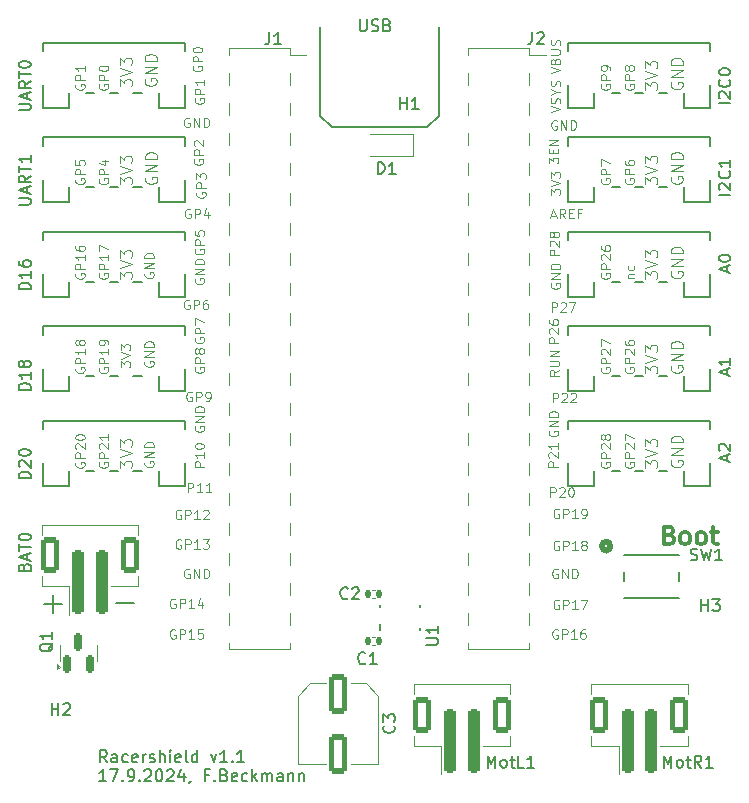
<source format=gto>
%TF.GenerationSoftware,KiCad,Pcbnew,8.0.4*%
%TF.CreationDate,2024-09-18T19:52:05+02:00*%
%TF.ProjectId,fredo,66726564-6f2e-46b6-9963-61645f706362,rev?*%
%TF.SameCoordinates,Original*%
%TF.FileFunction,Legend,Top*%
%TF.FilePolarity,Positive*%
%FSLAX46Y46*%
G04 Gerber Fmt 4.6, Leading zero omitted, Abs format (unit mm)*
G04 Created by KiCad (PCBNEW 8.0.4) date 2024-09-18 19:52:05*
%MOMM*%
%LPD*%
G01*
G04 APERTURE LIST*
G04 Aperture macros list*
%AMRoundRect*
0 Rectangle with rounded corners*
0 $1 Rounding radius*
0 $2 $3 $4 $5 $6 $7 $8 $9 X,Y pos of 4 corners*
0 Add a 4 corners polygon primitive as box body*
4,1,4,$2,$3,$4,$5,$6,$7,$8,$9,$2,$3,0*
0 Add four circle primitives for the rounded corners*
1,1,$1+$1,$2,$3*
1,1,$1+$1,$4,$5*
1,1,$1+$1,$6,$7*
1,1,$1+$1,$8,$9*
0 Add four rect primitives between the rounded corners*
20,1,$1+$1,$2,$3,$4,$5,0*
20,1,$1+$1,$4,$5,$6,$7,0*
20,1,$1+$1,$6,$7,$8,$9,0*
20,1,$1+$1,$8,$9,$2,$3,0*%
G04 Aperture macros list end*
%ADD10C,0.150000*%
%ADD11C,0.125000*%
%ADD12C,0.300000*%
%ADD13C,0.120000*%
%ADD14C,0.127000*%
%ADD15C,0.152400*%
%ADD16C,0.508000*%
%ADD17C,0.200000*%
%ADD18R,1.200000X1.200000*%
%ADD19R,1.000000X3.000000*%
%ADD20R,1.550000X2.600000*%
%ADD21R,0.990600X0.711200*%
%ADD22R,0.249999X0.499999*%
%ADD23R,2.000001X0.900001*%
%ADD24RoundRect,0.250000X-0.250000X-2.500000X0.250000X-2.500000X0.250000X2.500000X-0.250000X2.500000X0*%
%ADD25RoundRect,0.250000X-0.550000X-1.250000X0.550000X-1.250000X0.550000X1.250000X-0.550000X1.250000X0*%
%ADD26C,4.400000*%
%ADD27C,1.600000*%
%ADD28R,3.000000X1.000000*%
%ADD29RoundRect,0.140000X-0.140000X-0.170000X0.140000X-0.170000X0.140000X0.170000X-0.140000X0.170000X0*%
%ADD30RoundRect,0.250000X-0.550000X1.412500X-0.550000X-1.412500X0.550000X-1.412500X0.550000X1.412500X0*%
%ADD31RoundRect,0.150000X0.150000X-0.587500X0.150000X0.587500X-0.150000X0.587500X-0.150000X-0.587500X0*%
G04 APERTURE END LIST*
D10*
X66000000Y-42500000D02*
X66000000Y-35000000D01*
X65000000Y-43500000D02*
X66000000Y-42500000D01*
X56000000Y-35000000D02*
X56000000Y-42500000D01*
X57000000Y-43500000D02*
X65000000Y-43500000D01*
X56000000Y-42500000D02*
X57000000Y-43500000D01*
D11*
X76195595Y-54327287D02*
X75395595Y-54327287D01*
X75395595Y-54327287D02*
X75395595Y-54022525D01*
X75395595Y-54022525D02*
X75433690Y-53946335D01*
X75433690Y-53946335D02*
X75471785Y-53908240D01*
X75471785Y-53908240D02*
X75547976Y-53870144D01*
X75547976Y-53870144D02*
X75662261Y-53870144D01*
X75662261Y-53870144D02*
X75738452Y-53908240D01*
X75738452Y-53908240D02*
X75776547Y-53946335D01*
X75776547Y-53946335D02*
X75814642Y-54022525D01*
X75814642Y-54022525D02*
X75814642Y-54327287D01*
X75471785Y-53565383D02*
X75433690Y-53527287D01*
X75433690Y-53527287D02*
X75395595Y-53451097D01*
X75395595Y-53451097D02*
X75395595Y-53260621D01*
X75395595Y-53260621D02*
X75433690Y-53184430D01*
X75433690Y-53184430D02*
X75471785Y-53146335D01*
X75471785Y-53146335D02*
X75547976Y-53108240D01*
X75547976Y-53108240D02*
X75624166Y-53108240D01*
X75624166Y-53108240D02*
X75738452Y-53146335D01*
X75738452Y-53146335D02*
X76195595Y-53603478D01*
X76195595Y-53603478D02*
X76195595Y-53108240D01*
X75738452Y-52651097D02*
X75700357Y-52727287D01*
X75700357Y-52727287D02*
X75662261Y-52765382D01*
X75662261Y-52765382D02*
X75586071Y-52803478D01*
X75586071Y-52803478D02*
X75547976Y-52803478D01*
X75547976Y-52803478D02*
X75471785Y-52765382D01*
X75471785Y-52765382D02*
X75433690Y-52727287D01*
X75433690Y-52727287D02*
X75395595Y-52651097D01*
X75395595Y-52651097D02*
X75395595Y-52498716D01*
X75395595Y-52498716D02*
X75433690Y-52422525D01*
X75433690Y-52422525D02*
X75471785Y-52384430D01*
X75471785Y-52384430D02*
X75547976Y-52346335D01*
X75547976Y-52346335D02*
X75586071Y-52346335D01*
X75586071Y-52346335D02*
X75662261Y-52384430D01*
X75662261Y-52384430D02*
X75700357Y-52422525D01*
X75700357Y-52422525D02*
X75738452Y-52498716D01*
X75738452Y-52498716D02*
X75738452Y-52651097D01*
X75738452Y-52651097D02*
X75776547Y-52727287D01*
X75776547Y-52727287D02*
X75814642Y-52765382D01*
X75814642Y-52765382D02*
X75890833Y-52803478D01*
X75890833Y-52803478D02*
X76043214Y-52803478D01*
X76043214Y-52803478D02*
X76119404Y-52765382D01*
X76119404Y-52765382D02*
X76157500Y-52727287D01*
X76157500Y-52727287D02*
X76195595Y-52651097D01*
X76195595Y-52651097D02*
X76195595Y-52498716D01*
X76195595Y-52498716D02*
X76157500Y-52422525D01*
X76157500Y-52422525D02*
X76119404Y-52384430D01*
X76119404Y-52384430D02*
X76043214Y-52346335D01*
X76043214Y-52346335D02*
X75890833Y-52346335D01*
X75890833Y-52346335D02*
X75814642Y-52384430D01*
X75814642Y-52384430D02*
X75776547Y-52422525D01*
X75776547Y-52422525D02*
X75738452Y-52498716D01*
X75495595Y-49203478D02*
X75495595Y-48708240D01*
X75495595Y-48708240D02*
X75800357Y-48974906D01*
X75800357Y-48974906D02*
X75800357Y-48860621D01*
X75800357Y-48860621D02*
X75838452Y-48784430D01*
X75838452Y-48784430D02*
X75876547Y-48746335D01*
X75876547Y-48746335D02*
X75952738Y-48708240D01*
X75952738Y-48708240D02*
X76143214Y-48708240D01*
X76143214Y-48708240D02*
X76219404Y-48746335D01*
X76219404Y-48746335D02*
X76257500Y-48784430D01*
X76257500Y-48784430D02*
X76295595Y-48860621D01*
X76295595Y-48860621D02*
X76295595Y-49089192D01*
X76295595Y-49089192D02*
X76257500Y-49165383D01*
X76257500Y-49165383D02*
X76219404Y-49203478D01*
X75495595Y-48479668D02*
X76295595Y-48213001D01*
X76295595Y-48213001D02*
X75495595Y-47946335D01*
X75495595Y-47755859D02*
X75495595Y-47260621D01*
X75495595Y-47260621D02*
X75800357Y-47527287D01*
X75800357Y-47527287D02*
X75800357Y-47413002D01*
X75800357Y-47413002D02*
X75838452Y-47336811D01*
X75838452Y-47336811D02*
X75876547Y-47298716D01*
X75876547Y-47298716D02*
X75952738Y-47260621D01*
X75952738Y-47260621D02*
X76143214Y-47260621D01*
X76143214Y-47260621D02*
X76219404Y-47298716D01*
X76219404Y-47298716D02*
X76257500Y-47336811D01*
X76257500Y-47336811D02*
X76295595Y-47413002D01*
X76295595Y-47413002D02*
X76295595Y-47641573D01*
X76295595Y-47641573D02*
X76257500Y-47717764D01*
X76257500Y-47717764D02*
X76219404Y-47755859D01*
X45383690Y-53808240D02*
X45345595Y-53884430D01*
X45345595Y-53884430D02*
X45345595Y-53998716D01*
X45345595Y-53998716D02*
X45383690Y-54113002D01*
X45383690Y-54113002D02*
X45459880Y-54189192D01*
X45459880Y-54189192D02*
X45536071Y-54227287D01*
X45536071Y-54227287D02*
X45688452Y-54265383D01*
X45688452Y-54265383D02*
X45802738Y-54265383D01*
X45802738Y-54265383D02*
X45955119Y-54227287D01*
X45955119Y-54227287D02*
X46031309Y-54189192D01*
X46031309Y-54189192D02*
X46107500Y-54113002D01*
X46107500Y-54113002D02*
X46145595Y-53998716D01*
X46145595Y-53998716D02*
X46145595Y-53922525D01*
X46145595Y-53922525D02*
X46107500Y-53808240D01*
X46107500Y-53808240D02*
X46069404Y-53770144D01*
X46069404Y-53770144D02*
X45802738Y-53770144D01*
X45802738Y-53770144D02*
X45802738Y-53922525D01*
X46145595Y-53427287D02*
X45345595Y-53427287D01*
X45345595Y-53427287D02*
X45345595Y-53122525D01*
X45345595Y-53122525D02*
X45383690Y-53046335D01*
X45383690Y-53046335D02*
X45421785Y-53008240D01*
X45421785Y-53008240D02*
X45497976Y-52970144D01*
X45497976Y-52970144D02*
X45612261Y-52970144D01*
X45612261Y-52970144D02*
X45688452Y-53008240D01*
X45688452Y-53008240D02*
X45726547Y-53046335D01*
X45726547Y-53046335D02*
X45764642Y-53122525D01*
X45764642Y-53122525D02*
X45764642Y-53427287D01*
X45345595Y-52246335D02*
X45345595Y-52627287D01*
X45345595Y-52627287D02*
X45726547Y-52665383D01*
X45726547Y-52665383D02*
X45688452Y-52627287D01*
X45688452Y-52627287D02*
X45650357Y-52551097D01*
X45650357Y-52551097D02*
X45650357Y-52360621D01*
X45650357Y-52360621D02*
X45688452Y-52284430D01*
X45688452Y-52284430D02*
X45726547Y-52246335D01*
X45726547Y-52246335D02*
X45802738Y-52208240D01*
X45802738Y-52208240D02*
X45993214Y-52208240D01*
X45993214Y-52208240D02*
X46069404Y-52246335D01*
X46069404Y-52246335D02*
X46107500Y-52284430D01*
X46107500Y-52284430D02*
X46145595Y-52360621D01*
X46145595Y-52360621D02*
X46145595Y-52551097D01*
X46145595Y-52551097D02*
X46107500Y-52627287D01*
X46107500Y-52627287D02*
X46069404Y-52665383D01*
X41133690Y-55808240D02*
X41095595Y-55884430D01*
X41095595Y-55884430D02*
X41095595Y-55998716D01*
X41095595Y-55998716D02*
X41133690Y-56113002D01*
X41133690Y-56113002D02*
X41209880Y-56189192D01*
X41209880Y-56189192D02*
X41286071Y-56227287D01*
X41286071Y-56227287D02*
X41438452Y-56265383D01*
X41438452Y-56265383D02*
X41552738Y-56265383D01*
X41552738Y-56265383D02*
X41705119Y-56227287D01*
X41705119Y-56227287D02*
X41781309Y-56189192D01*
X41781309Y-56189192D02*
X41857500Y-56113002D01*
X41857500Y-56113002D02*
X41895595Y-55998716D01*
X41895595Y-55998716D02*
X41895595Y-55922525D01*
X41895595Y-55922525D02*
X41857500Y-55808240D01*
X41857500Y-55808240D02*
X41819404Y-55770144D01*
X41819404Y-55770144D02*
X41552738Y-55770144D01*
X41552738Y-55770144D02*
X41552738Y-55922525D01*
X41895595Y-55427287D02*
X41095595Y-55427287D01*
X41095595Y-55427287D02*
X41895595Y-54970144D01*
X41895595Y-54970144D02*
X41095595Y-54970144D01*
X41895595Y-54589192D02*
X41095595Y-54589192D01*
X41095595Y-54589192D02*
X41095595Y-54398716D01*
X41095595Y-54398716D02*
X41133690Y-54284430D01*
X41133690Y-54284430D02*
X41209880Y-54208240D01*
X41209880Y-54208240D02*
X41286071Y-54170145D01*
X41286071Y-54170145D02*
X41438452Y-54132049D01*
X41438452Y-54132049D02*
X41552738Y-54132049D01*
X41552738Y-54132049D02*
X41705119Y-54170145D01*
X41705119Y-54170145D02*
X41781309Y-54208240D01*
X41781309Y-54208240D02*
X41857500Y-54284430D01*
X41857500Y-54284430D02*
X41895595Y-54398716D01*
X41895595Y-54398716D02*
X41895595Y-54589192D01*
X76195595Y-64070144D02*
X75814642Y-64336811D01*
X76195595Y-64527287D02*
X75395595Y-64527287D01*
X75395595Y-64527287D02*
X75395595Y-64222525D01*
X75395595Y-64222525D02*
X75433690Y-64146335D01*
X75433690Y-64146335D02*
X75471785Y-64108240D01*
X75471785Y-64108240D02*
X75547976Y-64070144D01*
X75547976Y-64070144D02*
X75662261Y-64070144D01*
X75662261Y-64070144D02*
X75738452Y-64108240D01*
X75738452Y-64108240D02*
X75776547Y-64146335D01*
X75776547Y-64146335D02*
X75814642Y-64222525D01*
X75814642Y-64222525D02*
X75814642Y-64527287D01*
X75395595Y-63727287D02*
X76043214Y-63727287D01*
X76043214Y-63727287D02*
X76119404Y-63689192D01*
X76119404Y-63689192D02*
X76157500Y-63651097D01*
X76157500Y-63651097D02*
X76195595Y-63574906D01*
X76195595Y-63574906D02*
X76195595Y-63422525D01*
X76195595Y-63422525D02*
X76157500Y-63346335D01*
X76157500Y-63346335D02*
X76119404Y-63308240D01*
X76119404Y-63308240D02*
X76043214Y-63270144D01*
X76043214Y-63270144D02*
X75395595Y-63270144D01*
X76195595Y-62889192D02*
X75395595Y-62889192D01*
X75395595Y-62889192D02*
X76195595Y-62432049D01*
X76195595Y-62432049D02*
X75395595Y-62432049D01*
X81785190Y-71858020D02*
X81747095Y-71934210D01*
X81747095Y-71934210D02*
X81747095Y-72048496D01*
X81747095Y-72048496D02*
X81785190Y-72162782D01*
X81785190Y-72162782D02*
X81861380Y-72238972D01*
X81861380Y-72238972D02*
X81937571Y-72277067D01*
X81937571Y-72277067D02*
X82089952Y-72315163D01*
X82089952Y-72315163D02*
X82204238Y-72315163D01*
X82204238Y-72315163D02*
X82356619Y-72277067D01*
X82356619Y-72277067D02*
X82432809Y-72238972D01*
X82432809Y-72238972D02*
X82509000Y-72162782D01*
X82509000Y-72162782D02*
X82547095Y-72048496D01*
X82547095Y-72048496D02*
X82547095Y-71972305D01*
X82547095Y-71972305D02*
X82509000Y-71858020D01*
X82509000Y-71858020D02*
X82470904Y-71819924D01*
X82470904Y-71819924D02*
X82204238Y-71819924D01*
X82204238Y-71819924D02*
X82204238Y-71972305D01*
X82547095Y-71477067D02*
X81747095Y-71477067D01*
X81747095Y-71477067D02*
X81747095Y-71172305D01*
X81747095Y-71172305D02*
X81785190Y-71096115D01*
X81785190Y-71096115D02*
X81823285Y-71058020D01*
X81823285Y-71058020D02*
X81899476Y-71019924D01*
X81899476Y-71019924D02*
X82013761Y-71019924D01*
X82013761Y-71019924D02*
X82089952Y-71058020D01*
X82089952Y-71058020D02*
X82128047Y-71096115D01*
X82128047Y-71096115D02*
X82166142Y-71172305D01*
X82166142Y-71172305D02*
X82166142Y-71477067D01*
X81823285Y-70715163D02*
X81785190Y-70677067D01*
X81785190Y-70677067D02*
X81747095Y-70600877D01*
X81747095Y-70600877D02*
X81747095Y-70410401D01*
X81747095Y-70410401D02*
X81785190Y-70334210D01*
X81785190Y-70334210D02*
X81823285Y-70296115D01*
X81823285Y-70296115D02*
X81899476Y-70258020D01*
X81899476Y-70258020D02*
X81975666Y-70258020D01*
X81975666Y-70258020D02*
X82089952Y-70296115D01*
X82089952Y-70296115D02*
X82547095Y-70753258D01*
X82547095Y-70753258D02*
X82547095Y-70258020D01*
X81747095Y-69991353D02*
X81747095Y-69458019D01*
X81747095Y-69458019D02*
X82547095Y-69800877D01*
D10*
X38674874Y-83785533D02*
X40198684Y-83785533D01*
D11*
X39020079Y-56335526D02*
X39020079Y-55716479D01*
X39020079Y-55716479D02*
X39401031Y-56049812D01*
X39401031Y-56049812D02*
X39401031Y-55906955D01*
X39401031Y-55906955D02*
X39448650Y-55811717D01*
X39448650Y-55811717D02*
X39496269Y-55764098D01*
X39496269Y-55764098D02*
X39591507Y-55716479D01*
X39591507Y-55716479D02*
X39829602Y-55716479D01*
X39829602Y-55716479D02*
X39924840Y-55764098D01*
X39924840Y-55764098D02*
X39972460Y-55811717D01*
X39972460Y-55811717D02*
X40020079Y-55906955D01*
X40020079Y-55906955D02*
X40020079Y-56192669D01*
X40020079Y-56192669D02*
X39972460Y-56287907D01*
X39972460Y-56287907D02*
X39924840Y-56335526D01*
X39020079Y-55430764D02*
X40020079Y-55097431D01*
X40020079Y-55097431D02*
X39020079Y-54764098D01*
X39020079Y-54526002D02*
X39020079Y-53906955D01*
X39020079Y-53906955D02*
X39401031Y-54240288D01*
X39401031Y-54240288D02*
X39401031Y-54097431D01*
X39401031Y-54097431D02*
X39448650Y-54002193D01*
X39448650Y-54002193D02*
X39496269Y-53954574D01*
X39496269Y-53954574D02*
X39591507Y-53906955D01*
X39591507Y-53906955D02*
X39829602Y-53906955D01*
X39829602Y-53906955D02*
X39924840Y-53954574D01*
X39924840Y-53954574D02*
X39972460Y-54002193D01*
X39972460Y-54002193D02*
X40020079Y-54097431D01*
X40020079Y-54097431D02*
X40020079Y-54383145D01*
X40020079Y-54383145D02*
X39972460Y-54478383D01*
X39972460Y-54478383D02*
X39924840Y-54526002D01*
X81785190Y-47858020D02*
X81747095Y-47934210D01*
X81747095Y-47934210D02*
X81747095Y-48048496D01*
X81747095Y-48048496D02*
X81785190Y-48162782D01*
X81785190Y-48162782D02*
X81861380Y-48238972D01*
X81861380Y-48238972D02*
X81937571Y-48277067D01*
X81937571Y-48277067D02*
X82089952Y-48315163D01*
X82089952Y-48315163D02*
X82204238Y-48315163D01*
X82204238Y-48315163D02*
X82356619Y-48277067D01*
X82356619Y-48277067D02*
X82432809Y-48238972D01*
X82432809Y-48238972D02*
X82509000Y-48162782D01*
X82509000Y-48162782D02*
X82547095Y-48048496D01*
X82547095Y-48048496D02*
X82547095Y-47972305D01*
X82547095Y-47972305D02*
X82509000Y-47858020D01*
X82509000Y-47858020D02*
X82470904Y-47819924D01*
X82470904Y-47819924D02*
X82204238Y-47819924D01*
X82204238Y-47819924D02*
X82204238Y-47972305D01*
X82547095Y-47477067D02*
X81747095Y-47477067D01*
X81747095Y-47477067D02*
X81747095Y-47172305D01*
X81747095Y-47172305D02*
X81785190Y-47096115D01*
X81785190Y-47096115D02*
X81823285Y-47058020D01*
X81823285Y-47058020D02*
X81899476Y-47019924D01*
X81899476Y-47019924D02*
X82013761Y-47019924D01*
X82013761Y-47019924D02*
X82089952Y-47058020D01*
X82089952Y-47058020D02*
X82128047Y-47096115D01*
X82128047Y-47096115D02*
X82166142Y-47172305D01*
X82166142Y-47172305D02*
X82166142Y-47477067D01*
X81747095Y-46334210D02*
X81747095Y-46486591D01*
X81747095Y-46486591D02*
X81785190Y-46562782D01*
X81785190Y-46562782D02*
X81823285Y-46600877D01*
X81823285Y-46600877D02*
X81937571Y-46677067D01*
X81937571Y-46677067D02*
X82089952Y-46715163D01*
X82089952Y-46715163D02*
X82394714Y-46715163D01*
X82394714Y-46715163D02*
X82470904Y-46677067D01*
X82470904Y-46677067D02*
X82509000Y-46638972D01*
X82509000Y-46638972D02*
X82547095Y-46562782D01*
X82547095Y-46562782D02*
X82547095Y-46410401D01*
X82547095Y-46410401D02*
X82509000Y-46334210D01*
X82509000Y-46334210D02*
X82470904Y-46296115D01*
X82470904Y-46296115D02*
X82394714Y-46258020D01*
X82394714Y-46258020D02*
X82204238Y-46258020D01*
X82204238Y-46258020D02*
X82128047Y-46296115D01*
X82128047Y-46296115D02*
X82089952Y-46334210D01*
X82089952Y-46334210D02*
X82051857Y-46410401D01*
X82051857Y-46410401D02*
X82051857Y-46562782D01*
X82051857Y-46562782D02*
X82089952Y-46638972D01*
X82089952Y-46638972D02*
X82128047Y-46677067D01*
X82128047Y-46677067D02*
X82204238Y-46715163D01*
X39020079Y-40024906D02*
X39020079Y-39405859D01*
X39020079Y-39405859D02*
X39401031Y-39739192D01*
X39401031Y-39739192D02*
X39401031Y-39596335D01*
X39401031Y-39596335D02*
X39448650Y-39501097D01*
X39448650Y-39501097D02*
X39496269Y-39453478D01*
X39496269Y-39453478D02*
X39591507Y-39405859D01*
X39591507Y-39405859D02*
X39829602Y-39405859D01*
X39829602Y-39405859D02*
X39924840Y-39453478D01*
X39924840Y-39453478D02*
X39972460Y-39501097D01*
X39972460Y-39501097D02*
X40020079Y-39596335D01*
X40020079Y-39596335D02*
X40020079Y-39882049D01*
X40020079Y-39882049D02*
X39972460Y-39977287D01*
X39972460Y-39977287D02*
X39924840Y-40024906D01*
X39020079Y-39120144D02*
X40020079Y-38786811D01*
X40020079Y-38786811D02*
X39020079Y-38453478D01*
X39020079Y-38215382D02*
X39020079Y-37596335D01*
X39020079Y-37596335D02*
X39401031Y-37929668D01*
X39401031Y-37929668D02*
X39401031Y-37786811D01*
X39401031Y-37786811D02*
X39448650Y-37691573D01*
X39448650Y-37691573D02*
X39496269Y-37643954D01*
X39496269Y-37643954D02*
X39591507Y-37596335D01*
X39591507Y-37596335D02*
X39829602Y-37596335D01*
X39829602Y-37596335D02*
X39924840Y-37643954D01*
X39924840Y-37643954D02*
X39972460Y-37691573D01*
X39972460Y-37691573D02*
X40020079Y-37786811D01*
X40020079Y-37786811D02*
X40020079Y-38072525D01*
X40020079Y-38072525D02*
X39972460Y-38167763D01*
X39972460Y-38167763D02*
X39924840Y-38215382D01*
X76145595Y-61727287D02*
X75345595Y-61727287D01*
X75345595Y-61727287D02*
X75345595Y-61422525D01*
X75345595Y-61422525D02*
X75383690Y-61346335D01*
X75383690Y-61346335D02*
X75421785Y-61308240D01*
X75421785Y-61308240D02*
X75497976Y-61270144D01*
X75497976Y-61270144D02*
X75612261Y-61270144D01*
X75612261Y-61270144D02*
X75688452Y-61308240D01*
X75688452Y-61308240D02*
X75726547Y-61346335D01*
X75726547Y-61346335D02*
X75764642Y-61422525D01*
X75764642Y-61422525D02*
X75764642Y-61727287D01*
X75421785Y-60965383D02*
X75383690Y-60927287D01*
X75383690Y-60927287D02*
X75345595Y-60851097D01*
X75345595Y-60851097D02*
X75345595Y-60660621D01*
X75345595Y-60660621D02*
X75383690Y-60584430D01*
X75383690Y-60584430D02*
X75421785Y-60546335D01*
X75421785Y-60546335D02*
X75497976Y-60508240D01*
X75497976Y-60508240D02*
X75574166Y-60508240D01*
X75574166Y-60508240D02*
X75688452Y-60546335D01*
X75688452Y-60546335D02*
X76145595Y-61003478D01*
X76145595Y-61003478D02*
X76145595Y-60508240D01*
X75345595Y-59822525D02*
X75345595Y-59974906D01*
X75345595Y-59974906D02*
X75383690Y-60051097D01*
X75383690Y-60051097D02*
X75421785Y-60089192D01*
X75421785Y-60089192D02*
X75536071Y-60165382D01*
X75536071Y-60165382D02*
X75688452Y-60203478D01*
X75688452Y-60203478D02*
X75993214Y-60203478D01*
X75993214Y-60203478D02*
X76069404Y-60165382D01*
X76069404Y-60165382D02*
X76107500Y-60127287D01*
X76107500Y-60127287D02*
X76145595Y-60051097D01*
X76145595Y-60051097D02*
X76145595Y-59898716D01*
X76145595Y-59898716D02*
X76107500Y-59822525D01*
X76107500Y-59822525D02*
X76069404Y-59784430D01*
X76069404Y-59784430D02*
X75993214Y-59746335D01*
X75993214Y-59746335D02*
X75802738Y-59746335D01*
X75802738Y-59746335D02*
X75726547Y-59784430D01*
X75726547Y-59784430D02*
X75688452Y-59822525D01*
X75688452Y-59822525D02*
X75650357Y-59898716D01*
X75650357Y-59898716D02*
X75650357Y-60051097D01*
X75650357Y-60051097D02*
X75688452Y-60127287D01*
X75688452Y-60127287D02*
X75726547Y-60165382D01*
X75726547Y-60165382D02*
X75802738Y-60203478D01*
X75991759Y-42933690D02*
X75915569Y-42895595D01*
X75915569Y-42895595D02*
X75801283Y-42895595D01*
X75801283Y-42895595D02*
X75686997Y-42933690D01*
X75686997Y-42933690D02*
X75610807Y-43009880D01*
X75610807Y-43009880D02*
X75572712Y-43086071D01*
X75572712Y-43086071D02*
X75534616Y-43238452D01*
X75534616Y-43238452D02*
X75534616Y-43352738D01*
X75534616Y-43352738D02*
X75572712Y-43505119D01*
X75572712Y-43505119D02*
X75610807Y-43581309D01*
X75610807Y-43581309D02*
X75686997Y-43657500D01*
X75686997Y-43657500D02*
X75801283Y-43695595D01*
X75801283Y-43695595D02*
X75877474Y-43695595D01*
X75877474Y-43695595D02*
X75991759Y-43657500D01*
X75991759Y-43657500D02*
X76029855Y-43619404D01*
X76029855Y-43619404D02*
X76029855Y-43352738D01*
X76029855Y-43352738D02*
X75877474Y-43352738D01*
X76372712Y-43695595D02*
X76372712Y-42895595D01*
X76372712Y-42895595D02*
X76829855Y-43695595D01*
X76829855Y-43695595D02*
X76829855Y-42895595D01*
X77210807Y-43695595D02*
X77210807Y-42895595D01*
X77210807Y-42895595D02*
X77401283Y-42895595D01*
X77401283Y-42895595D02*
X77515569Y-42933690D01*
X77515569Y-42933690D02*
X77591759Y-43009880D01*
X77591759Y-43009880D02*
X77629854Y-43086071D01*
X77629854Y-43086071D02*
X77667950Y-43238452D01*
X77667950Y-43238452D02*
X77667950Y-43352738D01*
X77667950Y-43352738D02*
X77629854Y-43505119D01*
X77629854Y-43505119D02*
X77591759Y-43581309D01*
X77591759Y-43581309D02*
X77515569Y-43657500D01*
X77515569Y-43657500D02*
X77401283Y-43695595D01*
X77401283Y-43695595D02*
X77210807Y-43695595D01*
X43691759Y-86033690D02*
X43615569Y-85995595D01*
X43615569Y-85995595D02*
X43501283Y-85995595D01*
X43501283Y-85995595D02*
X43386997Y-86033690D01*
X43386997Y-86033690D02*
X43310807Y-86109880D01*
X43310807Y-86109880D02*
X43272712Y-86186071D01*
X43272712Y-86186071D02*
X43234616Y-86338452D01*
X43234616Y-86338452D02*
X43234616Y-86452738D01*
X43234616Y-86452738D02*
X43272712Y-86605119D01*
X43272712Y-86605119D02*
X43310807Y-86681309D01*
X43310807Y-86681309D02*
X43386997Y-86757500D01*
X43386997Y-86757500D02*
X43501283Y-86795595D01*
X43501283Y-86795595D02*
X43577474Y-86795595D01*
X43577474Y-86795595D02*
X43691759Y-86757500D01*
X43691759Y-86757500D02*
X43729855Y-86719404D01*
X43729855Y-86719404D02*
X43729855Y-86452738D01*
X43729855Y-86452738D02*
X43577474Y-86452738D01*
X44072712Y-86795595D02*
X44072712Y-85995595D01*
X44072712Y-85995595D02*
X44377474Y-85995595D01*
X44377474Y-85995595D02*
X44453664Y-86033690D01*
X44453664Y-86033690D02*
X44491759Y-86071785D01*
X44491759Y-86071785D02*
X44529855Y-86147976D01*
X44529855Y-86147976D02*
X44529855Y-86262261D01*
X44529855Y-86262261D02*
X44491759Y-86338452D01*
X44491759Y-86338452D02*
X44453664Y-86376547D01*
X44453664Y-86376547D02*
X44377474Y-86414642D01*
X44377474Y-86414642D02*
X44072712Y-86414642D01*
X45291759Y-86795595D02*
X44834616Y-86795595D01*
X45063188Y-86795595D02*
X45063188Y-85995595D01*
X45063188Y-85995595D02*
X44986997Y-86109880D01*
X44986997Y-86109880D02*
X44910807Y-86186071D01*
X44910807Y-86186071D02*
X44834616Y-86224166D01*
X46015569Y-85995595D02*
X45634617Y-85995595D01*
X45634617Y-85995595D02*
X45596521Y-86376547D01*
X45596521Y-86376547D02*
X45634617Y-86338452D01*
X45634617Y-86338452D02*
X45710807Y-86300357D01*
X45710807Y-86300357D02*
X45901283Y-86300357D01*
X45901283Y-86300357D02*
X45977474Y-86338452D01*
X45977474Y-86338452D02*
X46015569Y-86376547D01*
X46015569Y-86376547D02*
X46053664Y-86452738D01*
X46053664Y-86452738D02*
X46053664Y-86643214D01*
X46053664Y-86643214D02*
X46015569Y-86719404D01*
X46015569Y-86719404D02*
X45977474Y-86757500D01*
X45977474Y-86757500D02*
X45901283Y-86795595D01*
X45901283Y-86795595D02*
X45710807Y-86795595D01*
X45710807Y-86795595D02*
X45634617Y-86757500D01*
X45634617Y-86757500D02*
X45596521Y-86719404D01*
X75472712Y-74795595D02*
X75472712Y-73995595D01*
X75472712Y-73995595D02*
X75777474Y-73995595D01*
X75777474Y-73995595D02*
X75853664Y-74033690D01*
X75853664Y-74033690D02*
X75891759Y-74071785D01*
X75891759Y-74071785D02*
X75929855Y-74147976D01*
X75929855Y-74147976D02*
X75929855Y-74262261D01*
X75929855Y-74262261D02*
X75891759Y-74338452D01*
X75891759Y-74338452D02*
X75853664Y-74376547D01*
X75853664Y-74376547D02*
X75777474Y-74414642D01*
X75777474Y-74414642D02*
X75472712Y-74414642D01*
X76234616Y-74071785D02*
X76272712Y-74033690D01*
X76272712Y-74033690D02*
X76348902Y-73995595D01*
X76348902Y-73995595D02*
X76539378Y-73995595D01*
X76539378Y-73995595D02*
X76615569Y-74033690D01*
X76615569Y-74033690D02*
X76653664Y-74071785D01*
X76653664Y-74071785D02*
X76691759Y-74147976D01*
X76691759Y-74147976D02*
X76691759Y-74224166D01*
X76691759Y-74224166D02*
X76653664Y-74338452D01*
X76653664Y-74338452D02*
X76196521Y-74795595D01*
X76196521Y-74795595D02*
X76691759Y-74795595D01*
X77186998Y-73995595D02*
X77263188Y-73995595D01*
X77263188Y-73995595D02*
X77339379Y-74033690D01*
X77339379Y-74033690D02*
X77377474Y-74071785D01*
X77377474Y-74071785D02*
X77415569Y-74147976D01*
X77415569Y-74147976D02*
X77453664Y-74300357D01*
X77453664Y-74300357D02*
X77453664Y-74490833D01*
X77453664Y-74490833D02*
X77415569Y-74643214D01*
X77415569Y-74643214D02*
X77377474Y-74719404D01*
X77377474Y-74719404D02*
X77339379Y-74757500D01*
X77339379Y-74757500D02*
X77263188Y-74795595D01*
X77263188Y-74795595D02*
X77186998Y-74795595D01*
X77186998Y-74795595D02*
X77110807Y-74757500D01*
X77110807Y-74757500D02*
X77072712Y-74719404D01*
X77072712Y-74719404D02*
X77034617Y-74643214D01*
X77034617Y-74643214D02*
X76996521Y-74490833D01*
X76996521Y-74490833D02*
X76996521Y-74300357D01*
X76996521Y-74300357D02*
X77034617Y-74147976D01*
X77034617Y-74147976D02*
X77072712Y-74071785D01*
X77072712Y-74071785D02*
X77110807Y-74033690D01*
X77110807Y-74033690D02*
X77186998Y-73995595D01*
X83520079Y-40324686D02*
X83520079Y-39705639D01*
X83520079Y-39705639D02*
X83901031Y-40038972D01*
X83901031Y-40038972D02*
X83901031Y-39896115D01*
X83901031Y-39896115D02*
X83948650Y-39800877D01*
X83948650Y-39800877D02*
X83996269Y-39753258D01*
X83996269Y-39753258D02*
X84091507Y-39705639D01*
X84091507Y-39705639D02*
X84329602Y-39705639D01*
X84329602Y-39705639D02*
X84424840Y-39753258D01*
X84424840Y-39753258D02*
X84472460Y-39800877D01*
X84472460Y-39800877D02*
X84520079Y-39896115D01*
X84520079Y-39896115D02*
X84520079Y-40181829D01*
X84520079Y-40181829D02*
X84472460Y-40277067D01*
X84472460Y-40277067D02*
X84424840Y-40324686D01*
X83520079Y-39419924D02*
X84520079Y-39086591D01*
X84520079Y-39086591D02*
X83520079Y-38753258D01*
X83520079Y-38515162D02*
X83520079Y-37896115D01*
X83520079Y-37896115D02*
X83901031Y-38229448D01*
X83901031Y-38229448D02*
X83901031Y-38086591D01*
X83901031Y-38086591D02*
X83948650Y-37991353D01*
X83948650Y-37991353D02*
X83996269Y-37943734D01*
X83996269Y-37943734D02*
X84091507Y-37896115D01*
X84091507Y-37896115D02*
X84329602Y-37896115D01*
X84329602Y-37896115D02*
X84424840Y-37943734D01*
X84424840Y-37943734D02*
X84472460Y-37991353D01*
X84472460Y-37991353D02*
X84520079Y-38086591D01*
X84520079Y-38086591D02*
X84520079Y-38372305D01*
X84520079Y-38372305D02*
X84472460Y-38467543D01*
X84472460Y-38467543D02*
X84424840Y-38515162D01*
X85718738Y-71705639D02*
X85671119Y-71800877D01*
X85671119Y-71800877D02*
X85671119Y-71943734D01*
X85671119Y-71943734D02*
X85718738Y-72086591D01*
X85718738Y-72086591D02*
X85813976Y-72181829D01*
X85813976Y-72181829D02*
X85909214Y-72229448D01*
X85909214Y-72229448D02*
X86099690Y-72277067D01*
X86099690Y-72277067D02*
X86242547Y-72277067D01*
X86242547Y-72277067D02*
X86433023Y-72229448D01*
X86433023Y-72229448D02*
X86528261Y-72181829D01*
X86528261Y-72181829D02*
X86623500Y-72086591D01*
X86623500Y-72086591D02*
X86671119Y-71943734D01*
X86671119Y-71943734D02*
X86671119Y-71848496D01*
X86671119Y-71848496D02*
X86623500Y-71705639D01*
X86623500Y-71705639D02*
X86575880Y-71658020D01*
X86575880Y-71658020D02*
X86242547Y-71658020D01*
X86242547Y-71658020D02*
X86242547Y-71848496D01*
X86671119Y-71229448D02*
X85671119Y-71229448D01*
X85671119Y-71229448D02*
X86671119Y-70658020D01*
X86671119Y-70658020D02*
X85671119Y-70658020D01*
X86671119Y-70181829D02*
X85671119Y-70181829D01*
X85671119Y-70181829D02*
X85671119Y-69943734D01*
X85671119Y-69943734D02*
X85718738Y-69800877D01*
X85718738Y-69800877D02*
X85813976Y-69705639D01*
X85813976Y-69705639D02*
X85909214Y-69658020D01*
X85909214Y-69658020D02*
X86099690Y-69610401D01*
X86099690Y-69610401D02*
X86242547Y-69610401D01*
X86242547Y-69610401D02*
X86433023Y-69658020D01*
X86433023Y-69658020D02*
X86528261Y-69705639D01*
X86528261Y-69705639D02*
X86623500Y-69800877D01*
X86623500Y-69800877D02*
X86671119Y-69943734D01*
X86671119Y-69943734D02*
X86671119Y-70181829D01*
X44772712Y-74395595D02*
X44772712Y-73595595D01*
X44772712Y-73595595D02*
X45077474Y-73595595D01*
X45077474Y-73595595D02*
X45153664Y-73633690D01*
X45153664Y-73633690D02*
X45191759Y-73671785D01*
X45191759Y-73671785D02*
X45229855Y-73747976D01*
X45229855Y-73747976D02*
X45229855Y-73862261D01*
X45229855Y-73862261D02*
X45191759Y-73938452D01*
X45191759Y-73938452D02*
X45153664Y-73976547D01*
X45153664Y-73976547D02*
X45077474Y-74014642D01*
X45077474Y-74014642D02*
X44772712Y-74014642D01*
X45991759Y-74395595D02*
X45534616Y-74395595D01*
X45763188Y-74395595D02*
X45763188Y-73595595D01*
X45763188Y-73595595D02*
X45686997Y-73709880D01*
X45686997Y-73709880D02*
X45610807Y-73786071D01*
X45610807Y-73786071D02*
X45534616Y-73824166D01*
X46753664Y-74395595D02*
X46296521Y-74395595D01*
X46525093Y-74395595D02*
X46525093Y-73595595D01*
X46525093Y-73595595D02*
X46448902Y-73709880D01*
X46448902Y-73709880D02*
X46372712Y-73786071D01*
X46372712Y-73786071D02*
X46296521Y-73824166D01*
X41168738Y-39405859D02*
X41121119Y-39501097D01*
X41121119Y-39501097D02*
X41121119Y-39643954D01*
X41121119Y-39643954D02*
X41168738Y-39786811D01*
X41168738Y-39786811D02*
X41263976Y-39882049D01*
X41263976Y-39882049D02*
X41359214Y-39929668D01*
X41359214Y-39929668D02*
X41549690Y-39977287D01*
X41549690Y-39977287D02*
X41692547Y-39977287D01*
X41692547Y-39977287D02*
X41883023Y-39929668D01*
X41883023Y-39929668D02*
X41978261Y-39882049D01*
X41978261Y-39882049D02*
X42073500Y-39786811D01*
X42073500Y-39786811D02*
X42121119Y-39643954D01*
X42121119Y-39643954D02*
X42121119Y-39548716D01*
X42121119Y-39548716D02*
X42073500Y-39405859D01*
X42073500Y-39405859D02*
X42025880Y-39358240D01*
X42025880Y-39358240D02*
X41692547Y-39358240D01*
X41692547Y-39358240D02*
X41692547Y-39548716D01*
X42121119Y-38929668D02*
X41121119Y-38929668D01*
X41121119Y-38929668D02*
X42121119Y-38358240D01*
X42121119Y-38358240D02*
X41121119Y-38358240D01*
X42121119Y-37882049D02*
X41121119Y-37882049D01*
X41121119Y-37882049D02*
X41121119Y-37643954D01*
X41121119Y-37643954D02*
X41168738Y-37501097D01*
X41168738Y-37501097D02*
X41263976Y-37405859D01*
X41263976Y-37405859D02*
X41359214Y-37358240D01*
X41359214Y-37358240D02*
X41549690Y-37310621D01*
X41549690Y-37310621D02*
X41692547Y-37310621D01*
X41692547Y-37310621D02*
X41883023Y-37358240D01*
X41883023Y-37358240D02*
X41978261Y-37405859D01*
X41978261Y-37405859D02*
X42073500Y-37501097D01*
X42073500Y-37501097D02*
X42121119Y-37643954D01*
X42121119Y-37643954D02*
X42121119Y-37882049D01*
X35285190Y-71868860D02*
X35247095Y-71945050D01*
X35247095Y-71945050D02*
X35247095Y-72059336D01*
X35247095Y-72059336D02*
X35285190Y-72173622D01*
X35285190Y-72173622D02*
X35361380Y-72249812D01*
X35361380Y-72249812D02*
X35437571Y-72287907D01*
X35437571Y-72287907D02*
X35589952Y-72326003D01*
X35589952Y-72326003D02*
X35704238Y-72326003D01*
X35704238Y-72326003D02*
X35856619Y-72287907D01*
X35856619Y-72287907D02*
X35932809Y-72249812D01*
X35932809Y-72249812D02*
X36009000Y-72173622D01*
X36009000Y-72173622D02*
X36047095Y-72059336D01*
X36047095Y-72059336D02*
X36047095Y-71983145D01*
X36047095Y-71983145D02*
X36009000Y-71868860D01*
X36009000Y-71868860D02*
X35970904Y-71830764D01*
X35970904Y-71830764D02*
X35704238Y-71830764D01*
X35704238Y-71830764D02*
X35704238Y-71983145D01*
X36047095Y-71487907D02*
X35247095Y-71487907D01*
X35247095Y-71487907D02*
X35247095Y-71183145D01*
X35247095Y-71183145D02*
X35285190Y-71106955D01*
X35285190Y-71106955D02*
X35323285Y-71068860D01*
X35323285Y-71068860D02*
X35399476Y-71030764D01*
X35399476Y-71030764D02*
X35513761Y-71030764D01*
X35513761Y-71030764D02*
X35589952Y-71068860D01*
X35589952Y-71068860D02*
X35628047Y-71106955D01*
X35628047Y-71106955D02*
X35666142Y-71183145D01*
X35666142Y-71183145D02*
X35666142Y-71487907D01*
X35323285Y-70726003D02*
X35285190Y-70687907D01*
X35285190Y-70687907D02*
X35247095Y-70611717D01*
X35247095Y-70611717D02*
X35247095Y-70421241D01*
X35247095Y-70421241D02*
X35285190Y-70345050D01*
X35285190Y-70345050D02*
X35323285Y-70306955D01*
X35323285Y-70306955D02*
X35399476Y-70268860D01*
X35399476Y-70268860D02*
X35475666Y-70268860D01*
X35475666Y-70268860D02*
X35589952Y-70306955D01*
X35589952Y-70306955D02*
X36047095Y-70764098D01*
X36047095Y-70764098D02*
X36047095Y-70268860D01*
X35247095Y-69773621D02*
X35247095Y-69697431D01*
X35247095Y-69697431D02*
X35285190Y-69621240D01*
X35285190Y-69621240D02*
X35323285Y-69583145D01*
X35323285Y-69583145D02*
X35399476Y-69545050D01*
X35399476Y-69545050D02*
X35551857Y-69506955D01*
X35551857Y-69506955D02*
X35742333Y-69506955D01*
X35742333Y-69506955D02*
X35894714Y-69545050D01*
X35894714Y-69545050D02*
X35970904Y-69583145D01*
X35970904Y-69583145D02*
X36009000Y-69621240D01*
X36009000Y-69621240D02*
X36047095Y-69697431D01*
X36047095Y-69697431D02*
X36047095Y-69773621D01*
X36047095Y-69773621D02*
X36009000Y-69849812D01*
X36009000Y-69849812D02*
X35970904Y-69887907D01*
X35970904Y-69887907D02*
X35894714Y-69926002D01*
X35894714Y-69926002D02*
X35742333Y-69964098D01*
X35742333Y-69964098D02*
X35551857Y-69964098D01*
X35551857Y-69964098D02*
X35399476Y-69926002D01*
X35399476Y-69926002D02*
X35323285Y-69887907D01*
X35323285Y-69887907D02*
X35285190Y-69849812D01*
X35285190Y-69849812D02*
X35247095Y-69773621D01*
X39020079Y-72335526D02*
X39020079Y-71716479D01*
X39020079Y-71716479D02*
X39401031Y-72049812D01*
X39401031Y-72049812D02*
X39401031Y-71906955D01*
X39401031Y-71906955D02*
X39448650Y-71811717D01*
X39448650Y-71811717D02*
X39496269Y-71764098D01*
X39496269Y-71764098D02*
X39591507Y-71716479D01*
X39591507Y-71716479D02*
X39829602Y-71716479D01*
X39829602Y-71716479D02*
X39924840Y-71764098D01*
X39924840Y-71764098D02*
X39972460Y-71811717D01*
X39972460Y-71811717D02*
X40020079Y-71906955D01*
X40020079Y-71906955D02*
X40020079Y-72192669D01*
X40020079Y-72192669D02*
X39972460Y-72287907D01*
X39972460Y-72287907D02*
X39924840Y-72335526D01*
X39020079Y-71430764D02*
X40020079Y-71097431D01*
X40020079Y-71097431D02*
X39020079Y-70764098D01*
X39020079Y-70526002D02*
X39020079Y-69906955D01*
X39020079Y-69906955D02*
X39401031Y-70240288D01*
X39401031Y-70240288D02*
X39401031Y-70097431D01*
X39401031Y-70097431D02*
X39448650Y-70002193D01*
X39448650Y-70002193D02*
X39496269Y-69954574D01*
X39496269Y-69954574D02*
X39591507Y-69906955D01*
X39591507Y-69906955D02*
X39829602Y-69906955D01*
X39829602Y-69906955D02*
X39924840Y-69954574D01*
X39924840Y-69954574D02*
X39972460Y-70002193D01*
X39972460Y-70002193D02*
X40020079Y-70097431D01*
X40020079Y-70097431D02*
X40020079Y-70383145D01*
X40020079Y-70383145D02*
X39972460Y-70478383D01*
X39972460Y-70478383D02*
X39924840Y-70526002D01*
X76191759Y-83533690D02*
X76115569Y-83495595D01*
X76115569Y-83495595D02*
X76001283Y-83495595D01*
X76001283Y-83495595D02*
X75886997Y-83533690D01*
X75886997Y-83533690D02*
X75810807Y-83609880D01*
X75810807Y-83609880D02*
X75772712Y-83686071D01*
X75772712Y-83686071D02*
X75734616Y-83838452D01*
X75734616Y-83838452D02*
X75734616Y-83952738D01*
X75734616Y-83952738D02*
X75772712Y-84105119D01*
X75772712Y-84105119D02*
X75810807Y-84181309D01*
X75810807Y-84181309D02*
X75886997Y-84257500D01*
X75886997Y-84257500D02*
X76001283Y-84295595D01*
X76001283Y-84295595D02*
X76077474Y-84295595D01*
X76077474Y-84295595D02*
X76191759Y-84257500D01*
X76191759Y-84257500D02*
X76229855Y-84219404D01*
X76229855Y-84219404D02*
X76229855Y-83952738D01*
X76229855Y-83952738D02*
X76077474Y-83952738D01*
X76572712Y-84295595D02*
X76572712Y-83495595D01*
X76572712Y-83495595D02*
X76877474Y-83495595D01*
X76877474Y-83495595D02*
X76953664Y-83533690D01*
X76953664Y-83533690D02*
X76991759Y-83571785D01*
X76991759Y-83571785D02*
X77029855Y-83647976D01*
X77029855Y-83647976D02*
X77029855Y-83762261D01*
X77029855Y-83762261D02*
X76991759Y-83838452D01*
X76991759Y-83838452D02*
X76953664Y-83876547D01*
X76953664Y-83876547D02*
X76877474Y-83914642D01*
X76877474Y-83914642D02*
X76572712Y-83914642D01*
X77791759Y-84295595D02*
X77334616Y-84295595D01*
X77563188Y-84295595D02*
X77563188Y-83495595D01*
X77563188Y-83495595D02*
X77486997Y-83609880D01*
X77486997Y-83609880D02*
X77410807Y-83686071D01*
X77410807Y-83686071D02*
X77334616Y-83724166D01*
X78058426Y-83495595D02*
X78591760Y-83495595D01*
X78591760Y-83495595D02*
X78248902Y-84295595D01*
X75345595Y-46553478D02*
X75345595Y-46058240D01*
X75345595Y-46058240D02*
X75650357Y-46324906D01*
X75650357Y-46324906D02*
X75650357Y-46210621D01*
X75650357Y-46210621D02*
X75688452Y-46134430D01*
X75688452Y-46134430D02*
X75726547Y-46096335D01*
X75726547Y-46096335D02*
X75802738Y-46058240D01*
X75802738Y-46058240D02*
X75993214Y-46058240D01*
X75993214Y-46058240D02*
X76069404Y-46096335D01*
X76069404Y-46096335D02*
X76107500Y-46134430D01*
X76107500Y-46134430D02*
X76145595Y-46210621D01*
X76145595Y-46210621D02*
X76145595Y-46439192D01*
X76145595Y-46439192D02*
X76107500Y-46515383D01*
X76107500Y-46515383D02*
X76069404Y-46553478D01*
X75726547Y-45715382D02*
X75726547Y-45448716D01*
X76145595Y-45334430D02*
X76145595Y-45715382D01*
X76145595Y-45715382D02*
X75345595Y-45715382D01*
X75345595Y-45715382D02*
X75345595Y-45334430D01*
X76145595Y-44991572D02*
X75345595Y-44991572D01*
X75345595Y-44991572D02*
X76145595Y-44534429D01*
X76145595Y-44534429D02*
X75345595Y-44534429D01*
X79785190Y-39858020D02*
X79747095Y-39934210D01*
X79747095Y-39934210D02*
X79747095Y-40048496D01*
X79747095Y-40048496D02*
X79785190Y-40162782D01*
X79785190Y-40162782D02*
X79861380Y-40238972D01*
X79861380Y-40238972D02*
X79937571Y-40277067D01*
X79937571Y-40277067D02*
X80089952Y-40315163D01*
X80089952Y-40315163D02*
X80204238Y-40315163D01*
X80204238Y-40315163D02*
X80356619Y-40277067D01*
X80356619Y-40277067D02*
X80432809Y-40238972D01*
X80432809Y-40238972D02*
X80509000Y-40162782D01*
X80509000Y-40162782D02*
X80547095Y-40048496D01*
X80547095Y-40048496D02*
X80547095Y-39972305D01*
X80547095Y-39972305D02*
X80509000Y-39858020D01*
X80509000Y-39858020D02*
X80470904Y-39819924D01*
X80470904Y-39819924D02*
X80204238Y-39819924D01*
X80204238Y-39819924D02*
X80204238Y-39972305D01*
X80547095Y-39477067D02*
X79747095Y-39477067D01*
X79747095Y-39477067D02*
X79747095Y-39172305D01*
X79747095Y-39172305D02*
X79785190Y-39096115D01*
X79785190Y-39096115D02*
X79823285Y-39058020D01*
X79823285Y-39058020D02*
X79899476Y-39019924D01*
X79899476Y-39019924D02*
X80013761Y-39019924D01*
X80013761Y-39019924D02*
X80089952Y-39058020D01*
X80089952Y-39058020D02*
X80128047Y-39096115D01*
X80128047Y-39096115D02*
X80166142Y-39172305D01*
X80166142Y-39172305D02*
X80166142Y-39477067D01*
X80547095Y-38638972D02*
X80547095Y-38486591D01*
X80547095Y-38486591D02*
X80509000Y-38410401D01*
X80509000Y-38410401D02*
X80470904Y-38372305D01*
X80470904Y-38372305D02*
X80356619Y-38296115D01*
X80356619Y-38296115D02*
X80204238Y-38258020D01*
X80204238Y-38258020D02*
X79899476Y-38258020D01*
X79899476Y-38258020D02*
X79823285Y-38296115D01*
X79823285Y-38296115D02*
X79785190Y-38334210D01*
X79785190Y-38334210D02*
X79747095Y-38410401D01*
X79747095Y-38410401D02*
X79747095Y-38562782D01*
X79747095Y-38562782D02*
X79785190Y-38638972D01*
X79785190Y-38638972D02*
X79823285Y-38677067D01*
X79823285Y-38677067D02*
X79899476Y-38715163D01*
X79899476Y-38715163D02*
X80089952Y-38715163D01*
X80089952Y-38715163D02*
X80166142Y-38677067D01*
X80166142Y-38677067D02*
X80204238Y-38638972D01*
X80204238Y-38638972D02*
X80242333Y-38562782D01*
X80242333Y-38562782D02*
X80242333Y-38410401D01*
X80242333Y-38410401D02*
X80204238Y-38334210D01*
X80204238Y-38334210D02*
X80166142Y-38296115D01*
X80166142Y-38296115D02*
X80089952Y-38258020D01*
X76091759Y-80933690D02*
X76015569Y-80895595D01*
X76015569Y-80895595D02*
X75901283Y-80895595D01*
X75901283Y-80895595D02*
X75786997Y-80933690D01*
X75786997Y-80933690D02*
X75710807Y-81009880D01*
X75710807Y-81009880D02*
X75672712Y-81086071D01*
X75672712Y-81086071D02*
X75634616Y-81238452D01*
X75634616Y-81238452D02*
X75634616Y-81352738D01*
X75634616Y-81352738D02*
X75672712Y-81505119D01*
X75672712Y-81505119D02*
X75710807Y-81581309D01*
X75710807Y-81581309D02*
X75786997Y-81657500D01*
X75786997Y-81657500D02*
X75901283Y-81695595D01*
X75901283Y-81695595D02*
X75977474Y-81695595D01*
X75977474Y-81695595D02*
X76091759Y-81657500D01*
X76091759Y-81657500D02*
X76129855Y-81619404D01*
X76129855Y-81619404D02*
X76129855Y-81352738D01*
X76129855Y-81352738D02*
X75977474Y-81352738D01*
X76472712Y-81695595D02*
X76472712Y-80895595D01*
X76472712Y-80895595D02*
X76929855Y-81695595D01*
X76929855Y-81695595D02*
X76929855Y-80895595D01*
X77310807Y-81695595D02*
X77310807Y-80895595D01*
X77310807Y-80895595D02*
X77501283Y-80895595D01*
X77501283Y-80895595D02*
X77615569Y-80933690D01*
X77615569Y-80933690D02*
X77691759Y-81009880D01*
X77691759Y-81009880D02*
X77729854Y-81086071D01*
X77729854Y-81086071D02*
X77767950Y-81238452D01*
X77767950Y-81238452D02*
X77767950Y-81352738D01*
X77767950Y-81352738D02*
X77729854Y-81505119D01*
X77729854Y-81505119D02*
X77691759Y-81581309D01*
X77691759Y-81581309D02*
X77615569Y-81657500D01*
X77615569Y-81657500D02*
X77501283Y-81695595D01*
X77501283Y-81695595D02*
X77310807Y-81695595D01*
X75495595Y-38941573D02*
X76295595Y-38674906D01*
X76295595Y-38674906D02*
X75495595Y-38408240D01*
X75876547Y-37874907D02*
X75914642Y-37760621D01*
X75914642Y-37760621D02*
X75952738Y-37722526D01*
X75952738Y-37722526D02*
X76028928Y-37684430D01*
X76028928Y-37684430D02*
X76143214Y-37684430D01*
X76143214Y-37684430D02*
X76219404Y-37722526D01*
X76219404Y-37722526D02*
X76257500Y-37760621D01*
X76257500Y-37760621D02*
X76295595Y-37836811D01*
X76295595Y-37836811D02*
X76295595Y-38141573D01*
X76295595Y-38141573D02*
X75495595Y-38141573D01*
X75495595Y-38141573D02*
X75495595Y-37874907D01*
X75495595Y-37874907D02*
X75533690Y-37798716D01*
X75533690Y-37798716D02*
X75571785Y-37760621D01*
X75571785Y-37760621D02*
X75647976Y-37722526D01*
X75647976Y-37722526D02*
X75724166Y-37722526D01*
X75724166Y-37722526D02*
X75800357Y-37760621D01*
X75800357Y-37760621D02*
X75838452Y-37798716D01*
X75838452Y-37798716D02*
X75876547Y-37874907D01*
X75876547Y-37874907D02*
X75876547Y-38141573D01*
X75495595Y-37341573D02*
X76143214Y-37341573D01*
X76143214Y-37341573D02*
X76219404Y-37303478D01*
X76219404Y-37303478D02*
X76257500Y-37265383D01*
X76257500Y-37265383D02*
X76295595Y-37189192D01*
X76295595Y-37189192D02*
X76295595Y-37036811D01*
X76295595Y-37036811D02*
X76257500Y-36960621D01*
X76257500Y-36960621D02*
X76219404Y-36922526D01*
X76219404Y-36922526D02*
X76143214Y-36884430D01*
X76143214Y-36884430D02*
X75495595Y-36884430D01*
X76257500Y-36541574D02*
X76295595Y-36427288D01*
X76295595Y-36427288D02*
X76295595Y-36236812D01*
X76295595Y-36236812D02*
X76257500Y-36160621D01*
X76257500Y-36160621D02*
X76219404Y-36122526D01*
X76219404Y-36122526D02*
X76143214Y-36084431D01*
X76143214Y-36084431D02*
X76067023Y-36084431D01*
X76067023Y-36084431D02*
X75990833Y-36122526D01*
X75990833Y-36122526D02*
X75952738Y-36160621D01*
X75952738Y-36160621D02*
X75914642Y-36236812D01*
X75914642Y-36236812D02*
X75876547Y-36389193D01*
X75876547Y-36389193D02*
X75838452Y-36465383D01*
X75838452Y-36465383D02*
X75800357Y-36503478D01*
X75800357Y-36503478D02*
X75724166Y-36541574D01*
X75724166Y-36541574D02*
X75647976Y-36541574D01*
X75647976Y-36541574D02*
X75571785Y-36503478D01*
X75571785Y-36503478D02*
X75533690Y-36465383D01*
X75533690Y-36465383D02*
X75495595Y-36389193D01*
X75495595Y-36389193D02*
X75495595Y-36198716D01*
X75495595Y-36198716D02*
X75533690Y-36084431D01*
X37285190Y-39868860D02*
X37247095Y-39945050D01*
X37247095Y-39945050D02*
X37247095Y-40059336D01*
X37247095Y-40059336D02*
X37285190Y-40173622D01*
X37285190Y-40173622D02*
X37361380Y-40249812D01*
X37361380Y-40249812D02*
X37437571Y-40287907D01*
X37437571Y-40287907D02*
X37589952Y-40326003D01*
X37589952Y-40326003D02*
X37704238Y-40326003D01*
X37704238Y-40326003D02*
X37856619Y-40287907D01*
X37856619Y-40287907D02*
X37932809Y-40249812D01*
X37932809Y-40249812D02*
X38009000Y-40173622D01*
X38009000Y-40173622D02*
X38047095Y-40059336D01*
X38047095Y-40059336D02*
X38047095Y-39983145D01*
X38047095Y-39983145D02*
X38009000Y-39868860D01*
X38009000Y-39868860D02*
X37970904Y-39830764D01*
X37970904Y-39830764D02*
X37704238Y-39830764D01*
X37704238Y-39830764D02*
X37704238Y-39983145D01*
X38047095Y-39487907D02*
X37247095Y-39487907D01*
X37247095Y-39487907D02*
X37247095Y-39183145D01*
X37247095Y-39183145D02*
X37285190Y-39106955D01*
X37285190Y-39106955D02*
X37323285Y-39068860D01*
X37323285Y-39068860D02*
X37399476Y-39030764D01*
X37399476Y-39030764D02*
X37513761Y-39030764D01*
X37513761Y-39030764D02*
X37589952Y-39068860D01*
X37589952Y-39068860D02*
X37628047Y-39106955D01*
X37628047Y-39106955D02*
X37666142Y-39183145D01*
X37666142Y-39183145D02*
X37666142Y-39487907D01*
X37247095Y-38535526D02*
X37247095Y-38459336D01*
X37247095Y-38459336D02*
X37285190Y-38383145D01*
X37285190Y-38383145D02*
X37323285Y-38345050D01*
X37323285Y-38345050D02*
X37399476Y-38306955D01*
X37399476Y-38306955D02*
X37551857Y-38268860D01*
X37551857Y-38268860D02*
X37742333Y-38268860D01*
X37742333Y-38268860D02*
X37894714Y-38306955D01*
X37894714Y-38306955D02*
X37970904Y-38345050D01*
X37970904Y-38345050D02*
X38009000Y-38383145D01*
X38009000Y-38383145D02*
X38047095Y-38459336D01*
X38047095Y-38459336D02*
X38047095Y-38535526D01*
X38047095Y-38535526D02*
X38009000Y-38611717D01*
X38009000Y-38611717D02*
X37970904Y-38649812D01*
X37970904Y-38649812D02*
X37894714Y-38687907D01*
X37894714Y-38687907D02*
X37742333Y-38726003D01*
X37742333Y-38726003D02*
X37551857Y-38726003D01*
X37551857Y-38726003D02*
X37399476Y-38687907D01*
X37399476Y-38687907D02*
X37323285Y-38649812D01*
X37323285Y-38649812D02*
X37285190Y-38611717D01*
X37285190Y-38611717D02*
X37247095Y-38535526D01*
X76191759Y-75833690D02*
X76115569Y-75795595D01*
X76115569Y-75795595D02*
X76001283Y-75795595D01*
X76001283Y-75795595D02*
X75886997Y-75833690D01*
X75886997Y-75833690D02*
X75810807Y-75909880D01*
X75810807Y-75909880D02*
X75772712Y-75986071D01*
X75772712Y-75986071D02*
X75734616Y-76138452D01*
X75734616Y-76138452D02*
X75734616Y-76252738D01*
X75734616Y-76252738D02*
X75772712Y-76405119D01*
X75772712Y-76405119D02*
X75810807Y-76481309D01*
X75810807Y-76481309D02*
X75886997Y-76557500D01*
X75886997Y-76557500D02*
X76001283Y-76595595D01*
X76001283Y-76595595D02*
X76077474Y-76595595D01*
X76077474Y-76595595D02*
X76191759Y-76557500D01*
X76191759Y-76557500D02*
X76229855Y-76519404D01*
X76229855Y-76519404D02*
X76229855Y-76252738D01*
X76229855Y-76252738D02*
X76077474Y-76252738D01*
X76572712Y-76595595D02*
X76572712Y-75795595D01*
X76572712Y-75795595D02*
X76877474Y-75795595D01*
X76877474Y-75795595D02*
X76953664Y-75833690D01*
X76953664Y-75833690D02*
X76991759Y-75871785D01*
X76991759Y-75871785D02*
X77029855Y-75947976D01*
X77029855Y-75947976D02*
X77029855Y-76062261D01*
X77029855Y-76062261D02*
X76991759Y-76138452D01*
X76991759Y-76138452D02*
X76953664Y-76176547D01*
X76953664Y-76176547D02*
X76877474Y-76214642D01*
X76877474Y-76214642D02*
X76572712Y-76214642D01*
X77791759Y-76595595D02*
X77334616Y-76595595D01*
X77563188Y-76595595D02*
X77563188Y-75795595D01*
X77563188Y-75795595D02*
X77486997Y-75909880D01*
X77486997Y-75909880D02*
X77410807Y-75986071D01*
X77410807Y-75986071D02*
X77334616Y-76024166D01*
X78172712Y-76595595D02*
X78325093Y-76595595D01*
X78325093Y-76595595D02*
X78401283Y-76557500D01*
X78401283Y-76557500D02*
X78439379Y-76519404D01*
X78439379Y-76519404D02*
X78515569Y-76405119D01*
X78515569Y-76405119D02*
X78553664Y-76252738D01*
X78553664Y-76252738D02*
X78553664Y-75947976D01*
X78553664Y-75947976D02*
X78515569Y-75871785D01*
X78515569Y-75871785D02*
X78477474Y-75833690D01*
X78477474Y-75833690D02*
X78401283Y-75795595D01*
X78401283Y-75795595D02*
X78248902Y-75795595D01*
X78248902Y-75795595D02*
X78172712Y-75833690D01*
X78172712Y-75833690D02*
X78134617Y-75871785D01*
X78134617Y-75871785D02*
X78096521Y-75947976D01*
X78096521Y-75947976D02*
X78096521Y-76138452D01*
X78096521Y-76138452D02*
X78134617Y-76214642D01*
X78134617Y-76214642D02*
X78172712Y-76252738D01*
X78172712Y-76252738D02*
X78248902Y-76290833D01*
X78248902Y-76290833D02*
X78401283Y-76290833D01*
X78401283Y-76290833D02*
X78477474Y-76252738D01*
X78477474Y-76252738D02*
X78515569Y-76214642D01*
X78515569Y-76214642D02*
X78553664Y-76138452D01*
X79785190Y-55858020D02*
X79747095Y-55934210D01*
X79747095Y-55934210D02*
X79747095Y-56048496D01*
X79747095Y-56048496D02*
X79785190Y-56162782D01*
X79785190Y-56162782D02*
X79861380Y-56238972D01*
X79861380Y-56238972D02*
X79937571Y-56277067D01*
X79937571Y-56277067D02*
X80089952Y-56315163D01*
X80089952Y-56315163D02*
X80204238Y-56315163D01*
X80204238Y-56315163D02*
X80356619Y-56277067D01*
X80356619Y-56277067D02*
X80432809Y-56238972D01*
X80432809Y-56238972D02*
X80509000Y-56162782D01*
X80509000Y-56162782D02*
X80547095Y-56048496D01*
X80547095Y-56048496D02*
X80547095Y-55972305D01*
X80547095Y-55972305D02*
X80509000Y-55858020D01*
X80509000Y-55858020D02*
X80470904Y-55819924D01*
X80470904Y-55819924D02*
X80204238Y-55819924D01*
X80204238Y-55819924D02*
X80204238Y-55972305D01*
X80547095Y-55477067D02*
X79747095Y-55477067D01*
X79747095Y-55477067D02*
X79747095Y-55172305D01*
X79747095Y-55172305D02*
X79785190Y-55096115D01*
X79785190Y-55096115D02*
X79823285Y-55058020D01*
X79823285Y-55058020D02*
X79899476Y-55019924D01*
X79899476Y-55019924D02*
X80013761Y-55019924D01*
X80013761Y-55019924D02*
X80089952Y-55058020D01*
X80089952Y-55058020D02*
X80128047Y-55096115D01*
X80128047Y-55096115D02*
X80166142Y-55172305D01*
X80166142Y-55172305D02*
X80166142Y-55477067D01*
X79823285Y-54715163D02*
X79785190Y-54677067D01*
X79785190Y-54677067D02*
X79747095Y-54600877D01*
X79747095Y-54600877D02*
X79747095Y-54410401D01*
X79747095Y-54410401D02*
X79785190Y-54334210D01*
X79785190Y-54334210D02*
X79823285Y-54296115D01*
X79823285Y-54296115D02*
X79899476Y-54258020D01*
X79899476Y-54258020D02*
X79975666Y-54258020D01*
X79975666Y-54258020D02*
X80089952Y-54296115D01*
X80089952Y-54296115D02*
X80547095Y-54753258D01*
X80547095Y-54753258D02*
X80547095Y-54258020D01*
X79747095Y-53572305D02*
X79747095Y-53724686D01*
X79747095Y-53724686D02*
X79785190Y-53800877D01*
X79785190Y-53800877D02*
X79823285Y-53838972D01*
X79823285Y-53838972D02*
X79937571Y-53915162D01*
X79937571Y-53915162D02*
X80089952Y-53953258D01*
X80089952Y-53953258D02*
X80394714Y-53953258D01*
X80394714Y-53953258D02*
X80470904Y-53915162D01*
X80470904Y-53915162D02*
X80509000Y-53877067D01*
X80509000Y-53877067D02*
X80547095Y-53800877D01*
X80547095Y-53800877D02*
X80547095Y-53648496D01*
X80547095Y-53648496D02*
X80509000Y-53572305D01*
X80509000Y-53572305D02*
X80470904Y-53534210D01*
X80470904Y-53534210D02*
X80394714Y-53496115D01*
X80394714Y-53496115D02*
X80204238Y-53496115D01*
X80204238Y-53496115D02*
X80128047Y-53534210D01*
X80128047Y-53534210D02*
X80089952Y-53572305D01*
X80089952Y-53572305D02*
X80051857Y-53648496D01*
X80051857Y-53648496D02*
X80051857Y-53800877D01*
X80051857Y-53800877D02*
X80089952Y-53877067D01*
X80089952Y-53877067D02*
X80128047Y-53915162D01*
X80128047Y-53915162D02*
X80204238Y-53953258D01*
X44891759Y-80933690D02*
X44815569Y-80895595D01*
X44815569Y-80895595D02*
X44701283Y-80895595D01*
X44701283Y-80895595D02*
X44586997Y-80933690D01*
X44586997Y-80933690D02*
X44510807Y-81009880D01*
X44510807Y-81009880D02*
X44472712Y-81086071D01*
X44472712Y-81086071D02*
X44434616Y-81238452D01*
X44434616Y-81238452D02*
X44434616Y-81352738D01*
X44434616Y-81352738D02*
X44472712Y-81505119D01*
X44472712Y-81505119D02*
X44510807Y-81581309D01*
X44510807Y-81581309D02*
X44586997Y-81657500D01*
X44586997Y-81657500D02*
X44701283Y-81695595D01*
X44701283Y-81695595D02*
X44777474Y-81695595D01*
X44777474Y-81695595D02*
X44891759Y-81657500D01*
X44891759Y-81657500D02*
X44929855Y-81619404D01*
X44929855Y-81619404D02*
X44929855Y-81352738D01*
X44929855Y-81352738D02*
X44777474Y-81352738D01*
X45272712Y-81695595D02*
X45272712Y-80895595D01*
X45272712Y-80895595D02*
X45729855Y-81695595D01*
X45729855Y-81695595D02*
X45729855Y-80895595D01*
X46110807Y-81695595D02*
X46110807Y-80895595D01*
X46110807Y-80895595D02*
X46301283Y-80895595D01*
X46301283Y-80895595D02*
X46415569Y-80933690D01*
X46415569Y-80933690D02*
X46491759Y-81009880D01*
X46491759Y-81009880D02*
X46529854Y-81086071D01*
X46529854Y-81086071D02*
X46567950Y-81238452D01*
X46567950Y-81238452D02*
X46567950Y-81352738D01*
X46567950Y-81352738D02*
X46529854Y-81505119D01*
X46529854Y-81505119D02*
X46491759Y-81581309D01*
X46491759Y-81581309D02*
X46415569Y-81657500D01*
X46415569Y-81657500D02*
X46301283Y-81695595D01*
X46301283Y-81695595D02*
X46110807Y-81695595D01*
X44191759Y-78433690D02*
X44115569Y-78395595D01*
X44115569Y-78395595D02*
X44001283Y-78395595D01*
X44001283Y-78395595D02*
X43886997Y-78433690D01*
X43886997Y-78433690D02*
X43810807Y-78509880D01*
X43810807Y-78509880D02*
X43772712Y-78586071D01*
X43772712Y-78586071D02*
X43734616Y-78738452D01*
X43734616Y-78738452D02*
X43734616Y-78852738D01*
X43734616Y-78852738D02*
X43772712Y-79005119D01*
X43772712Y-79005119D02*
X43810807Y-79081309D01*
X43810807Y-79081309D02*
X43886997Y-79157500D01*
X43886997Y-79157500D02*
X44001283Y-79195595D01*
X44001283Y-79195595D02*
X44077474Y-79195595D01*
X44077474Y-79195595D02*
X44191759Y-79157500D01*
X44191759Y-79157500D02*
X44229855Y-79119404D01*
X44229855Y-79119404D02*
X44229855Y-78852738D01*
X44229855Y-78852738D02*
X44077474Y-78852738D01*
X44572712Y-79195595D02*
X44572712Y-78395595D01*
X44572712Y-78395595D02*
X44877474Y-78395595D01*
X44877474Y-78395595D02*
X44953664Y-78433690D01*
X44953664Y-78433690D02*
X44991759Y-78471785D01*
X44991759Y-78471785D02*
X45029855Y-78547976D01*
X45029855Y-78547976D02*
X45029855Y-78662261D01*
X45029855Y-78662261D02*
X44991759Y-78738452D01*
X44991759Y-78738452D02*
X44953664Y-78776547D01*
X44953664Y-78776547D02*
X44877474Y-78814642D01*
X44877474Y-78814642D02*
X44572712Y-78814642D01*
X45791759Y-79195595D02*
X45334616Y-79195595D01*
X45563188Y-79195595D02*
X45563188Y-78395595D01*
X45563188Y-78395595D02*
X45486997Y-78509880D01*
X45486997Y-78509880D02*
X45410807Y-78586071D01*
X45410807Y-78586071D02*
X45334616Y-78624166D01*
X46058426Y-78395595D02*
X46553664Y-78395595D01*
X46553664Y-78395595D02*
X46286998Y-78700357D01*
X46286998Y-78700357D02*
X46401283Y-78700357D01*
X46401283Y-78700357D02*
X46477474Y-78738452D01*
X46477474Y-78738452D02*
X46515569Y-78776547D01*
X46515569Y-78776547D02*
X46553664Y-78852738D01*
X46553664Y-78852738D02*
X46553664Y-79043214D01*
X46553664Y-79043214D02*
X46515569Y-79119404D01*
X46515569Y-79119404D02*
X46477474Y-79157500D01*
X46477474Y-79157500D02*
X46401283Y-79195595D01*
X46401283Y-79195595D02*
X46172712Y-79195595D01*
X46172712Y-79195595D02*
X46096521Y-79157500D01*
X46096521Y-79157500D02*
X46058426Y-79119404D01*
X41133690Y-71808240D02*
X41095595Y-71884430D01*
X41095595Y-71884430D02*
X41095595Y-71998716D01*
X41095595Y-71998716D02*
X41133690Y-72113002D01*
X41133690Y-72113002D02*
X41209880Y-72189192D01*
X41209880Y-72189192D02*
X41286071Y-72227287D01*
X41286071Y-72227287D02*
X41438452Y-72265383D01*
X41438452Y-72265383D02*
X41552738Y-72265383D01*
X41552738Y-72265383D02*
X41705119Y-72227287D01*
X41705119Y-72227287D02*
X41781309Y-72189192D01*
X41781309Y-72189192D02*
X41857500Y-72113002D01*
X41857500Y-72113002D02*
X41895595Y-71998716D01*
X41895595Y-71998716D02*
X41895595Y-71922525D01*
X41895595Y-71922525D02*
X41857500Y-71808240D01*
X41857500Y-71808240D02*
X41819404Y-71770144D01*
X41819404Y-71770144D02*
X41552738Y-71770144D01*
X41552738Y-71770144D02*
X41552738Y-71922525D01*
X41895595Y-71427287D02*
X41095595Y-71427287D01*
X41095595Y-71427287D02*
X41895595Y-70970144D01*
X41895595Y-70970144D02*
X41095595Y-70970144D01*
X41895595Y-70589192D02*
X41095595Y-70589192D01*
X41095595Y-70589192D02*
X41095595Y-70398716D01*
X41095595Y-70398716D02*
X41133690Y-70284430D01*
X41133690Y-70284430D02*
X41209880Y-70208240D01*
X41209880Y-70208240D02*
X41286071Y-70170145D01*
X41286071Y-70170145D02*
X41438452Y-70132049D01*
X41438452Y-70132049D02*
X41552738Y-70132049D01*
X41552738Y-70132049D02*
X41705119Y-70170145D01*
X41705119Y-70170145D02*
X41781309Y-70208240D01*
X41781309Y-70208240D02*
X41857500Y-70284430D01*
X41857500Y-70284430D02*
X41895595Y-70398716D01*
X41895595Y-70398716D02*
X41895595Y-70589192D01*
X85718738Y-39705639D02*
X85671119Y-39800877D01*
X85671119Y-39800877D02*
X85671119Y-39943734D01*
X85671119Y-39943734D02*
X85718738Y-40086591D01*
X85718738Y-40086591D02*
X85813976Y-40181829D01*
X85813976Y-40181829D02*
X85909214Y-40229448D01*
X85909214Y-40229448D02*
X86099690Y-40277067D01*
X86099690Y-40277067D02*
X86242547Y-40277067D01*
X86242547Y-40277067D02*
X86433023Y-40229448D01*
X86433023Y-40229448D02*
X86528261Y-40181829D01*
X86528261Y-40181829D02*
X86623500Y-40086591D01*
X86623500Y-40086591D02*
X86671119Y-39943734D01*
X86671119Y-39943734D02*
X86671119Y-39848496D01*
X86671119Y-39848496D02*
X86623500Y-39705639D01*
X86623500Y-39705639D02*
X86575880Y-39658020D01*
X86575880Y-39658020D02*
X86242547Y-39658020D01*
X86242547Y-39658020D02*
X86242547Y-39848496D01*
X86671119Y-39229448D02*
X85671119Y-39229448D01*
X85671119Y-39229448D02*
X86671119Y-38658020D01*
X86671119Y-38658020D02*
X85671119Y-38658020D01*
X86671119Y-38181829D02*
X85671119Y-38181829D01*
X85671119Y-38181829D02*
X85671119Y-37943734D01*
X85671119Y-37943734D02*
X85718738Y-37800877D01*
X85718738Y-37800877D02*
X85813976Y-37705639D01*
X85813976Y-37705639D02*
X85909214Y-37658020D01*
X85909214Y-37658020D02*
X86099690Y-37610401D01*
X86099690Y-37610401D02*
X86242547Y-37610401D01*
X86242547Y-37610401D02*
X86433023Y-37658020D01*
X86433023Y-37658020D02*
X86528261Y-37705639D01*
X86528261Y-37705639D02*
X86623500Y-37800877D01*
X86623500Y-37800877D02*
X86671119Y-37943734D01*
X86671119Y-37943734D02*
X86671119Y-38181829D01*
X45383690Y-61308240D02*
X45345595Y-61384430D01*
X45345595Y-61384430D02*
X45345595Y-61498716D01*
X45345595Y-61498716D02*
X45383690Y-61613002D01*
X45383690Y-61613002D02*
X45459880Y-61689192D01*
X45459880Y-61689192D02*
X45536071Y-61727287D01*
X45536071Y-61727287D02*
X45688452Y-61765383D01*
X45688452Y-61765383D02*
X45802738Y-61765383D01*
X45802738Y-61765383D02*
X45955119Y-61727287D01*
X45955119Y-61727287D02*
X46031309Y-61689192D01*
X46031309Y-61689192D02*
X46107500Y-61613002D01*
X46107500Y-61613002D02*
X46145595Y-61498716D01*
X46145595Y-61498716D02*
X46145595Y-61422525D01*
X46145595Y-61422525D02*
X46107500Y-61308240D01*
X46107500Y-61308240D02*
X46069404Y-61270144D01*
X46069404Y-61270144D02*
X45802738Y-61270144D01*
X45802738Y-61270144D02*
X45802738Y-61422525D01*
X46145595Y-60927287D02*
X45345595Y-60927287D01*
X45345595Y-60927287D02*
X45345595Y-60622525D01*
X45345595Y-60622525D02*
X45383690Y-60546335D01*
X45383690Y-60546335D02*
X45421785Y-60508240D01*
X45421785Y-60508240D02*
X45497976Y-60470144D01*
X45497976Y-60470144D02*
X45612261Y-60470144D01*
X45612261Y-60470144D02*
X45688452Y-60508240D01*
X45688452Y-60508240D02*
X45726547Y-60546335D01*
X45726547Y-60546335D02*
X45764642Y-60622525D01*
X45764642Y-60622525D02*
X45764642Y-60927287D01*
X45345595Y-60203478D02*
X45345595Y-59670144D01*
X45345595Y-59670144D02*
X46145595Y-60013002D01*
X45383690Y-56308240D02*
X45345595Y-56384430D01*
X45345595Y-56384430D02*
X45345595Y-56498716D01*
X45345595Y-56498716D02*
X45383690Y-56613002D01*
X45383690Y-56613002D02*
X45459880Y-56689192D01*
X45459880Y-56689192D02*
X45536071Y-56727287D01*
X45536071Y-56727287D02*
X45688452Y-56765383D01*
X45688452Y-56765383D02*
X45802738Y-56765383D01*
X45802738Y-56765383D02*
X45955119Y-56727287D01*
X45955119Y-56727287D02*
X46031309Y-56689192D01*
X46031309Y-56689192D02*
X46107500Y-56613002D01*
X46107500Y-56613002D02*
X46145595Y-56498716D01*
X46145595Y-56498716D02*
X46145595Y-56422525D01*
X46145595Y-56422525D02*
X46107500Y-56308240D01*
X46107500Y-56308240D02*
X46069404Y-56270144D01*
X46069404Y-56270144D02*
X45802738Y-56270144D01*
X45802738Y-56270144D02*
X45802738Y-56422525D01*
X46145595Y-55927287D02*
X45345595Y-55927287D01*
X45345595Y-55927287D02*
X46145595Y-55470144D01*
X46145595Y-55470144D02*
X45345595Y-55470144D01*
X46145595Y-55089192D02*
X45345595Y-55089192D01*
X45345595Y-55089192D02*
X45345595Y-54898716D01*
X45345595Y-54898716D02*
X45383690Y-54784430D01*
X45383690Y-54784430D02*
X45459880Y-54708240D01*
X45459880Y-54708240D02*
X45536071Y-54670145D01*
X45536071Y-54670145D02*
X45688452Y-54632049D01*
X45688452Y-54632049D02*
X45802738Y-54632049D01*
X45802738Y-54632049D02*
X45955119Y-54670145D01*
X45955119Y-54670145D02*
X46031309Y-54708240D01*
X46031309Y-54708240D02*
X46107500Y-54784430D01*
X46107500Y-54784430D02*
X46145595Y-54898716D01*
X46145595Y-54898716D02*
X46145595Y-55089192D01*
D10*
X59336779Y-34369819D02*
X59336779Y-35179342D01*
X59336779Y-35179342D02*
X59384398Y-35274580D01*
X59384398Y-35274580D02*
X59432017Y-35322200D01*
X59432017Y-35322200D02*
X59527255Y-35369819D01*
X59527255Y-35369819D02*
X59717731Y-35369819D01*
X59717731Y-35369819D02*
X59812969Y-35322200D01*
X59812969Y-35322200D02*
X59860588Y-35274580D01*
X59860588Y-35274580D02*
X59908207Y-35179342D01*
X59908207Y-35179342D02*
X59908207Y-34369819D01*
X60336779Y-35322200D02*
X60479636Y-35369819D01*
X60479636Y-35369819D02*
X60717731Y-35369819D01*
X60717731Y-35369819D02*
X60812969Y-35322200D01*
X60812969Y-35322200D02*
X60860588Y-35274580D01*
X60860588Y-35274580D02*
X60908207Y-35179342D01*
X60908207Y-35179342D02*
X60908207Y-35084104D01*
X60908207Y-35084104D02*
X60860588Y-34988866D01*
X60860588Y-34988866D02*
X60812969Y-34941247D01*
X60812969Y-34941247D02*
X60717731Y-34893628D01*
X60717731Y-34893628D02*
X60527255Y-34846009D01*
X60527255Y-34846009D02*
X60432017Y-34798390D01*
X60432017Y-34798390D02*
X60384398Y-34750771D01*
X60384398Y-34750771D02*
X60336779Y-34655533D01*
X60336779Y-34655533D02*
X60336779Y-34560295D01*
X60336779Y-34560295D02*
X60384398Y-34465057D01*
X60384398Y-34465057D02*
X60432017Y-34417438D01*
X60432017Y-34417438D02*
X60527255Y-34369819D01*
X60527255Y-34369819D02*
X60765350Y-34369819D01*
X60765350Y-34369819D02*
X60908207Y-34417438D01*
X61670112Y-34846009D02*
X61812969Y-34893628D01*
X61812969Y-34893628D02*
X61860588Y-34941247D01*
X61860588Y-34941247D02*
X61908207Y-35036485D01*
X61908207Y-35036485D02*
X61908207Y-35179342D01*
X61908207Y-35179342D02*
X61860588Y-35274580D01*
X61860588Y-35274580D02*
X61812969Y-35322200D01*
X61812969Y-35322200D02*
X61717731Y-35369819D01*
X61717731Y-35369819D02*
X61336779Y-35369819D01*
X61336779Y-35369819D02*
X61336779Y-34369819D01*
X61336779Y-34369819D02*
X61670112Y-34369819D01*
X61670112Y-34369819D02*
X61765350Y-34417438D01*
X61765350Y-34417438D02*
X61812969Y-34465057D01*
X61812969Y-34465057D02*
X61860588Y-34560295D01*
X61860588Y-34560295D02*
X61860588Y-34655533D01*
X61860588Y-34655533D02*
X61812969Y-34750771D01*
X61812969Y-34750771D02*
X61765350Y-34798390D01*
X61765350Y-34798390D02*
X61670112Y-34846009D01*
X61670112Y-34846009D02*
X61336779Y-34846009D01*
D11*
X79785190Y-47858020D02*
X79747095Y-47934210D01*
X79747095Y-47934210D02*
X79747095Y-48048496D01*
X79747095Y-48048496D02*
X79785190Y-48162782D01*
X79785190Y-48162782D02*
X79861380Y-48238972D01*
X79861380Y-48238972D02*
X79937571Y-48277067D01*
X79937571Y-48277067D02*
X80089952Y-48315163D01*
X80089952Y-48315163D02*
X80204238Y-48315163D01*
X80204238Y-48315163D02*
X80356619Y-48277067D01*
X80356619Y-48277067D02*
X80432809Y-48238972D01*
X80432809Y-48238972D02*
X80509000Y-48162782D01*
X80509000Y-48162782D02*
X80547095Y-48048496D01*
X80547095Y-48048496D02*
X80547095Y-47972305D01*
X80547095Y-47972305D02*
X80509000Y-47858020D01*
X80509000Y-47858020D02*
X80470904Y-47819924D01*
X80470904Y-47819924D02*
X80204238Y-47819924D01*
X80204238Y-47819924D02*
X80204238Y-47972305D01*
X80547095Y-47477067D02*
X79747095Y-47477067D01*
X79747095Y-47477067D02*
X79747095Y-47172305D01*
X79747095Y-47172305D02*
X79785190Y-47096115D01*
X79785190Y-47096115D02*
X79823285Y-47058020D01*
X79823285Y-47058020D02*
X79899476Y-47019924D01*
X79899476Y-47019924D02*
X80013761Y-47019924D01*
X80013761Y-47019924D02*
X80089952Y-47058020D01*
X80089952Y-47058020D02*
X80128047Y-47096115D01*
X80128047Y-47096115D02*
X80166142Y-47172305D01*
X80166142Y-47172305D02*
X80166142Y-47477067D01*
X79747095Y-46753258D02*
X79747095Y-46219924D01*
X79747095Y-46219924D02*
X80547095Y-46562782D01*
X46145595Y-72227287D02*
X45345595Y-72227287D01*
X45345595Y-72227287D02*
X45345595Y-71922525D01*
X45345595Y-71922525D02*
X45383690Y-71846335D01*
X45383690Y-71846335D02*
X45421785Y-71808240D01*
X45421785Y-71808240D02*
X45497976Y-71770144D01*
X45497976Y-71770144D02*
X45612261Y-71770144D01*
X45612261Y-71770144D02*
X45688452Y-71808240D01*
X45688452Y-71808240D02*
X45726547Y-71846335D01*
X45726547Y-71846335D02*
X45764642Y-71922525D01*
X45764642Y-71922525D02*
X45764642Y-72227287D01*
X46145595Y-71008240D02*
X46145595Y-71465383D01*
X46145595Y-71236811D02*
X45345595Y-71236811D01*
X45345595Y-71236811D02*
X45459880Y-71313002D01*
X45459880Y-71313002D02*
X45536071Y-71389192D01*
X45536071Y-71389192D02*
X45574166Y-71465383D01*
X45345595Y-70513001D02*
X45345595Y-70436811D01*
X45345595Y-70436811D02*
X45383690Y-70360620D01*
X45383690Y-70360620D02*
X45421785Y-70322525D01*
X45421785Y-70322525D02*
X45497976Y-70284430D01*
X45497976Y-70284430D02*
X45650357Y-70246335D01*
X45650357Y-70246335D02*
X45840833Y-70246335D01*
X45840833Y-70246335D02*
X45993214Y-70284430D01*
X45993214Y-70284430D02*
X46069404Y-70322525D01*
X46069404Y-70322525D02*
X46107500Y-70360620D01*
X46107500Y-70360620D02*
X46145595Y-70436811D01*
X46145595Y-70436811D02*
X46145595Y-70513001D01*
X46145595Y-70513001D02*
X46107500Y-70589192D01*
X46107500Y-70589192D02*
X46069404Y-70627287D01*
X46069404Y-70627287D02*
X45993214Y-70665382D01*
X45993214Y-70665382D02*
X45840833Y-70703478D01*
X45840833Y-70703478D02*
X45650357Y-70703478D01*
X45650357Y-70703478D02*
X45497976Y-70665382D01*
X45497976Y-70665382D02*
X45421785Y-70627287D01*
X45421785Y-70627287D02*
X45383690Y-70589192D01*
X45383690Y-70589192D02*
X45345595Y-70513001D01*
X45383690Y-68808240D02*
X45345595Y-68884430D01*
X45345595Y-68884430D02*
X45345595Y-68998716D01*
X45345595Y-68998716D02*
X45383690Y-69113002D01*
X45383690Y-69113002D02*
X45459880Y-69189192D01*
X45459880Y-69189192D02*
X45536071Y-69227287D01*
X45536071Y-69227287D02*
X45688452Y-69265383D01*
X45688452Y-69265383D02*
X45802738Y-69265383D01*
X45802738Y-69265383D02*
X45955119Y-69227287D01*
X45955119Y-69227287D02*
X46031309Y-69189192D01*
X46031309Y-69189192D02*
X46107500Y-69113002D01*
X46107500Y-69113002D02*
X46145595Y-68998716D01*
X46145595Y-68998716D02*
X46145595Y-68922525D01*
X46145595Y-68922525D02*
X46107500Y-68808240D01*
X46107500Y-68808240D02*
X46069404Y-68770144D01*
X46069404Y-68770144D02*
X45802738Y-68770144D01*
X45802738Y-68770144D02*
X45802738Y-68922525D01*
X46145595Y-68427287D02*
X45345595Y-68427287D01*
X45345595Y-68427287D02*
X46145595Y-67970144D01*
X46145595Y-67970144D02*
X45345595Y-67970144D01*
X46145595Y-67589192D02*
X45345595Y-67589192D01*
X45345595Y-67589192D02*
X45345595Y-67398716D01*
X45345595Y-67398716D02*
X45383690Y-67284430D01*
X45383690Y-67284430D02*
X45459880Y-67208240D01*
X45459880Y-67208240D02*
X45536071Y-67170145D01*
X45536071Y-67170145D02*
X45688452Y-67132049D01*
X45688452Y-67132049D02*
X45802738Y-67132049D01*
X45802738Y-67132049D02*
X45955119Y-67170145D01*
X45955119Y-67170145D02*
X46031309Y-67208240D01*
X46031309Y-67208240D02*
X46107500Y-67284430D01*
X46107500Y-67284430D02*
X46145595Y-67398716D01*
X46145595Y-67398716D02*
X46145595Y-67589192D01*
X45383690Y-63808240D02*
X45345595Y-63884430D01*
X45345595Y-63884430D02*
X45345595Y-63998716D01*
X45345595Y-63998716D02*
X45383690Y-64113002D01*
X45383690Y-64113002D02*
X45459880Y-64189192D01*
X45459880Y-64189192D02*
X45536071Y-64227287D01*
X45536071Y-64227287D02*
X45688452Y-64265383D01*
X45688452Y-64265383D02*
X45802738Y-64265383D01*
X45802738Y-64265383D02*
X45955119Y-64227287D01*
X45955119Y-64227287D02*
X46031309Y-64189192D01*
X46031309Y-64189192D02*
X46107500Y-64113002D01*
X46107500Y-64113002D02*
X46145595Y-63998716D01*
X46145595Y-63998716D02*
X46145595Y-63922525D01*
X46145595Y-63922525D02*
X46107500Y-63808240D01*
X46107500Y-63808240D02*
X46069404Y-63770144D01*
X46069404Y-63770144D02*
X45802738Y-63770144D01*
X45802738Y-63770144D02*
X45802738Y-63922525D01*
X46145595Y-63427287D02*
X45345595Y-63427287D01*
X45345595Y-63427287D02*
X45345595Y-63122525D01*
X45345595Y-63122525D02*
X45383690Y-63046335D01*
X45383690Y-63046335D02*
X45421785Y-63008240D01*
X45421785Y-63008240D02*
X45497976Y-62970144D01*
X45497976Y-62970144D02*
X45612261Y-62970144D01*
X45612261Y-62970144D02*
X45688452Y-63008240D01*
X45688452Y-63008240D02*
X45726547Y-63046335D01*
X45726547Y-63046335D02*
X45764642Y-63122525D01*
X45764642Y-63122525D02*
X45764642Y-63427287D01*
X45688452Y-62513002D02*
X45650357Y-62589192D01*
X45650357Y-62589192D02*
X45612261Y-62627287D01*
X45612261Y-62627287D02*
X45536071Y-62665383D01*
X45536071Y-62665383D02*
X45497976Y-62665383D01*
X45497976Y-62665383D02*
X45421785Y-62627287D01*
X45421785Y-62627287D02*
X45383690Y-62589192D01*
X45383690Y-62589192D02*
X45345595Y-62513002D01*
X45345595Y-62513002D02*
X45345595Y-62360621D01*
X45345595Y-62360621D02*
X45383690Y-62284430D01*
X45383690Y-62284430D02*
X45421785Y-62246335D01*
X45421785Y-62246335D02*
X45497976Y-62208240D01*
X45497976Y-62208240D02*
X45536071Y-62208240D01*
X45536071Y-62208240D02*
X45612261Y-62246335D01*
X45612261Y-62246335D02*
X45650357Y-62284430D01*
X45650357Y-62284430D02*
X45688452Y-62360621D01*
X45688452Y-62360621D02*
X45688452Y-62513002D01*
X45688452Y-62513002D02*
X45726547Y-62589192D01*
X45726547Y-62589192D02*
X45764642Y-62627287D01*
X45764642Y-62627287D02*
X45840833Y-62665383D01*
X45840833Y-62665383D02*
X45993214Y-62665383D01*
X45993214Y-62665383D02*
X46069404Y-62627287D01*
X46069404Y-62627287D02*
X46107500Y-62589192D01*
X46107500Y-62589192D02*
X46145595Y-62513002D01*
X46145595Y-62513002D02*
X46145595Y-62360621D01*
X46145595Y-62360621D02*
X46107500Y-62284430D01*
X46107500Y-62284430D02*
X46069404Y-62246335D01*
X46069404Y-62246335D02*
X45993214Y-62208240D01*
X45993214Y-62208240D02*
X45840833Y-62208240D01*
X45840833Y-62208240D02*
X45764642Y-62246335D01*
X45764642Y-62246335D02*
X45726547Y-62284430D01*
X45726547Y-62284430D02*
X45688452Y-62360621D01*
X75572712Y-59095595D02*
X75572712Y-58295595D01*
X75572712Y-58295595D02*
X75877474Y-58295595D01*
X75877474Y-58295595D02*
X75953664Y-58333690D01*
X75953664Y-58333690D02*
X75991759Y-58371785D01*
X75991759Y-58371785D02*
X76029855Y-58447976D01*
X76029855Y-58447976D02*
X76029855Y-58562261D01*
X76029855Y-58562261D02*
X75991759Y-58638452D01*
X75991759Y-58638452D02*
X75953664Y-58676547D01*
X75953664Y-58676547D02*
X75877474Y-58714642D01*
X75877474Y-58714642D02*
X75572712Y-58714642D01*
X76334616Y-58371785D02*
X76372712Y-58333690D01*
X76372712Y-58333690D02*
X76448902Y-58295595D01*
X76448902Y-58295595D02*
X76639378Y-58295595D01*
X76639378Y-58295595D02*
X76715569Y-58333690D01*
X76715569Y-58333690D02*
X76753664Y-58371785D01*
X76753664Y-58371785D02*
X76791759Y-58447976D01*
X76791759Y-58447976D02*
X76791759Y-58524166D01*
X76791759Y-58524166D02*
X76753664Y-58638452D01*
X76753664Y-58638452D02*
X76296521Y-59095595D01*
X76296521Y-59095595D02*
X76791759Y-59095595D01*
X77058426Y-58295595D02*
X77591760Y-58295595D01*
X77591760Y-58295595D02*
X77248902Y-59095595D01*
X45091759Y-65933690D02*
X45015569Y-65895595D01*
X45015569Y-65895595D02*
X44901283Y-65895595D01*
X44901283Y-65895595D02*
X44786997Y-65933690D01*
X44786997Y-65933690D02*
X44710807Y-66009880D01*
X44710807Y-66009880D02*
X44672712Y-66086071D01*
X44672712Y-66086071D02*
X44634616Y-66238452D01*
X44634616Y-66238452D02*
X44634616Y-66352738D01*
X44634616Y-66352738D02*
X44672712Y-66505119D01*
X44672712Y-66505119D02*
X44710807Y-66581309D01*
X44710807Y-66581309D02*
X44786997Y-66657500D01*
X44786997Y-66657500D02*
X44901283Y-66695595D01*
X44901283Y-66695595D02*
X44977474Y-66695595D01*
X44977474Y-66695595D02*
X45091759Y-66657500D01*
X45091759Y-66657500D02*
X45129855Y-66619404D01*
X45129855Y-66619404D02*
X45129855Y-66352738D01*
X45129855Y-66352738D02*
X44977474Y-66352738D01*
X45472712Y-66695595D02*
X45472712Y-65895595D01*
X45472712Y-65895595D02*
X45777474Y-65895595D01*
X45777474Y-65895595D02*
X45853664Y-65933690D01*
X45853664Y-65933690D02*
X45891759Y-65971785D01*
X45891759Y-65971785D02*
X45929855Y-66047976D01*
X45929855Y-66047976D02*
X45929855Y-66162261D01*
X45929855Y-66162261D02*
X45891759Y-66238452D01*
X45891759Y-66238452D02*
X45853664Y-66276547D01*
X45853664Y-66276547D02*
X45777474Y-66314642D01*
X45777474Y-66314642D02*
X45472712Y-66314642D01*
X46310807Y-66695595D02*
X46463188Y-66695595D01*
X46463188Y-66695595D02*
X46539378Y-66657500D01*
X46539378Y-66657500D02*
X46577474Y-66619404D01*
X46577474Y-66619404D02*
X46653664Y-66505119D01*
X46653664Y-66505119D02*
X46691759Y-66352738D01*
X46691759Y-66352738D02*
X46691759Y-66047976D01*
X46691759Y-66047976D02*
X46653664Y-65971785D01*
X46653664Y-65971785D02*
X46615569Y-65933690D01*
X46615569Y-65933690D02*
X46539378Y-65895595D01*
X46539378Y-65895595D02*
X46386997Y-65895595D01*
X46386997Y-65895595D02*
X46310807Y-65933690D01*
X46310807Y-65933690D02*
X46272712Y-65971785D01*
X46272712Y-65971785D02*
X46234616Y-66047976D01*
X46234616Y-66047976D02*
X46234616Y-66238452D01*
X46234616Y-66238452D02*
X46272712Y-66314642D01*
X46272712Y-66314642D02*
X46310807Y-66352738D01*
X46310807Y-66352738D02*
X46386997Y-66390833D01*
X46386997Y-66390833D02*
X46539378Y-66390833D01*
X46539378Y-66390833D02*
X46615569Y-66352738D01*
X46615569Y-66352738D02*
X46653664Y-66314642D01*
X46653664Y-66314642D02*
X46691759Y-66238452D01*
D10*
X37908207Y-97259875D02*
X37574874Y-96783684D01*
X37336779Y-97259875D02*
X37336779Y-96259875D01*
X37336779Y-96259875D02*
X37717731Y-96259875D01*
X37717731Y-96259875D02*
X37812969Y-96307494D01*
X37812969Y-96307494D02*
X37860588Y-96355113D01*
X37860588Y-96355113D02*
X37908207Y-96450351D01*
X37908207Y-96450351D02*
X37908207Y-96593208D01*
X37908207Y-96593208D02*
X37860588Y-96688446D01*
X37860588Y-96688446D02*
X37812969Y-96736065D01*
X37812969Y-96736065D02*
X37717731Y-96783684D01*
X37717731Y-96783684D02*
X37336779Y-96783684D01*
X38765350Y-97259875D02*
X38765350Y-96736065D01*
X38765350Y-96736065D02*
X38717731Y-96640827D01*
X38717731Y-96640827D02*
X38622493Y-96593208D01*
X38622493Y-96593208D02*
X38432017Y-96593208D01*
X38432017Y-96593208D02*
X38336779Y-96640827D01*
X38765350Y-97212256D02*
X38670112Y-97259875D01*
X38670112Y-97259875D02*
X38432017Y-97259875D01*
X38432017Y-97259875D02*
X38336779Y-97212256D01*
X38336779Y-97212256D02*
X38289160Y-97117017D01*
X38289160Y-97117017D02*
X38289160Y-97021779D01*
X38289160Y-97021779D02*
X38336779Y-96926541D01*
X38336779Y-96926541D02*
X38432017Y-96878922D01*
X38432017Y-96878922D02*
X38670112Y-96878922D01*
X38670112Y-96878922D02*
X38765350Y-96831303D01*
X39670112Y-97212256D02*
X39574874Y-97259875D01*
X39574874Y-97259875D02*
X39384398Y-97259875D01*
X39384398Y-97259875D02*
X39289160Y-97212256D01*
X39289160Y-97212256D02*
X39241541Y-97164636D01*
X39241541Y-97164636D02*
X39193922Y-97069398D01*
X39193922Y-97069398D02*
X39193922Y-96783684D01*
X39193922Y-96783684D02*
X39241541Y-96688446D01*
X39241541Y-96688446D02*
X39289160Y-96640827D01*
X39289160Y-96640827D02*
X39384398Y-96593208D01*
X39384398Y-96593208D02*
X39574874Y-96593208D01*
X39574874Y-96593208D02*
X39670112Y-96640827D01*
X40479636Y-97212256D02*
X40384398Y-97259875D01*
X40384398Y-97259875D02*
X40193922Y-97259875D01*
X40193922Y-97259875D02*
X40098684Y-97212256D01*
X40098684Y-97212256D02*
X40051065Y-97117017D01*
X40051065Y-97117017D02*
X40051065Y-96736065D01*
X40051065Y-96736065D02*
X40098684Y-96640827D01*
X40098684Y-96640827D02*
X40193922Y-96593208D01*
X40193922Y-96593208D02*
X40384398Y-96593208D01*
X40384398Y-96593208D02*
X40479636Y-96640827D01*
X40479636Y-96640827D02*
X40527255Y-96736065D01*
X40527255Y-96736065D02*
X40527255Y-96831303D01*
X40527255Y-96831303D02*
X40051065Y-96926541D01*
X40955827Y-97259875D02*
X40955827Y-96593208D01*
X40955827Y-96783684D02*
X41003446Y-96688446D01*
X41003446Y-96688446D02*
X41051065Y-96640827D01*
X41051065Y-96640827D02*
X41146303Y-96593208D01*
X41146303Y-96593208D02*
X41241541Y-96593208D01*
X41527256Y-97212256D02*
X41622494Y-97259875D01*
X41622494Y-97259875D02*
X41812970Y-97259875D01*
X41812970Y-97259875D02*
X41908208Y-97212256D01*
X41908208Y-97212256D02*
X41955827Y-97117017D01*
X41955827Y-97117017D02*
X41955827Y-97069398D01*
X41955827Y-97069398D02*
X41908208Y-96974160D01*
X41908208Y-96974160D02*
X41812970Y-96926541D01*
X41812970Y-96926541D02*
X41670113Y-96926541D01*
X41670113Y-96926541D02*
X41574875Y-96878922D01*
X41574875Y-96878922D02*
X41527256Y-96783684D01*
X41527256Y-96783684D02*
X41527256Y-96736065D01*
X41527256Y-96736065D02*
X41574875Y-96640827D01*
X41574875Y-96640827D02*
X41670113Y-96593208D01*
X41670113Y-96593208D02*
X41812970Y-96593208D01*
X41812970Y-96593208D02*
X41908208Y-96640827D01*
X42384399Y-97259875D02*
X42384399Y-96259875D01*
X42812970Y-97259875D02*
X42812970Y-96736065D01*
X42812970Y-96736065D02*
X42765351Y-96640827D01*
X42765351Y-96640827D02*
X42670113Y-96593208D01*
X42670113Y-96593208D02*
X42527256Y-96593208D01*
X42527256Y-96593208D02*
X42432018Y-96640827D01*
X42432018Y-96640827D02*
X42384399Y-96688446D01*
X43289161Y-97259875D02*
X43289161Y-96593208D01*
X43289161Y-96259875D02*
X43241542Y-96307494D01*
X43241542Y-96307494D02*
X43289161Y-96355113D01*
X43289161Y-96355113D02*
X43336780Y-96307494D01*
X43336780Y-96307494D02*
X43289161Y-96259875D01*
X43289161Y-96259875D02*
X43289161Y-96355113D01*
X44146303Y-97212256D02*
X44051065Y-97259875D01*
X44051065Y-97259875D02*
X43860589Y-97259875D01*
X43860589Y-97259875D02*
X43765351Y-97212256D01*
X43765351Y-97212256D02*
X43717732Y-97117017D01*
X43717732Y-97117017D02*
X43717732Y-96736065D01*
X43717732Y-96736065D02*
X43765351Y-96640827D01*
X43765351Y-96640827D02*
X43860589Y-96593208D01*
X43860589Y-96593208D02*
X44051065Y-96593208D01*
X44051065Y-96593208D02*
X44146303Y-96640827D01*
X44146303Y-96640827D02*
X44193922Y-96736065D01*
X44193922Y-96736065D02*
X44193922Y-96831303D01*
X44193922Y-96831303D02*
X43717732Y-96926541D01*
X44765351Y-97259875D02*
X44670113Y-97212256D01*
X44670113Y-97212256D02*
X44622494Y-97117017D01*
X44622494Y-97117017D02*
X44622494Y-96259875D01*
X45574875Y-97259875D02*
X45574875Y-96259875D01*
X45574875Y-97212256D02*
X45479637Y-97259875D01*
X45479637Y-97259875D02*
X45289161Y-97259875D01*
X45289161Y-97259875D02*
X45193923Y-97212256D01*
X45193923Y-97212256D02*
X45146304Y-97164636D01*
X45146304Y-97164636D02*
X45098685Y-97069398D01*
X45098685Y-97069398D02*
X45098685Y-96783684D01*
X45098685Y-96783684D02*
X45146304Y-96688446D01*
X45146304Y-96688446D02*
X45193923Y-96640827D01*
X45193923Y-96640827D02*
X45289161Y-96593208D01*
X45289161Y-96593208D02*
X45479637Y-96593208D01*
X45479637Y-96593208D02*
X45574875Y-96640827D01*
X46717733Y-96593208D02*
X46955828Y-97259875D01*
X46955828Y-97259875D02*
X47193923Y-96593208D01*
X48098685Y-97259875D02*
X47527257Y-97259875D01*
X47812971Y-97259875D02*
X47812971Y-96259875D01*
X47812971Y-96259875D02*
X47717733Y-96402732D01*
X47717733Y-96402732D02*
X47622495Y-96497970D01*
X47622495Y-96497970D02*
X47527257Y-96545589D01*
X48527257Y-97164636D02*
X48574876Y-97212256D01*
X48574876Y-97212256D02*
X48527257Y-97259875D01*
X48527257Y-97259875D02*
X48479638Y-97212256D01*
X48479638Y-97212256D02*
X48527257Y-97164636D01*
X48527257Y-97164636D02*
X48527257Y-97259875D01*
X49527256Y-97259875D02*
X48955828Y-97259875D01*
X49241542Y-97259875D02*
X49241542Y-96259875D01*
X49241542Y-96259875D02*
X49146304Y-96402732D01*
X49146304Y-96402732D02*
X49051066Y-96497970D01*
X49051066Y-96497970D02*
X48955828Y-96545589D01*
X37860588Y-98869819D02*
X37289160Y-98869819D01*
X37574874Y-98869819D02*
X37574874Y-97869819D01*
X37574874Y-97869819D02*
X37479636Y-98012676D01*
X37479636Y-98012676D02*
X37384398Y-98107914D01*
X37384398Y-98107914D02*
X37289160Y-98155533D01*
X38193922Y-97869819D02*
X38860588Y-97869819D01*
X38860588Y-97869819D02*
X38432017Y-98869819D01*
X39241541Y-98774580D02*
X39289160Y-98822200D01*
X39289160Y-98822200D02*
X39241541Y-98869819D01*
X39241541Y-98869819D02*
X39193922Y-98822200D01*
X39193922Y-98822200D02*
X39241541Y-98774580D01*
X39241541Y-98774580D02*
X39241541Y-98869819D01*
X39765350Y-98869819D02*
X39955826Y-98869819D01*
X39955826Y-98869819D02*
X40051064Y-98822200D01*
X40051064Y-98822200D02*
X40098683Y-98774580D01*
X40098683Y-98774580D02*
X40193921Y-98631723D01*
X40193921Y-98631723D02*
X40241540Y-98441247D01*
X40241540Y-98441247D02*
X40241540Y-98060295D01*
X40241540Y-98060295D02*
X40193921Y-97965057D01*
X40193921Y-97965057D02*
X40146302Y-97917438D01*
X40146302Y-97917438D02*
X40051064Y-97869819D01*
X40051064Y-97869819D02*
X39860588Y-97869819D01*
X39860588Y-97869819D02*
X39765350Y-97917438D01*
X39765350Y-97917438D02*
X39717731Y-97965057D01*
X39717731Y-97965057D02*
X39670112Y-98060295D01*
X39670112Y-98060295D02*
X39670112Y-98298390D01*
X39670112Y-98298390D02*
X39717731Y-98393628D01*
X39717731Y-98393628D02*
X39765350Y-98441247D01*
X39765350Y-98441247D02*
X39860588Y-98488866D01*
X39860588Y-98488866D02*
X40051064Y-98488866D01*
X40051064Y-98488866D02*
X40146302Y-98441247D01*
X40146302Y-98441247D02*
X40193921Y-98393628D01*
X40193921Y-98393628D02*
X40241540Y-98298390D01*
X40670112Y-98774580D02*
X40717731Y-98822200D01*
X40717731Y-98822200D02*
X40670112Y-98869819D01*
X40670112Y-98869819D02*
X40622493Y-98822200D01*
X40622493Y-98822200D02*
X40670112Y-98774580D01*
X40670112Y-98774580D02*
X40670112Y-98869819D01*
X41098683Y-97965057D02*
X41146302Y-97917438D01*
X41146302Y-97917438D02*
X41241540Y-97869819D01*
X41241540Y-97869819D02*
X41479635Y-97869819D01*
X41479635Y-97869819D02*
X41574873Y-97917438D01*
X41574873Y-97917438D02*
X41622492Y-97965057D01*
X41622492Y-97965057D02*
X41670111Y-98060295D01*
X41670111Y-98060295D02*
X41670111Y-98155533D01*
X41670111Y-98155533D02*
X41622492Y-98298390D01*
X41622492Y-98298390D02*
X41051064Y-98869819D01*
X41051064Y-98869819D02*
X41670111Y-98869819D01*
X42289159Y-97869819D02*
X42384397Y-97869819D01*
X42384397Y-97869819D02*
X42479635Y-97917438D01*
X42479635Y-97917438D02*
X42527254Y-97965057D01*
X42527254Y-97965057D02*
X42574873Y-98060295D01*
X42574873Y-98060295D02*
X42622492Y-98250771D01*
X42622492Y-98250771D02*
X42622492Y-98488866D01*
X42622492Y-98488866D02*
X42574873Y-98679342D01*
X42574873Y-98679342D02*
X42527254Y-98774580D01*
X42527254Y-98774580D02*
X42479635Y-98822200D01*
X42479635Y-98822200D02*
X42384397Y-98869819D01*
X42384397Y-98869819D02*
X42289159Y-98869819D01*
X42289159Y-98869819D02*
X42193921Y-98822200D01*
X42193921Y-98822200D02*
X42146302Y-98774580D01*
X42146302Y-98774580D02*
X42098683Y-98679342D01*
X42098683Y-98679342D02*
X42051064Y-98488866D01*
X42051064Y-98488866D02*
X42051064Y-98250771D01*
X42051064Y-98250771D02*
X42098683Y-98060295D01*
X42098683Y-98060295D02*
X42146302Y-97965057D01*
X42146302Y-97965057D02*
X42193921Y-97917438D01*
X42193921Y-97917438D02*
X42289159Y-97869819D01*
X43003445Y-97965057D02*
X43051064Y-97917438D01*
X43051064Y-97917438D02*
X43146302Y-97869819D01*
X43146302Y-97869819D02*
X43384397Y-97869819D01*
X43384397Y-97869819D02*
X43479635Y-97917438D01*
X43479635Y-97917438D02*
X43527254Y-97965057D01*
X43527254Y-97965057D02*
X43574873Y-98060295D01*
X43574873Y-98060295D02*
X43574873Y-98155533D01*
X43574873Y-98155533D02*
X43527254Y-98298390D01*
X43527254Y-98298390D02*
X42955826Y-98869819D01*
X42955826Y-98869819D02*
X43574873Y-98869819D01*
X44432016Y-98203152D02*
X44432016Y-98869819D01*
X44193921Y-97822200D02*
X43955826Y-98536485D01*
X43955826Y-98536485D02*
X44574873Y-98536485D01*
X45003445Y-98822200D02*
X45003445Y-98869819D01*
X45003445Y-98869819D02*
X44955826Y-98965057D01*
X44955826Y-98965057D02*
X44908207Y-99012676D01*
X46527254Y-98346009D02*
X46193921Y-98346009D01*
X46193921Y-98869819D02*
X46193921Y-97869819D01*
X46193921Y-97869819D02*
X46670111Y-97869819D01*
X47051064Y-98774580D02*
X47098683Y-98822200D01*
X47098683Y-98822200D02*
X47051064Y-98869819D01*
X47051064Y-98869819D02*
X47003445Y-98822200D01*
X47003445Y-98822200D02*
X47051064Y-98774580D01*
X47051064Y-98774580D02*
X47051064Y-98869819D01*
X47860587Y-98346009D02*
X48003444Y-98393628D01*
X48003444Y-98393628D02*
X48051063Y-98441247D01*
X48051063Y-98441247D02*
X48098682Y-98536485D01*
X48098682Y-98536485D02*
X48098682Y-98679342D01*
X48098682Y-98679342D02*
X48051063Y-98774580D01*
X48051063Y-98774580D02*
X48003444Y-98822200D01*
X48003444Y-98822200D02*
X47908206Y-98869819D01*
X47908206Y-98869819D02*
X47527254Y-98869819D01*
X47527254Y-98869819D02*
X47527254Y-97869819D01*
X47527254Y-97869819D02*
X47860587Y-97869819D01*
X47860587Y-97869819D02*
X47955825Y-97917438D01*
X47955825Y-97917438D02*
X48003444Y-97965057D01*
X48003444Y-97965057D02*
X48051063Y-98060295D01*
X48051063Y-98060295D02*
X48051063Y-98155533D01*
X48051063Y-98155533D02*
X48003444Y-98250771D01*
X48003444Y-98250771D02*
X47955825Y-98298390D01*
X47955825Y-98298390D02*
X47860587Y-98346009D01*
X47860587Y-98346009D02*
X47527254Y-98346009D01*
X48908206Y-98822200D02*
X48812968Y-98869819D01*
X48812968Y-98869819D02*
X48622492Y-98869819D01*
X48622492Y-98869819D02*
X48527254Y-98822200D01*
X48527254Y-98822200D02*
X48479635Y-98726961D01*
X48479635Y-98726961D02*
X48479635Y-98346009D01*
X48479635Y-98346009D02*
X48527254Y-98250771D01*
X48527254Y-98250771D02*
X48622492Y-98203152D01*
X48622492Y-98203152D02*
X48812968Y-98203152D01*
X48812968Y-98203152D02*
X48908206Y-98250771D01*
X48908206Y-98250771D02*
X48955825Y-98346009D01*
X48955825Y-98346009D02*
X48955825Y-98441247D01*
X48955825Y-98441247D02*
X48479635Y-98536485D01*
X49812968Y-98822200D02*
X49717730Y-98869819D01*
X49717730Y-98869819D02*
X49527254Y-98869819D01*
X49527254Y-98869819D02*
X49432016Y-98822200D01*
X49432016Y-98822200D02*
X49384397Y-98774580D01*
X49384397Y-98774580D02*
X49336778Y-98679342D01*
X49336778Y-98679342D02*
X49336778Y-98393628D01*
X49336778Y-98393628D02*
X49384397Y-98298390D01*
X49384397Y-98298390D02*
X49432016Y-98250771D01*
X49432016Y-98250771D02*
X49527254Y-98203152D01*
X49527254Y-98203152D02*
X49717730Y-98203152D01*
X49717730Y-98203152D02*
X49812968Y-98250771D01*
X50241540Y-98869819D02*
X50241540Y-97869819D01*
X50336778Y-98488866D02*
X50622492Y-98869819D01*
X50622492Y-98203152D02*
X50241540Y-98584104D01*
X51051064Y-98869819D02*
X51051064Y-98203152D01*
X51051064Y-98298390D02*
X51098683Y-98250771D01*
X51098683Y-98250771D02*
X51193921Y-98203152D01*
X51193921Y-98203152D02*
X51336778Y-98203152D01*
X51336778Y-98203152D02*
X51432016Y-98250771D01*
X51432016Y-98250771D02*
X51479635Y-98346009D01*
X51479635Y-98346009D02*
X51479635Y-98869819D01*
X51479635Y-98346009D02*
X51527254Y-98250771D01*
X51527254Y-98250771D02*
X51622492Y-98203152D01*
X51622492Y-98203152D02*
X51765349Y-98203152D01*
X51765349Y-98203152D02*
X51860588Y-98250771D01*
X51860588Y-98250771D02*
X51908207Y-98346009D01*
X51908207Y-98346009D02*
X51908207Y-98869819D01*
X52812968Y-98869819D02*
X52812968Y-98346009D01*
X52812968Y-98346009D02*
X52765349Y-98250771D01*
X52765349Y-98250771D02*
X52670111Y-98203152D01*
X52670111Y-98203152D02*
X52479635Y-98203152D01*
X52479635Y-98203152D02*
X52384397Y-98250771D01*
X52812968Y-98822200D02*
X52717730Y-98869819D01*
X52717730Y-98869819D02*
X52479635Y-98869819D01*
X52479635Y-98869819D02*
X52384397Y-98822200D01*
X52384397Y-98822200D02*
X52336778Y-98726961D01*
X52336778Y-98726961D02*
X52336778Y-98631723D01*
X52336778Y-98631723D02*
X52384397Y-98536485D01*
X52384397Y-98536485D02*
X52479635Y-98488866D01*
X52479635Y-98488866D02*
X52717730Y-98488866D01*
X52717730Y-98488866D02*
X52812968Y-98441247D01*
X53289159Y-98203152D02*
X53289159Y-98869819D01*
X53289159Y-98298390D02*
X53336778Y-98250771D01*
X53336778Y-98250771D02*
X53432016Y-98203152D01*
X53432016Y-98203152D02*
X53574873Y-98203152D01*
X53574873Y-98203152D02*
X53670111Y-98250771D01*
X53670111Y-98250771D02*
X53717730Y-98346009D01*
X53717730Y-98346009D02*
X53717730Y-98869819D01*
X54193921Y-98203152D02*
X54193921Y-98869819D01*
X54193921Y-98298390D02*
X54241540Y-98250771D01*
X54241540Y-98250771D02*
X54336778Y-98203152D01*
X54336778Y-98203152D02*
X54479635Y-98203152D01*
X54479635Y-98203152D02*
X54574873Y-98250771D01*
X54574873Y-98250771D02*
X54622492Y-98346009D01*
X54622492Y-98346009D02*
X54622492Y-98869819D01*
D11*
X41133690Y-63308240D02*
X41095595Y-63384430D01*
X41095595Y-63384430D02*
X41095595Y-63498716D01*
X41095595Y-63498716D02*
X41133690Y-63613002D01*
X41133690Y-63613002D02*
X41209880Y-63689192D01*
X41209880Y-63689192D02*
X41286071Y-63727287D01*
X41286071Y-63727287D02*
X41438452Y-63765383D01*
X41438452Y-63765383D02*
X41552738Y-63765383D01*
X41552738Y-63765383D02*
X41705119Y-63727287D01*
X41705119Y-63727287D02*
X41781309Y-63689192D01*
X41781309Y-63689192D02*
X41857500Y-63613002D01*
X41857500Y-63613002D02*
X41895595Y-63498716D01*
X41895595Y-63498716D02*
X41895595Y-63422525D01*
X41895595Y-63422525D02*
X41857500Y-63308240D01*
X41857500Y-63308240D02*
X41819404Y-63270144D01*
X41819404Y-63270144D02*
X41552738Y-63270144D01*
X41552738Y-63270144D02*
X41552738Y-63422525D01*
X41895595Y-62927287D02*
X41095595Y-62927287D01*
X41095595Y-62927287D02*
X41895595Y-62470144D01*
X41895595Y-62470144D02*
X41095595Y-62470144D01*
X41895595Y-62089192D02*
X41095595Y-62089192D01*
X41095595Y-62089192D02*
X41095595Y-61898716D01*
X41095595Y-61898716D02*
X41133690Y-61784430D01*
X41133690Y-61784430D02*
X41209880Y-61708240D01*
X41209880Y-61708240D02*
X41286071Y-61670145D01*
X41286071Y-61670145D02*
X41438452Y-61632049D01*
X41438452Y-61632049D02*
X41552738Y-61632049D01*
X41552738Y-61632049D02*
X41705119Y-61670145D01*
X41705119Y-61670145D02*
X41781309Y-61708240D01*
X41781309Y-61708240D02*
X41857500Y-61784430D01*
X41857500Y-61784430D02*
X41895595Y-61898716D01*
X41895595Y-61898716D02*
X41895595Y-62089192D01*
X81785190Y-39858020D02*
X81747095Y-39934210D01*
X81747095Y-39934210D02*
X81747095Y-40048496D01*
X81747095Y-40048496D02*
X81785190Y-40162782D01*
X81785190Y-40162782D02*
X81861380Y-40238972D01*
X81861380Y-40238972D02*
X81937571Y-40277067D01*
X81937571Y-40277067D02*
X82089952Y-40315163D01*
X82089952Y-40315163D02*
X82204238Y-40315163D01*
X82204238Y-40315163D02*
X82356619Y-40277067D01*
X82356619Y-40277067D02*
X82432809Y-40238972D01*
X82432809Y-40238972D02*
X82509000Y-40162782D01*
X82509000Y-40162782D02*
X82547095Y-40048496D01*
X82547095Y-40048496D02*
X82547095Y-39972305D01*
X82547095Y-39972305D02*
X82509000Y-39858020D01*
X82509000Y-39858020D02*
X82470904Y-39819924D01*
X82470904Y-39819924D02*
X82204238Y-39819924D01*
X82204238Y-39819924D02*
X82204238Y-39972305D01*
X82547095Y-39477067D02*
X81747095Y-39477067D01*
X81747095Y-39477067D02*
X81747095Y-39172305D01*
X81747095Y-39172305D02*
X81785190Y-39096115D01*
X81785190Y-39096115D02*
X81823285Y-39058020D01*
X81823285Y-39058020D02*
X81899476Y-39019924D01*
X81899476Y-39019924D02*
X82013761Y-39019924D01*
X82013761Y-39019924D02*
X82089952Y-39058020D01*
X82089952Y-39058020D02*
X82128047Y-39096115D01*
X82128047Y-39096115D02*
X82166142Y-39172305D01*
X82166142Y-39172305D02*
X82166142Y-39477067D01*
X82089952Y-38562782D02*
X82051857Y-38638972D01*
X82051857Y-38638972D02*
X82013761Y-38677067D01*
X82013761Y-38677067D02*
X81937571Y-38715163D01*
X81937571Y-38715163D02*
X81899476Y-38715163D01*
X81899476Y-38715163D02*
X81823285Y-38677067D01*
X81823285Y-38677067D02*
X81785190Y-38638972D01*
X81785190Y-38638972D02*
X81747095Y-38562782D01*
X81747095Y-38562782D02*
X81747095Y-38410401D01*
X81747095Y-38410401D02*
X81785190Y-38334210D01*
X81785190Y-38334210D02*
X81823285Y-38296115D01*
X81823285Y-38296115D02*
X81899476Y-38258020D01*
X81899476Y-38258020D02*
X81937571Y-38258020D01*
X81937571Y-38258020D02*
X82013761Y-38296115D01*
X82013761Y-38296115D02*
X82051857Y-38334210D01*
X82051857Y-38334210D02*
X82089952Y-38410401D01*
X82089952Y-38410401D02*
X82089952Y-38562782D01*
X82089952Y-38562782D02*
X82128047Y-38638972D01*
X82128047Y-38638972D02*
X82166142Y-38677067D01*
X82166142Y-38677067D02*
X82242333Y-38715163D01*
X82242333Y-38715163D02*
X82394714Y-38715163D01*
X82394714Y-38715163D02*
X82470904Y-38677067D01*
X82470904Y-38677067D02*
X82509000Y-38638972D01*
X82509000Y-38638972D02*
X82547095Y-38562782D01*
X82547095Y-38562782D02*
X82547095Y-38410401D01*
X82547095Y-38410401D02*
X82509000Y-38334210D01*
X82509000Y-38334210D02*
X82470904Y-38296115D01*
X82470904Y-38296115D02*
X82394714Y-38258020D01*
X82394714Y-38258020D02*
X82242333Y-38258020D01*
X82242333Y-38258020D02*
X82166142Y-38296115D01*
X82166142Y-38296115D02*
X82128047Y-38334210D01*
X82128047Y-38334210D02*
X82089952Y-38410401D01*
X35285190Y-47868860D02*
X35247095Y-47945050D01*
X35247095Y-47945050D02*
X35247095Y-48059336D01*
X35247095Y-48059336D02*
X35285190Y-48173622D01*
X35285190Y-48173622D02*
X35361380Y-48249812D01*
X35361380Y-48249812D02*
X35437571Y-48287907D01*
X35437571Y-48287907D02*
X35589952Y-48326003D01*
X35589952Y-48326003D02*
X35704238Y-48326003D01*
X35704238Y-48326003D02*
X35856619Y-48287907D01*
X35856619Y-48287907D02*
X35932809Y-48249812D01*
X35932809Y-48249812D02*
X36009000Y-48173622D01*
X36009000Y-48173622D02*
X36047095Y-48059336D01*
X36047095Y-48059336D02*
X36047095Y-47983145D01*
X36047095Y-47983145D02*
X36009000Y-47868860D01*
X36009000Y-47868860D02*
X35970904Y-47830764D01*
X35970904Y-47830764D02*
X35704238Y-47830764D01*
X35704238Y-47830764D02*
X35704238Y-47983145D01*
X36047095Y-47487907D02*
X35247095Y-47487907D01*
X35247095Y-47487907D02*
X35247095Y-47183145D01*
X35247095Y-47183145D02*
X35285190Y-47106955D01*
X35285190Y-47106955D02*
X35323285Y-47068860D01*
X35323285Y-47068860D02*
X35399476Y-47030764D01*
X35399476Y-47030764D02*
X35513761Y-47030764D01*
X35513761Y-47030764D02*
X35589952Y-47068860D01*
X35589952Y-47068860D02*
X35628047Y-47106955D01*
X35628047Y-47106955D02*
X35666142Y-47183145D01*
X35666142Y-47183145D02*
X35666142Y-47487907D01*
X35247095Y-46306955D02*
X35247095Y-46687907D01*
X35247095Y-46687907D02*
X35628047Y-46726003D01*
X35628047Y-46726003D02*
X35589952Y-46687907D01*
X35589952Y-46687907D02*
X35551857Y-46611717D01*
X35551857Y-46611717D02*
X35551857Y-46421241D01*
X35551857Y-46421241D02*
X35589952Y-46345050D01*
X35589952Y-46345050D02*
X35628047Y-46306955D01*
X35628047Y-46306955D02*
X35704238Y-46268860D01*
X35704238Y-46268860D02*
X35894714Y-46268860D01*
X35894714Y-46268860D02*
X35970904Y-46306955D01*
X35970904Y-46306955D02*
X36009000Y-46345050D01*
X36009000Y-46345050D02*
X36047095Y-46421241D01*
X36047095Y-46421241D02*
X36047095Y-46611717D01*
X36047095Y-46611717D02*
X36009000Y-46687907D01*
X36009000Y-46687907D02*
X35970904Y-46726003D01*
X83520079Y-56324686D02*
X83520079Y-55705639D01*
X83520079Y-55705639D02*
X83901031Y-56038972D01*
X83901031Y-56038972D02*
X83901031Y-55896115D01*
X83901031Y-55896115D02*
X83948650Y-55800877D01*
X83948650Y-55800877D02*
X83996269Y-55753258D01*
X83996269Y-55753258D02*
X84091507Y-55705639D01*
X84091507Y-55705639D02*
X84329602Y-55705639D01*
X84329602Y-55705639D02*
X84424840Y-55753258D01*
X84424840Y-55753258D02*
X84472460Y-55800877D01*
X84472460Y-55800877D02*
X84520079Y-55896115D01*
X84520079Y-55896115D02*
X84520079Y-56181829D01*
X84520079Y-56181829D02*
X84472460Y-56277067D01*
X84472460Y-56277067D02*
X84424840Y-56324686D01*
X83520079Y-55419924D02*
X84520079Y-55086591D01*
X84520079Y-55086591D02*
X83520079Y-54753258D01*
X83520079Y-54515162D02*
X83520079Y-53896115D01*
X83520079Y-53896115D02*
X83901031Y-54229448D01*
X83901031Y-54229448D02*
X83901031Y-54086591D01*
X83901031Y-54086591D02*
X83948650Y-53991353D01*
X83948650Y-53991353D02*
X83996269Y-53943734D01*
X83996269Y-53943734D02*
X84091507Y-53896115D01*
X84091507Y-53896115D02*
X84329602Y-53896115D01*
X84329602Y-53896115D02*
X84424840Y-53943734D01*
X84424840Y-53943734D02*
X84472460Y-53991353D01*
X84472460Y-53991353D02*
X84520079Y-54086591D01*
X84520079Y-54086591D02*
X84520079Y-54372305D01*
X84520079Y-54372305D02*
X84472460Y-54467543D01*
X84472460Y-54467543D02*
X84424840Y-54515162D01*
X75495595Y-42241573D02*
X76295595Y-41974906D01*
X76295595Y-41974906D02*
X75495595Y-41708240D01*
X76257500Y-41479669D02*
X76295595Y-41365383D01*
X76295595Y-41365383D02*
X76295595Y-41174907D01*
X76295595Y-41174907D02*
X76257500Y-41098716D01*
X76257500Y-41098716D02*
X76219404Y-41060621D01*
X76219404Y-41060621D02*
X76143214Y-41022526D01*
X76143214Y-41022526D02*
X76067023Y-41022526D01*
X76067023Y-41022526D02*
X75990833Y-41060621D01*
X75990833Y-41060621D02*
X75952738Y-41098716D01*
X75952738Y-41098716D02*
X75914642Y-41174907D01*
X75914642Y-41174907D02*
X75876547Y-41327288D01*
X75876547Y-41327288D02*
X75838452Y-41403478D01*
X75838452Y-41403478D02*
X75800357Y-41441573D01*
X75800357Y-41441573D02*
X75724166Y-41479669D01*
X75724166Y-41479669D02*
X75647976Y-41479669D01*
X75647976Y-41479669D02*
X75571785Y-41441573D01*
X75571785Y-41441573D02*
X75533690Y-41403478D01*
X75533690Y-41403478D02*
X75495595Y-41327288D01*
X75495595Y-41327288D02*
X75495595Y-41136811D01*
X75495595Y-41136811D02*
X75533690Y-41022526D01*
X75914642Y-40527287D02*
X76295595Y-40527287D01*
X75495595Y-40793954D02*
X75914642Y-40527287D01*
X75914642Y-40527287D02*
X75495595Y-40260621D01*
X76257500Y-40032050D02*
X76295595Y-39917764D01*
X76295595Y-39917764D02*
X76295595Y-39727288D01*
X76295595Y-39727288D02*
X76257500Y-39651097D01*
X76257500Y-39651097D02*
X76219404Y-39613002D01*
X76219404Y-39613002D02*
X76143214Y-39574907D01*
X76143214Y-39574907D02*
X76067023Y-39574907D01*
X76067023Y-39574907D02*
X75990833Y-39613002D01*
X75990833Y-39613002D02*
X75952738Y-39651097D01*
X75952738Y-39651097D02*
X75914642Y-39727288D01*
X75914642Y-39727288D02*
X75876547Y-39879669D01*
X75876547Y-39879669D02*
X75838452Y-39955859D01*
X75838452Y-39955859D02*
X75800357Y-39993954D01*
X75800357Y-39993954D02*
X75724166Y-40032050D01*
X75724166Y-40032050D02*
X75647976Y-40032050D01*
X75647976Y-40032050D02*
X75571785Y-39993954D01*
X75571785Y-39993954D02*
X75533690Y-39955859D01*
X75533690Y-39955859D02*
X75495595Y-39879669D01*
X75495595Y-39879669D02*
X75495595Y-39689192D01*
X75495595Y-39689192D02*
X75533690Y-39574907D01*
X83520079Y-48324686D02*
X83520079Y-47705639D01*
X83520079Y-47705639D02*
X83901031Y-48038972D01*
X83901031Y-48038972D02*
X83901031Y-47896115D01*
X83901031Y-47896115D02*
X83948650Y-47800877D01*
X83948650Y-47800877D02*
X83996269Y-47753258D01*
X83996269Y-47753258D02*
X84091507Y-47705639D01*
X84091507Y-47705639D02*
X84329602Y-47705639D01*
X84329602Y-47705639D02*
X84424840Y-47753258D01*
X84424840Y-47753258D02*
X84472460Y-47800877D01*
X84472460Y-47800877D02*
X84520079Y-47896115D01*
X84520079Y-47896115D02*
X84520079Y-48181829D01*
X84520079Y-48181829D02*
X84472460Y-48277067D01*
X84472460Y-48277067D02*
X84424840Y-48324686D01*
X83520079Y-47419924D02*
X84520079Y-47086591D01*
X84520079Y-47086591D02*
X83520079Y-46753258D01*
X83520079Y-46515162D02*
X83520079Y-45896115D01*
X83520079Y-45896115D02*
X83901031Y-46229448D01*
X83901031Y-46229448D02*
X83901031Y-46086591D01*
X83901031Y-46086591D02*
X83948650Y-45991353D01*
X83948650Y-45991353D02*
X83996269Y-45943734D01*
X83996269Y-45943734D02*
X84091507Y-45896115D01*
X84091507Y-45896115D02*
X84329602Y-45896115D01*
X84329602Y-45896115D02*
X84424840Y-45943734D01*
X84424840Y-45943734D02*
X84472460Y-45991353D01*
X84472460Y-45991353D02*
X84520079Y-46086591D01*
X84520079Y-46086591D02*
X84520079Y-46372305D01*
X84520079Y-46372305D02*
X84472460Y-46467543D01*
X84472460Y-46467543D02*
X84424840Y-46515162D01*
X79785190Y-63858020D02*
X79747095Y-63934210D01*
X79747095Y-63934210D02*
X79747095Y-64048496D01*
X79747095Y-64048496D02*
X79785190Y-64162782D01*
X79785190Y-64162782D02*
X79861380Y-64238972D01*
X79861380Y-64238972D02*
X79937571Y-64277067D01*
X79937571Y-64277067D02*
X80089952Y-64315163D01*
X80089952Y-64315163D02*
X80204238Y-64315163D01*
X80204238Y-64315163D02*
X80356619Y-64277067D01*
X80356619Y-64277067D02*
X80432809Y-64238972D01*
X80432809Y-64238972D02*
X80509000Y-64162782D01*
X80509000Y-64162782D02*
X80547095Y-64048496D01*
X80547095Y-64048496D02*
X80547095Y-63972305D01*
X80547095Y-63972305D02*
X80509000Y-63858020D01*
X80509000Y-63858020D02*
X80470904Y-63819924D01*
X80470904Y-63819924D02*
X80204238Y-63819924D01*
X80204238Y-63819924D02*
X80204238Y-63972305D01*
X80547095Y-63477067D02*
X79747095Y-63477067D01*
X79747095Y-63477067D02*
X79747095Y-63172305D01*
X79747095Y-63172305D02*
X79785190Y-63096115D01*
X79785190Y-63096115D02*
X79823285Y-63058020D01*
X79823285Y-63058020D02*
X79899476Y-63019924D01*
X79899476Y-63019924D02*
X80013761Y-63019924D01*
X80013761Y-63019924D02*
X80089952Y-63058020D01*
X80089952Y-63058020D02*
X80128047Y-63096115D01*
X80128047Y-63096115D02*
X80166142Y-63172305D01*
X80166142Y-63172305D02*
X80166142Y-63477067D01*
X79823285Y-62715163D02*
X79785190Y-62677067D01*
X79785190Y-62677067D02*
X79747095Y-62600877D01*
X79747095Y-62600877D02*
X79747095Y-62410401D01*
X79747095Y-62410401D02*
X79785190Y-62334210D01*
X79785190Y-62334210D02*
X79823285Y-62296115D01*
X79823285Y-62296115D02*
X79899476Y-62258020D01*
X79899476Y-62258020D02*
X79975666Y-62258020D01*
X79975666Y-62258020D02*
X80089952Y-62296115D01*
X80089952Y-62296115D02*
X80547095Y-62753258D01*
X80547095Y-62753258D02*
X80547095Y-62258020D01*
X79747095Y-61991353D02*
X79747095Y-61458019D01*
X79747095Y-61458019D02*
X80547095Y-61800877D01*
X83520079Y-72324686D02*
X83520079Y-71705639D01*
X83520079Y-71705639D02*
X83901031Y-72038972D01*
X83901031Y-72038972D02*
X83901031Y-71896115D01*
X83901031Y-71896115D02*
X83948650Y-71800877D01*
X83948650Y-71800877D02*
X83996269Y-71753258D01*
X83996269Y-71753258D02*
X84091507Y-71705639D01*
X84091507Y-71705639D02*
X84329602Y-71705639D01*
X84329602Y-71705639D02*
X84424840Y-71753258D01*
X84424840Y-71753258D02*
X84472460Y-71800877D01*
X84472460Y-71800877D02*
X84520079Y-71896115D01*
X84520079Y-71896115D02*
X84520079Y-72181829D01*
X84520079Y-72181829D02*
X84472460Y-72277067D01*
X84472460Y-72277067D02*
X84424840Y-72324686D01*
X83520079Y-71419924D02*
X84520079Y-71086591D01*
X84520079Y-71086591D02*
X83520079Y-70753258D01*
X83520079Y-70515162D02*
X83520079Y-69896115D01*
X83520079Y-69896115D02*
X83901031Y-70229448D01*
X83901031Y-70229448D02*
X83901031Y-70086591D01*
X83901031Y-70086591D02*
X83948650Y-69991353D01*
X83948650Y-69991353D02*
X83996269Y-69943734D01*
X83996269Y-69943734D02*
X84091507Y-69896115D01*
X84091507Y-69896115D02*
X84329602Y-69896115D01*
X84329602Y-69896115D02*
X84424840Y-69943734D01*
X84424840Y-69943734D02*
X84472460Y-69991353D01*
X84472460Y-69991353D02*
X84520079Y-70086591D01*
X84520079Y-70086591D02*
X84520079Y-70372305D01*
X84520079Y-70372305D02*
X84472460Y-70467543D01*
X84472460Y-70467543D02*
X84424840Y-70515162D01*
X44191759Y-75933690D02*
X44115569Y-75895595D01*
X44115569Y-75895595D02*
X44001283Y-75895595D01*
X44001283Y-75895595D02*
X43886997Y-75933690D01*
X43886997Y-75933690D02*
X43810807Y-76009880D01*
X43810807Y-76009880D02*
X43772712Y-76086071D01*
X43772712Y-76086071D02*
X43734616Y-76238452D01*
X43734616Y-76238452D02*
X43734616Y-76352738D01*
X43734616Y-76352738D02*
X43772712Y-76505119D01*
X43772712Y-76505119D02*
X43810807Y-76581309D01*
X43810807Y-76581309D02*
X43886997Y-76657500D01*
X43886997Y-76657500D02*
X44001283Y-76695595D01*
X44001283Y-76695595D02*
X44077474Y-76695595D01*
X44077474Y-76695595D02*
X44191759Y-76657500D01*
X44191759Y-76657500D02*
X44229855Y-76619404D01*
X44229855Y-76619404D02*
X44229855Y-76352738D01*
X44229855Y-76352738D02*
X44077474Y-76352738D01*
X44572712Y-76695595D02*
X44572712Y-75895595D01*
X44572712Y-75895595D02*
X44877474Y-75895595D01*
X44877474Y-75895595D02*
X44953664Y-75933690D01*
X44953664Y-75933690D02*
X44991759Y-75971785D01*
X44991759Y-75971785D02*
X45029855Y-76047976D01*
X45029855Y-76047976D02*
X45029855Y-76162261D01*
X45029855Y-76162261D02*
X44991759Y-76238452D01*
X44991759Y-76238452D02*
X44953664Y-76276547D01*
X44953664Y-76276547D02*
X44877474Y-76314642D01*
X44877474Y-76314642D02*
X44572712Y-76314642D01*
X45791759Y-76695595D02*
X45334616Y-76695595D01*
X45563188Y-76695595D02*
X45563188Y-75895595D01*
X45563188Y-75895595D02*
X45486997Y-76009880D01*
X45486997Y-76009880D02*
X45410807Y-76086071D01*
X45410807Y-76086071D02*
X45334616Y-76124166D01*
X46096521Y-75971785D02*
X46134617Y-75933690D01*
X46134617Y-75933690D02*
X46210807Y-75895595D01*
X46210807Y-75895595D02*
X46401283Y-75895595D01*
X46401283Y-75895595D02*
X46477474Y-75933690D01*
X46477474Y-75933690D02*
X46515569Y-75971785D01*
X46515569Y-75971785D02*
X46553664Y-76047976D01*
X46553664Y-76047976D02*
X46553664Y-76124166D01*
X46553664Y-76124166D02*
X46515569Y-76238452D01*
X46515569Y-76238452D02*
X46058426Y-76695595D01*
X46058426Y-76695595D02*
X46553664Y-76695595D01*
X35285190Y-63858020D02*
X35247095Y-63934210D01*
X35247095Y-63934210D02*
X35247095Y-64048496D01*
X35247095Y-64048496D02*
X35285190Y-64162782D01*
X35285190Y-64162782D02*
X35361380Y-64238972D01*
X35361380Y-64238972D02*
X35437571Y-64277067D01*
X35437571Y-64277067D02*
X35589952Y-64315163D01*
X35589952Y-64315163D02*
X35704238Y-64315163D01*
X35704238Y-64315163D02*
X35856619Y-64277067D01*
X35856619Y-64277067D02*
X35932809Y-64238972D01*
X35932809Y-64238972D02*
X36009000Y-64162782D01*
X36009000Y-64162782D02*
X36047095Y-64048496D01*
X36047095Y-64048496D02*
X36047095Y-63972305D01*
X36047095Y-63972305D02*
X36009000Y-63858020D01*
X36009000Y-63858020D02*
X35970904Y-63819924D01*
X35970904Y-63819924D02*
X35704238Y-63819924D01*
X35704238Y-63819924D02*
X35704238Y-63972305D01*
X36047095Y-63477067D02*
X35247095Y-63477067D01*
X35247095Y-63477067D02*
X35247095Y-63172305D01*
X35247095Y-63172305D02*
X35285190Y-63096115D01*
X35285190Y-63096115D02*
X35323285Y-63058020D01*
X35323285Y-63058020D02*
X35399476Y-63019924D01*
X35399476Y-63019924D02*
X35513761Y-63019924D01*
X35513761Y-63019924D02*
X35589952Y-63058020D01*
X35589952Y-63058020D02*
X35628047Y-63096115D01*
X35628047Y-63096115D02*
X35666142Y-63172305D01*
X35666142Y-63172305D02*
X35666142Y-63477067D01*
X36047095Y-62258020D02*
X36047095Y-62715163D01*
X36047095Y-62486591D02*
X35247095Y-62486591D01*
X35247095Y-62486591D02*
X35361380Y-62562782D01*
X35361380Y-62562782D02*
X35437571Y-62638972D01*
X35437571Y-62638972D02*
X35475666Y-62715163D01*
X35589952Y-61800877D02*
X35551857Y-61877067D01*
X35551857Y-61877067D02*
X35513761Y-61915162D01*
X35513761Y-61915162D02*
X35437571Y-61953258D01*
X35437571Y-61953258D02*
X35399476Y-61953258D01*
X35399476Y-61953258D02*
X35323285Y-61915162D01*
X35323285Y-61915162D02*
X35285190Y-61877067D01*
X35285190Y-61877067D02*
X35247095Y-61800877D01*
X35247095Y-61800877D02*
X35247095Y-61648496D01*
X35247095Y-61648496D02*
X35285190Y-61572305D01*
X35285190Y-61572305D02*
X35323285Y-61534210D01*
X35323285Y-61534210D02*
X35399476Y-61496115D01*
X35399476Y-61496115D02*
X35437571Y-61496115D01*
X35437571Y-61496115D02*
X35513761Y-61534210D01*
X35513761Y-61534210D02*
X35551857Y-61572305D01*
X35551857Y-61572305D02*
X35589952Y-61648496D01*
X35589952Y-61648496D02*
X35589952Y-61800877D01*
X35589952Y-61800877D02*
X35628047Y-61877067D01*
X35628047Y-61877067D02*
X35666142Y-61915162D01*
X35666142Y-61915162D02*
X35742333Y-61953258D01*
X35742333Y-61953258D02*
X35894714Y-61953258D01*
X35894714Y-61953258D02*
X35970904Y-61915162D01*
X35970904Y-61915162D02*
X36009000Y-61877067D01*
X36009000Y-61877067D02*
X36047095Y-61800877D01*
X36047095Y-61800877D02*
X36047095Y-61648496D01*
X36047095Y-61648496D02*
X36009000Y-61572305D01*
X36009000Y-61572305D02*
X35970904Y-61534210D01*
X35970904Y-61534210D02*
X35894714Y-61496115D01*
X35894714Y-61496115D02*
X35742333Y-61496115D01*
X35742333Y-61496115D02*
X35666142Y-61534210D01*
X35666142Y-61534210D02*
X35628047Y-61572305D01*
X35628047Y-61572305D02*
X35589952Y-61648496D01*
X75672712Y-66795595D02*
X75672712Y-65995595D01*
X75672712Y-65995595D02*
X75977474Y-65995595D01*
X75977474Y-65995595D02*
X76053664Y-66033690D01*
X76053664Y-66033690D02*
X76091759Y-66071785D01*
X76091759Y-66071785D02*
X76129855Y-66147976D01*
X76129855Y-66147976D02*
X76129855Y-66262261D01*
X76129855Y-66262261D02*
X76091759Y-66338452D01*
X76091759Y-66338452D02*
X76053664Y-66376547D01*
X76053664Y-66376547D02*
X75977474Y-66414642D01*
X75977474Y-66414642D02*
X75672712Y-66414642D01*
X76434616Y-66071785D02*
X76472712Y-66033690D01*
X76472712Y-66033690D02*
X76548902Y-65995595D01*
X76548902Y-65995595D02*
X76739378Y-65995595D01*
X76739378Y-65995595D02*
X76815569Y-66033690D01*
X76815569Y-66033690D02*
X76853664Y-66071785D01*
X76853664Y-66071785D02*
X76891759Y-66147976D01*
X76891759Y-66147976D02*
X76891759Y-66224166D01*
X76891759Y-66224166D02*
X76853664Y-66338452D01*
X76853664Y-66338452D02*
X76396521Y-66795595D01*
X76396521Y-66795595D02*
X76891759Y-66795595D01*
X77196521Y-66071785D02*
X77234617Y-66033690D01*
X77234617Y-66033690D02*
X77310807Y-65995595D01*
X77310807Y-65995595D02*
X77501283Y-65995595D01*
X77501283Y-65995595D02*
X77577474Y-66033690D01*
X77577474Y-66033690D02*
X77615569Y-66071785D01*
X77615569Y-66071785D02*
X77653664Y-66147976D01*
X77653664Y-66147976D02*
X77653664Y-66224166D01*
X77653664Y-66224166D02*
X77615569Y-66338452D01*
X77615569Y-66338452D02*
X77158426Y-66795595D01*
X77158426Y-66795595D02*
X77653664Y-66795595D01*
X45533690Y-49008240D02*
X45495595Y-49084430D01*
X45495595Y-49084430D02*
X45495595Y-49198716D01*
X45495595Y-49198716D02*
X45533690Y-49313002D01*
X45533690Y-49313002D02*
X45609880Y-49389192D01*
X45609880Y-49389192D02*
X45686071Y-49427287D01*
X45686071Y-49427287D02*
X45838452Y-49465383D01*
X45838452Y-49465383D02*
X45952738Y-49465383D01*
X45952738Y-49465383D02*
X46105119Y-49427287D01*
X46105119Y-49427287D02*
X46181309Y-49389192D01*
X46181309Y-49389192D02*
X46257500Y-49313002D01*
X46257500Y-49313002D02*
X46295595Y-49198716D01*
X46295595Y-49198716D02*
X46295595Y-49122525D01*
X46295595Y-49122525D02*
X46257500Y-49008240D01*
X46257500Y-49008240D02*
X46219404Y-48970144D01*
X46219404Y-48970144D02*
X45952738Y-48970144D01*
X45952738Y-48970144D02*
X45952738Y-49122525D01*
X46295595Y-48627287D02*
X45495595Y-48627287D01*
X45495595Y-48627287D02*
X45495595Y-48322525D01*
X45495595Y-48322525D02*
X45533690Y-48246335D01*
X45533690Y-48246335D02*
X45571785Y-48208240D01*
X45571785Y-48208240D02*
X45647976Y-48170144D01*
X45647976Y-48170144D02*
X45762261Y-48170144D01*
X45762261Y-48170144D02*
X45838452Y-48208240D01*
X45838452Y-48208240D02*
X45876547Y-48246335D01*
X45876547Y-48246335D02*
X45914642Y-48322525D01*
X45914642Y-48322525D02*
X45914642Y-48627287D01*
X45495595Y-47903478D02*
X45495595Y-47408240D01*
X45495595Y-47408240D02*
X45800357Y-47674906D01*
X45800357Y-47674906D02*
X45800357Y-47560621D01*
X45800357Y-47560621D02*
X45838452Y-47484430D01*
X45838452Y-47484430D02*
X45876547Y-47446335D01*
X45876547Y-47446335D02*
X45952738Y-47408240D01*
X45952738Y-47408240D02*
X46143214Y-47408240D01*
X46143214Y-47408240D02*
X46219404Y-47446335D01*
X46219404Y-47446335D02*
X46257500Y-47484430D01*
X46257500Y-47484430D02*
X46295595Y-47560621D01*
X46295595Y-47560621D02*
X46295595Y-47789192D01*
X46295595Y-47789192D02*
X46257500Y-47865383D01*
X46257500Y-47865383D02*
X46219404Y-47903478D01*
X39020079Y-48335526D02*
X39020079Y-47716479D01*
X39020079Y-47716479D02*
X39401031Y-48049812D01*
X39401031Y-48049812D02*
X39401031Y-47906955D01*
X39401031Y-47906955D02*
X39448650Y-47811717D01*
X39448650Y-47811717D02*
X39496269Y-47764098D01*
X39496269Y-47764098D02*
X39591507Y-47716479D01*
X39591507Y-47716479D02*
X39829602Y-47716479D01*
X39829602Y-47716479D02*
X39924840Y-47764098D01*
X39924840Y-47764098D02*
X39972460Y-47811717D01*
X39972460Y-47811717D02*
X40020079Y-47906955D01*
X40020079Y-47906955D02*
X40020079Y-48192669D01*
X40020079Y-48192669D02*
X39972460Y-48287907D01*
X39972460Y-48287907D02*
X39924840Y-48335526D01*
X39020079Y-47430764D02*
X40020079Y-47097431D01*
X40020079Y-47097431D02*
X39020079Y-46764098D01*
X39020079Y-46526002D02*
X39020079Y-45906955D01*
X39020079Y-45906955D02*
X39401031Y-46240288D01*
X39401031Y-46240288D02*
X39401031Y-46097431D01*
X39401031Y-46097431D02*
X39448650Y-46002193D01*
X39448650Y-46002193D02*
X39496269Y-45954574D01*
X39496269Y-45954574D02*
X39591507Y-45906955D01*
X39591507Y-45906955D02*
X39829602Y-45906955D01*
X39829602Y-45906955D02*
X39924840Y-45954574D01*
X39924840Y-45954574D02*
X39972460Y-46002193D01*
X39972460Y-46002193D02*
X40020079Y-46097431D01*
X40020079Y-46097431D02*
X40020079Y-46383145D01*
X40020079Y-46383145D02*
X39972460Y-46478383D01*
X39972460Y-46478383D02*
X39924840Y-46526002D01*
X37285190Y-47868860D02*
X37247095Y-47945050D01*
X37247095Y-47945050D02*
X37247095Y-48059336D01*
X37247095Y-48059336D02*
X37285190Y-48173622D01*
X37285190Y-48173622D02*
X37361380Y-48249812D01*
X37361380Y-48249812D02*
X37437571Y-48287907D01*
X37437571Y-48287907D02*
X37589952Y-48326003D01*
X37589952Y-48326003D02*
X37704238Y-48326003D01*
X37704238Y-48326003D02*
X37856619Y-48287907D01*
X37856619Y-48287907D02*
X37932809Y-48249812D01*
X37932809Y-48249812D02*
X38009000Y-48173622D01*
X38009000Y-48173622D02*
X38047095Y-48059336D01*
X38047095Y-48059336D02*
X38047095Y-47983145D01*
X38047095Y-47983145D02*
X38009000Y-47868860D01*
X38009000Y-47868860D02*
X37970904Y-47830764D01*
X37970904Y-47830764D02*
X37704238Y-47830764D01*
X37704238Y-47830764D02*
X37704238Y-47983145D01*
X38047095Y-47487907D02*
X37247095Y-47487907D01*
X37247095Y-47487907D02*
X37247095Y-47183145D01*
X37247095Y-47183145D02*
X37285190Y-47106955D01*
X37285190Y-47106955D02*
X37323285Y-47068860D01*
X37323285Y-47068860D02*
X37399476Y-47030764D01*
X37399476Y-47030764D02*
X37513761Y-47030764D01*
X37513761Y-47030764D02*
X37589952Y-47068860D01*
X37589952Y-47068860D02*
X37628047Y-47106955D01*
X37628047Y-47106955D02*
X37666142Y-47183145D01*
X37666142Y-47183145D02*
X37666142Y-47487907D01*
X37513761Y-46345050D02*
X38047095Y-46345050D01*
X37209000Y-46535526D02*
X37780428Y-46726003D01*
X37780428Y-46726003D02*
X37780428Y-46230764D01*
X45383690Y-41058240D02*
X45345595Y-41134430D01*
X45345595Y-41134430D02*
X45345595Y-41248716D01*
X45345595Y-41248716D02*
X45383690Y-41363002D01*
X45383690Y-41363002D02*
X45459880Y-41439192D01*
X45459880Y-41439192D02*
X45536071Y-41477287D01*
X45536071Y-41477287D02*
X45688452Y-41515383D01*
X45688452Y-41515383D02*
X45802738Y-41515383D01*
X45802738Y-41515383D02*
X45955119Y-41477287D01*
X45955119Y-41477287D02*
X46031309Y-41439192D01*
X46031309Y-41439192D02*
X46107500Y-41363002D01*
X46107500Y-41363002D02*
X46145595Y-41248716D01*
X46145595Y-41248716D02*
X46145595Y-41172525D01*
X46145595Y-41172525D02*
X46107500Y-41058240D01*
X46107500Y-41058240D02*
X46069404Y-41020144D01*
X46069404Y-41020144D02*
X45802738Y-41020144D01*
X45802738Y-41020144D02*
X45802738Y-41172525D01*
X46145595Y-40677287D02*
X45345595Y-40677287D01*
X45345595Y-40677287D02*
X45345595Y-40372525D01*
X45345595Y-40372525D02*
X45383690Y-40296335D01*
X45383690Y-40296335D02*
X45421785Y-40258240D01*
X45421785Y-40258240D02*
X45497976Y-40220144D01*
X45497976Y-40220144D02*
X45612261Y-40220144D01*
X45612261Y-40220144D02*
X45688452Y-40258240D01*
X45688452Y-40258240D02*
X45726547Y-40296335D01*
X45726547Y-40296335D02*
X45764642Y-40372525D01*
X45764642Y-40372525D02*
X45764642Y-40677287D01*
X46145595Y-39458240D02*
X46145595Y-39915383D01*
X46145595Y-39686811D02*
X45345595Y-39686811D01*
X45345595Y-39686811D02*
X45459880Y-39763002D01*
X45459880Y-39763002D02*
X45536071Y-39839192D01*
X45536071Y-39839192D02*
X45574166Y-39915383D01*
X35285190Y-39868860D02*
X35247095Y-39945050D01*
X35247095Y-39945050D02*
X35247095Y-40059336D01*
X35247095Y-40059336D02*
X35285190Y-40173622D01*
X35285190Y-40173622D02*
X35361380Y-40249812D01*
X35361380Y-40249812D02*
X35437571Y-40287907D01*
X35437571Y-40287907D02*
X35589952Y-40326003D01*
X35589952Y-40326003D02*
X35704238Y-40326003D01*
X35704238Y-40326003D02*
X35856619Y-40287907D01*
X35856619Y-40287907D02*
X35932809Y-40249812D01*
X35932809Y-40249812D02*
X36009000Y-40173622D01*
X36009000Y-40173622D02*
X36047095Y-40059336D01*
X36047095Y-40059336D02*
X36047095Y-39983145D01*
X36047095Y-39983145D02*
X36009000Y-39868860D01*
X36009000Y-39868860D02*
X35970904Y-39830764D01*
X35970904Y-39830764D02*
X35704238Y-39830764D01*
X35704238Y-39830764D02*
X35704238Y-39983145D01*
X36047095Y-39487907D02*
X35247095Y-39487907D01*
X35247095Y-39487907D02*
X35247095Y-39183145D01*
X35247095Y-39183145D02*
X35285190Y-39106955D01*
X35285190Y-39106955D02*
X35323285Y-39068860D01*
X35323285Y-39068860D02*
X35399476Y-39030764D01*
X35399476Y-39030764D02*
X35513761Y-39030764D01*
X35513761Y-39030764D02*
X35589952Y-39068860D01*
X35589952Y-39068860D02*
X35628047Y-39106955D01*
X35628047Y-39106955D02*
X35666142Y-39183145D01*
X35666142Y-39183145D02*
X35666142Y-39487907D01*
X36047095Y-38268860D02*
X36047095Y-38726003D01*
X36047095Y-38497431D02*
X35247095Y-38497431D01*
X35247095Y-38497431D02*
X35361380Y-38573622D01*
X35361380Y-38573622D02*
X35437571Y-38649812D01*
X35437571Y-38649812D02*
X35475666Y-38726003D01*
X82013761Y-56277067D02*
X82547095Y-56277067D01*
X82089952Y-56277067D02*
X82051857Y-56238972D01*
X82051857Y-56238972D02*
X82013761Y-56162782D01*
X82013761Y-56162782D02*
X82013761Y-56048496D01*
X82013761Y-56048496D02*
X82051857Y-55972305D01*
X82051857Y-55972305D02*
X82128047Y-55934210D01*
X82128047Y-55934210D02*
X82547095Y-55934210D01*
X82509000Y-55210400D02*
X82547095Y-55286591D01*
X82547095Y-55286591D02*
X82547095Y-55438972D01*
X82547095Y-55438972D02*
X82509000Y-55515162D01*
X82509000Y-55515162D02*
X82470904Y-55553257D01*
X82470904Y-55553257D02*
X82394714Y-55591353D01*
X82394714Y-55591353D02*
X82166142Y-55591353D01*
X82166142Y-55591353D02*
X82089952Y-55553257D01*
X82089952Y-55553257D02*
X82051857Y-55515162D01*
X82051857Y-55515162D02*
X82013761Y-55438972D01*
X82013761Y-55438972D02*
X82013761Y-55286591D01*
X82013761Y-55286591D02*
X82051857Y-55210400D01*
X85718738Y-63705639D02*
X85671119Y-63800877D01*
X85671119Y-63800877D02*
X85671119Y-63943734D01*
X85671119Y-63943734D02*
X85718738Y-64086591D01*
X85718738Y-64086591D02*
X85813976Y-64181829D01*
X85813976Y-64181829D02*
X85909214Y-64229448D01*
X85909214Y-64229448D02*
X86099690Y-64277067D01*
X86099690Y-64277067D02*
X86242547Y-64277067D01*
X86242547Y-64277067D02*
X86433023Y-64229448D01*
X86433023Y-64229448D02*
X86528261Y-64181829D01*
X86528261Y-64181829D02*
X86623500Y-64086591D01*
X86623500Y-64086591D02*
X86671119Y-63943734D01*
X86671119Y-63943734D02*
X86671119Y-63848496D01*
X86671119Y-63848496D02*
X86623500Y-63705639D01*
X86623500Y-63705639D02*
X86575880Y-63658020D01*
X86575880Y-63658020D02*
X86242547Y-63658020D01*
X86242547Y-63658020D02*
X86242547Y-63848496D01*
X86671119Y-63229448D02*
X85671119Y-63229448D01*
X85671119Y-63229448D02*
X86671119Y-62658020D01*
X86671119Y-62658020D02*
X85671119Y-62658020D01*
X86671119Y-62181829D02*
X85671119Y-62181829D01*
X85671119Y-62181829D02*
X85671119Y-61943734D01*
X85671119Y-61943734D02*
X85718738Y-61800877D01*
X85718738Y-61800877D02*
X85813976Y-61705639D01*
X85813976Y-61705639D02*
X85909214Y-61658020D01*
X85909214Y-61658020D02*
X86099690Y-61610401D01*
X86099690Y-61610401D02*
X86242547Y-61610401D01*
X86242547Y-61610401D02*
X86433023Y-61658020D01*
X86433023Y-61658020D02*
X86528261Y-61705639D01*
X86528261Y-61705639D02*
X86623500Y-61800877D01*
X86623500Y-61800877D02*
X86671119Y-61943734D01*
X86671119Y-61943734D02*
X86671119Y-62181829D01*
X85718738Y-55705639D02*
X85671119Y-55800877D01*
X85671119Y-55800877D02*
X85671119Y-55943734D01*
X85671119Y-55943734D02*
X85718738Y-56086591D01*
X85718738Y-56086591D02*
X85813976Y-56181829D01*
X85813976Y-56181829D02*
X85909214Y-56229448D01*
X85909214Y-56229448D02*
X86099690Y-56277067D01*
X86099690Y-56277067D02*
X86242547Y-56277067D01*
X86242547Y-56277067D02*
X86433023Y-56229448D01*
X86433023Y-56229448D02*
X86528261Y-56181829D01*
X86528261Y-56181829D02*
X86623500Y-56086591D01*
X86623500Y-56086591D02*
X86671119Y-55943734D01*
X86671119Y-55943734D02*
X86671119Y-55848496D01*
X86671119Y-55848496D02*
X86623500Y-55705639D01*
X86623500Y-55705639D02*
X86575880Y-55658020D01*
X86575880Y-55658020D02*
X86242547Y-55658020D01*
X86242547Y-55658020D02*
X86242547Y-55848496D01*
X86671119Y-55229448D02*
X85671119Y-55229448D01*
X85671119Y-55229448D02*
X86671119Y-54658020D01*
X86671119Y-54658020D02*
X85671119Y-54658020D01*
X86671119Y-54181829D02*
X85671119Y-54181829D01*
X85671119Y-54181829D02*
X85671119Y-53943734D01*
X85671119Y-53943734D02*
X85718738Y-53800877D01*
X85718738Y-53800877D02*
X85813976Y-53705639D01*
X85813976Y-53705639D02*
X85909214Y-53658020D01*
X85909214Y-53658020D02*
X86099690Y-53610401D01*
X86099690Y-53610401D02*
X86242547Y-53610401D01*
X86242547Y-53610401D02*
X86433023Y-53658020D01*
X86433023Y-53658020D02*
X86528261Y-53705639D01*
X86528261Y-53705639D02*
X86623500Y-53800877D01*
X86623500Y-53800877D02*
X86671119Y-53943734D01*
X86671119Y-53943734D02*
X86671119Y-54181829D01*
X76091759Y-86033690D02*
X76015569Y-85995595D01*
X76015569Y-85995595D02*
X75901283Y-85995595D01*
X75901283Y-85995595D02*
X75786997Y-86033690D01*
X75786997Y-86033690D02*
X75710807Y-86109880D01*
X75710807Y-86109880D02*
X75672712Y-86186071D01*
X75672712Y-86186071D02*
X75634616Y-86338452D01*
X75634616Y-86338452D02*
X75634616Y-86452738D01*
X75634616Y-86452738D02*
X75672712Y-86605119D01*
X75672712Y-86605119D02*
X75710807Y-86681309D01*
X75710807Y-86681309D02*
X75786997Y-86757500D01*
X75786997Y-86757500D02*
X75901283Y-86795595D01*
X75901283Y-86795595D02*
X75977474Y-86795595D01*
X75977474Y-86795595D02*
X76091759Y-86757500D01*
X76091759Y-86757500D02*
X76129855Y-86719404D01*
X76129855Y-86719404D02*
X76129855Y-86452738D01*
X76129855Y-86452738D02*
X75977474Y-86452738D01*
X76472712Y-86795595D02*
X76472712Y-85995595D01*
X76472712Y-85995595D02*
X76777474Y-85995595D01*
X76777474Y-85995595D02*
X76853664Y-86033690D01*
X76853664Y-86033690D02*
X76891759Y-86071785D01*
X76891759Y-86071785D02*
X76929855Y-86147976D01*
X76929855Y-86147976D02*
X76929855Y-86262261D01*
X76929855Y-86262261D02*
X76891759Y-86338452D01*
X76891759Y-86338452D02*
X76853664Y-86376547D01*
X76853664Y-86376547D02*
X76777474Y-86414642D01*
X76777474Y-86414642D02*
X76472712Y-86414642D01*
X77691759Y-86795595D02*
X77234616Y-86795595D01*
X77463188Y-86795595D02*
X77463188Y-85995595D01*
X77463188Y-85995595D02*
X77386997Y-86109880D01*
X77386997Y-86109880D02*
X77310807Y-86186071D01*
X77310807Y-86186071D02*
X77234616Y-86224166D01*
X78377474Y-85995595D02*
X78225093Y-85995595D01*
X78225093Y-85995595D02*
X78148902Y-86033690D01*
X78148902Y-86033690D02*
X78110807Y-86071785D01*
X78110807Y-86071785D02*
X78034617Y-86186071D01*
X78034617Y-86186071D02*
X77996521Y-86338452D01*
X77996521Y-86338452D02*
X77996521Y-86643214D01*
X77996521Y-86643214D02*
X78034617Y-86719404D01*
X78034617Y-86719404D02*
X78072712Y-86757500D01*
X78072712Y-86757500D02*
X78148902Y-86795595D01*
X78148902Y-86795595D02*
X78301283Y-86795595D01*
X78301283Y-86795595D02*
X78377474Y-86757500D01*
X78377474Y-86757500D02*
X78415569Y-86719404D01*
X78415569Y-86719404D02*
X78453664Y-86643214D01*
X78453664Y-86643214D02*
X78453664Y-86452738D01*
X78453664Y-86452738D02*
X78415569Y-86376547D01*
X78415569Y-86376547D02*
X78377474Y-86338452D01*
X78377474Y-86338452D02*
X78301283Y-86300357D01*
X78301283Y-86300357D02*
X78148902Y-86300357D01*
X78148902Y-86300357D02*
X78072712Y-86338452D01*
X78072712Y-86338452D02*
X78034617Y-86376547D01*
X78034617Y-86376547D02*
X77996521Y-86452738D01*
X37285190Y-55868860D02*
X37247095Y-55945050D01*
X37247095Y-55945050D02*
X37247095Y-56059336D01*
X37247095Y-56059336D02*
X37285190Y-56173622D01*
X37285190Y-56173622D02*
X37361380Y-56249812D01*
X37361380Y-56249812D02*
X37437571Y-56287907D01*
X37437571Y-56287907D02*
X37589952Y-56326003D01*
X37589952Y-56326003D02*
X37704238Y-56326003D01*
X37704238Y-56326003D02*
X37856619Y-56287907D01*
X37856619Y-56287907D02*
X37932809Y-56249812D01*
X37932809Y-56249812D02*
X38009000Y-56173622D01*
X38009000Y-56173622D02*
X38047095Y-56059336D01*
X38047095Y-56059336D02*
X38047095Y-55983145D01*
X38047095Y-55983145D02*
X38009000Y-55868860D01*
X38009000Y-55868860D02*
X37970904Y-55830764D01*
X37970904Y-55830764D02*
X37704238Y-55830764D01*
X37704238Y-55830764D02*
X37704238Y-55983145D01*
X38047095Y-55487907D02*
X37247095Y-55487907D01*
X37247095Y-55487907D02*
X37247095Y-55183145D01*
X37247095Y-55183145D02*
X37285190Y-55106955D01*
X37285190Y-55106955D02*
X37323285Y-55068860D01*
X37323285Y-55068860D02*
X37399476Y-55030764D01*
X37399476Y-55030764D02*
X37513761Y-55030764D01*
X37513761Y-55030764D02*
X37589952Y-55068860D01*
X37589952Y-55068860D02*
X37628047Y-55106955D01*
X37628047Y-55106955D02*
X37666142Y-55183145D01*
X37666142Y-55183145D02*
X37666142Y-55487907D01*
X38047095Y-54268860D02*
X38047095Y-54726003D01*
X38047095Y-54497431D02*
X37247095Y-54497431D01*
X37247095Y-54497431D02*
X37361380Y-54573622D01*
X37361380Y-54573622D02*
X37437571Y-54649812D01*
X37437571Y-54649812D02*
X37475666Y-54726003D01*
X37247095Y-54002193D02*
X37247095Y-53468859D01*
X37247095Y-53468859D02*
X38047095Y-53811717D01*
X43691759Y-83433690D02*
X43615569Y-83395595D01*
X43615569Y-83395595D02*
X43501283Y-83395595D01*
X43501283Y-83395595D02*
X43386997Y-83433690D01*
X43386997Y-83433690D02*
X43310807Y-83509880D01*
X43310807Y-83509880D02*
X43272712Y-83586071D01*
X43272712Y-83586071D02*
X43234616Y-83738452D01*
X43234616Y-83738452D02*
X43234616Y-83852738D01*
X43234616Y-83852738D02*
X43272712Y-84005119D01*
X43272712Y-84005119D02*
X43310807Y-84081309D01*
X43310807Y-84081309D02*
X43386997Y-84157500D01*
X43386997Y-84157500D02*
X43501283Y-84195595D01*
X43501283Y-84195595D02*
X43577474Y-84195595D01*
X43577474Y-84195595D02*
X43691759Y-84157500D01*
X43691759Y-84157500D02*
X43729855Y-84119404D01*
X43729855Y-84119404D02*
X43729855Y-83852738D01*
X43729855Y-83852738D02*
X43577474Y-83852738D01*
X44072712Y-84195595D02*
X44072712Y-83395595D01*
X44072712Y-83395595D02*
X44377474Y-83395595D01*
X44377474Y-83395595D02*
X44453664Y-83433690D01*
X44453664Y-83433690D02*
X44491759Y-83471785D01*
X44491759Y-83471785D02*
X44529855Y-83547976D01*
X44529855Y-83547976D02*
X44529855Y-83662261D01*
X44529855Y-83662261D02*
X44491759Y-83738452D01*
X44491759Y-83738452D02*
X44453664Y-83776547D01*
X44453664Y-83776547D02*
X44377474Y-83814642D01*
X44377474Y-83814642D02*
X44072712Y-83814642D01*
X45291759Y-84195595D02*
X44834616Y-84195595D01*
X45063188Y-84195595D02*
X45063188Y-83395595D01*
X45063188Y-83395595D02*
X44986997Y-83509880D01*
X44986997Y-83509880D02*
X44910807Y-83586071D01*
X44910807Y-83586071D02*
X44834616Y-83624166D01*
X45977474Y-83662261D02*
X45977474Y-84195595D01*
X45786998Y-83357500D02*
X45596521Y-83928928D01*
X45596521Y-83928928D02*
X46091760Y-83928928D01*
X37285190Y-63858020D02*
X37247095Y-63934210D01*
X37247095Y-63934210D02*
X37247095Y-64048496D01*
X37247095Y-64048496D02*
X37285190Y-64162782D01*
X37285190Y-64162782D02*
X37361380Y-64238972D01*
X37361380Y-64238972D02*
X37437571Y-64277067D01*
X37437571Y-64277067D02*
X37589952Y-64315163D01*
X37589952Y-64315163D02*
X37704238Y-64315163D01*
X37704238Y-64315163D02*
X37856619Y-64277067D01*
X37856619Y-64277067D02*
X37932809Y-64238972D01*
X37932809Y-64238972D02*
X38009000Y-64162782D01*
X38009000Y-64162782D02*
X38047095Y-64048496D01*
X38047095Y-64048496D02*
X38047095Y-63972305D01*
X38047095Y-63972305D02*
X38009000Y-63858020D01*
X38009000Y-63858020D02*
X37970904Y-63819924D01*
X37970904Y-63819924D02*
X37704238Y-63819924D01*
X37704238Y-63819924D02*
X37704238Y-63972305D01*
X38047095Y-63477067D02*
X37247095Y-63477067D01*
X37247095Y-63477067D02*
X37247095Y-63172305D01*
X37247095Y-63172305D02*
X37285190Y-63096115D01*
X37285190Y-63096115D02*
X37323285Y-63058020D01*
X37323285Y-63058020D02*
X37399476Y-63019924D01*
X37399476Y-63019924D02*
X37513761Y-63019924D01*
X37513761Y-63019924D02*
X37589952Y-63058020D01*
X37589952Y-63058020D02*
X37628047Y-63096115D01*
X37628047Y-63096115D02*
X37666142Y-63172305D01*
X37666142Y-63172305D02*
X37666142Y-63477067D01*
X38047095Y-62258020D02*
X38047095Y-62715163D01*
X38047095Y-62486591D02*
X37247095Y-62486591D01*
X37247095Y-62486591D02*
X37361380Y-62562782D01*
X37361380Y-62562782D02*
X37437571Y-62638972D01*
X37437571Y-62638972D02*
X37475666Y-62715163D01*
X38047095Y-61877067D02*
X38047095Y-61724686D01*
X38047095Y-61724686D02*
X38009000Y-61648496D01*
X38009000Y-61648496D02*
X37970904Y-61610400D01*
X37970904Y-61610400D02*
X37856619Y-61534210D01*
X37856619Y-61534210D02*
X37704238Y-61496115D01*
X37704238Y-61496115D02*
X37399476Y-61496115D01*
X37399476Y-61496115D02*
X37323285Y-61534210D01*
X37323285Y-61534210D02*
X37285190Y-61572305D01*
X37285190Y-61572305D02*
X37247095Y-61648496D01*
X37247095Y-61648496D02*
X37247095Y-61800877D01*
X37247095Y-61800877D02*
X37285190Y-61877067D01*
X37285190Y-61877067D02*
X37323285Y-61915162D01*
X37323285Y-61915162D02*
X37399476Y-61953258D01*
X37399476Y-61953258D02*
X37589952Y-61953258D01*
X37589952Y-61953258D02*
X37666142Y-61915162D01*
X37666142Y-61915162D02*
X37704238Y-61877067D01*
X37704238Y-61877067D02*
X37742333Y-61800877D01*
X37742333Y-61800877D02*
X37742333Y-61648496D01*
X37742333Y-61648496D02*
X37704238Y-61572305D01*
X37704238Y-61572305D02*
X37666142Y-61534210D01*
X37666142Y-61534210D02*
X37589952Y-61496115D01*
X85718738Y-47705639D02*
X85671119Y-47800877D01*
X85671119Y-47800877D02*
X85671119Y-47943734D01*
X85671119Y-47943734D02*
X85718738Y-48086591D01*
X85718738Y-48086591D02*
X85813976Y-48181829D01*
X85813976Y-48181829D02*
X85909214Y-48229448D01*
X85909214Y-48229448D02*
X86099690Y-48277067D01*
X86099690Y-48277067D02*
X86242547Y-48277067D01*
X86242547Y-48277067D02*
X86433023Y-48229448D01*
X86433023Y-48229448D02*
X86528261Y-48181829D01*
X86528261Y-48181829D02*
X86623500Y-48086591D01*
X86623500Y-48086591D02*
X86671119Y-47943734D01*
X86671119Y-47943734D02*
X86671119Y-47848496D01*
X86671119Y-47848496D02*
X86623500Y-47705639D01*
X86623500Y-47705639D02*
X86575880Y-47658020D01*
X86575880Y-47658020D02*
X86242547Y-47658020D01*
X86242547Y-47658020D02*
X86242547Y-47848496D01*
X86671119Y-47229448D02*
X85671119Y-47229448D01*
X85671119Y-47229448D02*
X86671119Y-46658020D01*
X86671119Y-46658020D02*
X85671119Y-46658020D01*
X86671119Y-46181829D02*
X85671119Y-46181829D01*
X85671119Y-46181829D02*
X85671119Y-45943734D01*
X85671119Y-45943734D02*
X85718738Y-45800877D01*
X85718738Y-45800877D02*
X85813976Y-45705639D01*
X85813976Y-45705639D02*
X85909214Y-45658020D01*
X85909214Y-45658020D02*
X86099690Y-45610401D01*
X86099690Y-45610401D02*
X86242547Y-45610401D01*
X86242547Y-45610401D02*
X86433023Y-45658020D01*
X86433023Y-45658020D02*
X86528261Y-45705639D01*
X86528261Y-45705639D02*
X86623500Y-45800877D01*
X86623500Y-45800877D02*
X86671119Y-45943734D01*
X86671119Y-45943734D02*
X86671119Y-46181829D01*
X44891759Y-58133690D02*
X44815569Y-58095595D01*
X44815569Y-58095595D02*
X44701283Y-58095595D01*
X44701283Y-58095595D02*
X44586997Y-58133690D01*
X44586997Y-58133690D02*
X44510807Y-58209880D01*
X44510807Y-58209880D02*
X44472712Y-58286071D01*
X44472712Y-58286071D02*
X44434616Y-58438452D01*
X44434616Y-58438452D02*
X44434616Y-58552738D01*
X44434616Y-58552738D02*
X44472712Y-58705119D01*
X44472712Y-58705119D02*
X44510807Y-58781309D01*
X44510807Y-58781309D02*
X44586997Y-58857500D01*
X44586997Y-58857500D02*
X44701283Y-58895595D01*
X44701283Y-58895595D02*
X44777474Y-58895595D01*
X44777474Y-58895595D02*
X44891759Y-58857500D01*
X44891759Y-58857500D02*
X44929855Y-58819404D01*
X44929855Y-58819404D02*
X44929855Y-58552738D01*
X44929855Y-58552738D02*
X44777474Y-58552738D01*
X45272712Y-58895595D02*
X45272712Y-58095595D01*
X45272712Y-58095595D02*
X45577474Y-58095595D01*
X45577474Y-58095595D02*
X45653664Y-58133690D01*
X45653664Y-58133690D02*
X45691759Y-58171785D01*
X45691759Y-58171785D02*
X45729855Y-58247976D01*
X45729855Y-58247976D02*
X45729855Y-58362261D01*
X45729855Y-58362261D02*
X45691759Y-58438452D01*
X45691759Y-58438452D02*
X45653664Y-58476547D01*
X45653664Y-58476547D02*
X45577474Y-58514642D01*
X45577474Y-58514642D02*
X45272712Y-58514642D01*
X46415569Y-58095595D02*
X46263188Y-58095595D01*
X46263188Y-58095595D02*
X46186997Y-58133690D01*
X46186997Y-58133690D02*
X46148902Y-58171785D01*
X46148902Y-58171785D02*
X46072712Y-58286071D01*
X46072712Y-58286071D02*
X46034616Y-58438452D01*
X46034616Y-58438452D02*
X46034616Y-58743214D01*
X46034616Y-58743214D02*
X46072712Y-58819404D01*
X46072712Y-58819404D02*
X46110807Y-58857500D01*
X46110807Y-58857500D02*
X46186997Y-58895595D01*
X46186997Y-58895595D02*
X46339378Y-58895595D01*
X46339378Y-58895595D02*
X46415569Y-58857500D01*
X46415569Y-58857500D02*
X46453664Y-58819404D01*
X46453664Y-58819404D02*
X46491759Y-58743214D01*
X46491759Y-58743214D02*
X46491759Y-58552738D01*
X46491759Y-58552738D02*
X46453664Y-58476547D01*
X46453664Y-58476547D02*
X46415569Y-58438452D01*
X46415569Y-58438452D02*
X46339378Y-58400357D01*
X46339378Y-58400357D02*
X46186997Y-58400357D01*
X46186997Y-58400357D02*
X46110807Y-58438452D01*
X46110807Y-58438452D02*
X46072712Y-58476547D01*
X46072712Y-58476547D02*
X46034616Y-58552738D01*
X75533690Y-56708240D02*
X75495595Y-56784430D01*
X75495595Y-56784430D02*
X75495595Y-56898716D01*
X75495595Y-56898716D02*
X75533690Y-57013002D01*
X75533690Y-57013002D02*
X75609880Y-57089192D01*
X75609880Y-57089192D02*
X75686071Y-57127287D01*
X75686071Y-57127287D02*
X75838452Y-57165383D01*
X75838452Y-57165383D02*
X75952738Y-57165383D01*
X75952738Y-57165383D02*
X76105119Y-57127287D01*
X76105119Y-57127287D02*
X76181309Y-57089192D01*
X76181309Y-57089192D02*
X76257500Y-57013002D01*
X76257500Y-57013002D02*
X76295595Y-56898716D01*
X76295595Y-56898716D02*
X76295595Y-56822525D01*
X76295595Y-56822525D02*
X76257500Y-56708240D01*
X76257500Y-56708240D02*
X76219404Y-56670144D01*
X76219404Y-56670144D02*
X75952738Y-56670144D01*
X75952738Y-56670144D02*
X75952738Y-56822525D01*
X76295595Y-56327287D02*
X75495595Y-56327287D01*
X75495595Y-56327287D02*
X76295595Y-55870144D01*
X76295595Y-55870144D02*
X75495595Y-55870144D01*
X76295595Y-55489192D02*
X75495595Y-55489192D01*
X75495595Y-55489192D02*
X75495595Y-55298716D01*
X75495595Y-55298716D02*
X75533690Y-55184430D01*
X75533690Y-55184430D02*
X75609880Y-55108240D01*
X75609880Y-55108240D02*
X75686071Y-55070145D01*
X75686071Y-55070145D02*
X75838452Y-55032049D01*
X75838452Y-55032049D02*
X75952738Y-55032049D01*
X75952738Y-55032049D02*
X76105119Y-55070145D01*
X76105119Y-55070145D02*
X76181309Y-55108240D01*
X76181309Y-55108240D02*
X76257500Y-55184430D01*
X76257500Y-55184430D02*
X76295595Y-55298716D01*
X76295595Y-55298716D02*
X76295595Y-55489192D01*
D12*
X85554510Y-78015114D02*
X85768796Y-78086542D01*
X85768796Y-78086542D02*
X85840225Y-78157971D01*
X85840225Y-78157971D02*
X85911653Y-78300828D01*
X85911653Y-78300828D02*
X85911653Y-78515114D01*
X85911653Y-78515114D02*
X85840225Y-78657971D01*
X85840225Y-78657971D02*
X85768796Y-78729400D01*
X85768796Y-78729400D02*
X85625939Y-78800828D01*
X85625939Y-78800828D02*
X85054510Y-78800828D01*
X85054510Y-78800828D02*
X85054510Y-77300828D01*
X85054510Y-77300828D02*
X85554510Y-77300828D01*
X85554510Y-77300828D02*
X85697368Y-77372257D01*
X85697368Y-77372257D02*
X85768796Y-77443685D01*
X85768796Y-77443685D02*
X85840225Y-77586542D01*
X85840225Y-77586542D02*
X85840225Y-77729400D01*
X85840225Y-77729400D02*
X85768796Y-77872257D01*
X85768796Y-77872257D02*
X85697368Y-77943685D01*
X85697368Y-77943685D02*
X85554510Y-78015114D01*
X85554510Y-78015114D02*
X85054510Y-78015114D01*
X86768796Y-78800828D02*
X86625939Y-78729400D01*
X86625939Y-78729400D02*
X86554510Y-78657971D01*
X86554510Y-78657971D02*
X86483082Y-78515114D01*
X86483082Y-78515114D02*
X86483082Y-78086542D01*
X86483082Y-78086542D02*
X86554510Y-77943685D01*
X86554510Y-77943685D02*
X86625939Y-77872257D01*
X86625939Y-77872257D02*
X86768796Y-77800828D01*
X86768796Y-77800828D02*
X86983082Y-77800828D01*
X86983082Y-77800828D02*
X87125939Y-77872257D01*
X87125939Y-77872257D02*
X87197368Y-77943685D01*
X87197368Y-77943685D02*
X87268796Y-78086542D01*
X87268796Y-78086542D02*
X87268796Y-78515114D01*
X87268796Y-78515114D02*
X87197368Y-78657971D01*
X87197368Y-78657971D02*
X87125939Y-78729400D01*
X87125939Y-78729400D02*
X86983082Y-78800828D01*
X86983082Y-78800828D02*
X86768796Y-78800828D01*
X88125939Y-78800828D02*
X87983082Y-78729400D01*
X87983082Y-78729400D02*
X87911653Y-78657971D01*
X87911653Y-78657971D02*
X87840225Y-78515114D01*
X87840225Y-78515114D02*
X87840225Y-78086542D01*
X87840225Y-78086542D02*
X87911653Y-77943685D01*
X87911653Y-77943685D02*
X87983082Y-77872257D01*
X87983082Y-77872257D02*
X88125939Y-77800828D01*
X88125939Y-77800828D02*
X88340225Y-77800828D01*
X88340225Y-77800828D02*
X88483082Y-77872257D01*
X88483082Y-77872257D02*
X88554511Y-77943685D01*
X88554511Y-77943685D02*
X88625939Y-78086542D01*
X88625939Y-78086542D02*
X88625939Y-78515114D01*
X88625939Y-78515114D02*
X88554511Y-78657971D01*
X88554511Y-78657971D02*
X88483082Y-78729400D01*
X88483082Y-78729400D02*
X88340225Y-78800828D01*
X88340225Y-78800828D02*
X88125939Y-78800828D01*
X89054511Y-77800828D02*
X89625939Y-77800828D01*
X89268796Y-77300828D02*
X89268796Y-78586542D01*
X89268796Y-78586542D02*
X89340225Y-78729400D01*
X89340225Y-78729400D02*
X89483082Y-78800828D01*
X89483082Y-78800828D02*
X89625939Y-78800828D01*
D11*
X44891759Y-42733690D02*
X44815569Y-42695595D01*
X44815569Y-42695595D02*
X44701283Y-42695595D01*
X44701283Y-42695595D02*
X44586997Y-42733690D01*
X44586997Y-42733690D02*
X44510807Y-42809880D01*
X44510807Y-42809880D02*
X44472712Y-42886071D01*
X44472712Y-42886071D02*
X44434616Y-43038452D01*
X44434616Y-43038452D02*
X44434616Y-43152738D01*
X44434616Y-43152738D02*
X44472712Y-43305119D01*
X44472712Y-43305119D02*
X44510807Y-43381309D01*
X44510807Y-43381309D02*
X44586997Y-43457500D01*
X44586997Y-43457500D02*
X44701283Y-43495595D01*
X44701283Y-43495595D02*
X44777474Y-43495595D01*
X44777474Y-43495595D02*
X44891759Y-43457500D01*
X44891759Y-43457500D02*
X44929855Y-43419404D01*
X44929855Y-43419404D02*
X44929855Y-43152738D01*
X44929855Y-43152738D02*
X44777474Y-43152738D01*
X45272712Y-43495595D02*
X45272712Y-42695595D01*
X45272712Y-42695595D02*
X45729855Y-43495595D01*
X45729855Y-43495595D02*
X45729855Y-42695595D01*
X46110807Y-43495595D02*
X46110807Y-42695595D01*
X46110807Y-42695595D02*
X46301283Y-42695595D01*
X46301283Y-42695595D02*
X46415569Y-42733690D01*
X46415569Y-42733690D02*
X46491759Y-42809880D01*
X46491759Y-42809880D02*
X46529854Y-42886071D01*
X46529854Y-42886071D02*
X46567950Y-43038452D01*
X46567950Y-43038452D02*
X46567950Y-43152738D01*
X46567950Y-43152738D02*
X46529854Y-43305119D01*
X46529854Y-43305119D02*
X46491759Y-43381309D01*
X46491759Y-43381309D02*
X46415569Y-43457500D01*
X46415569Y-43457500D02*
X46301283Y-43495595D01*
X46301283Y-43495595D02*
X46110807Y-43495595D01*
X76095595Y-72227287D02*
X75295595Y-72227287D01*
X75295595Y-72227287D02*
X75295595Y-71922525D01*
X75295595Y-71922525D02*
X75333690Y-71846335D01*
X75333690Y-71846335D02*
X75371785Y-71808240D01*
X75371785Y-71808240D02*
X75447976Y-71770144D01*
X75447976Y-71770144D02*
X75562261Y-71770144D01*
X75562261Y-71770144D02*
X75638452Y-71808240D01*
X75638452Y-71808240D02*
X75676547Y-71846335D01*
X75676547Y-71846335D02*
X75714642Y-71922525D01*
X75714642Y-71922525D02*
X75714642Y-72227287D01*
X75371785Y-71465383D02*
X75333690Y-71427287D01*
X75333690Y-71427287D02*
X75295595Y-71351097D01*
X75295595Y-71351097D02*
X75295595Y-71160621D01*
X75295595Y-71160621D02*
X75333690Y-71084430D01*
X75333690Y-71084430D02*
X75371785Y-71046335D01*
X75371785Y-71046335D02*
X75447976Y-71008240D01*
X75447976Y-71008240D02*
X75524166Y-71008240D01*
X75524166Y-71008240D02*
X75638452Y-71046335D01*
X75638452Y-71046335D02*
X76095595Y-71503478D01*
X76095595Y-71503478D02*
X76095595Y-71008240D01*
X76095595Y-70246335D02*
X76095595Y-70703478D01*
X76095595Y-70474906D02*
X75295595Y-70474906D01*
X75295595Y-70474906D02*
X75409880Y-70551097D01*
X75409880Y-70551097D02*
X75486071Y-70627287D01*
X75486071Y-70627287D02*
X75524166Y-70703478D01*
X45233690Y-38308240D02*
X45195595Y-38384430D01*
X45195595Y-38384430D02*
X45195595Y-38498716D01*
X45195595Y-38498716D02*
X45233690Y-38613002D01*
X45233690Y-38613002D02*
X45309880Y-38689192D01*
X45309880Y-38689192D02*
X45386071Y-38727287D01*
X45386071Y-38727287D02*
X45538452Y-38765383D01*
X45538452Y-38765383D02*
X45652738Y-38765383D01*
X45652738Y-38765383D02*
X45805119Y-38727287D01*
X45805119Y-38727287D02*
X45881309Y-38689192D01*
X45881309Y-38689192D02*
X45957500Y-38613002D01*
X45957500Y-38613002D02*
X45995595Y-38498716D01*
X45995595Y-38498716D02*
X45995595Y-38422525D01*
X45995595Y-38422525D02*
X45957500Y-38308240D01*
X45957500Y-38308240D02*
X45919404Y-38270144D01*
X45919404Y-38270144D02*
X45652738Y-38270144D01*
X45652738Y-38270144D02*
X45652738Y-38422525D01*
X45995595Y-37927287D02*
X45195595Y-37927287D01*
X45195595Y-37927287D02*
X45195595Y-37622525D01*
X45195595Y-37622525D02*
X45233690Y-37546335D01*
X45233690Y-37546335D02*
X45271785Y-37508240D01*
X45271785Y-37508240D02*
X45347976Y-37470144D01*
X45347976Y-37470144D02*
X45462261Y-37470144D01*
X45462261Y-37470144D02*
X45538452Y-37508240D01*
X45538452Y-37508240D02*
X45576547Y-37546335D01*
X45576547Y-37546335D02*
X45614642Y-37622525D01*
X45614642Y-37622525D02*
X45614642Y-37927287D01*
X45195595Y-36974906D02*
X45195595Y-36898716D01*
X45195595Y-36898716D02*
X45233690Y-36822525D01*
X45233690Y-36822525D02*
X45271785Y-36784430D01*
X45271785Y-36784430D02*
X45347976Y-36746335D01*
X45347976Y-36746335D02*
X45500357Y-36708240D01*
X45500357Y-36708240D02*
X45690833Y-36708240D01*
X45690833Y-36708240D02*
X45843214Y-36746335D01*
X45843214Y-36746335D02*
X45919404Y-36784430D01*
X45919404Y-36784430D02*
X45957500Y-36822525D01*
X45957500Y-36822525D02*
X45995595Y-36898716D01*
X45995595Y-36898716D02*
X45995595Y-36974906D01*
X45995595Y-36974906D02*
X45957500Y-37051097D01*
X45957500Y-37051097D02*
X45919404Y-37089192D01*
X45919404Y-37089192D02*
X45843214Y-37127287D01*
X45843214Y-37127287D02*
X45690833Y-37165383D01*
X45690833Y-37165383D02*
X45500357Y-37165383D01*
X45500357Y-37165383D02*
X45347976Y-37127287D01*
X45347976Y-37127287D02*
X45271785Y-37089192D01*
X45271785Y-37089192D02*
X45233690Y-37051097D01*
X45233690Y-37051097D02*
X45195595Y-36974906D01*
X37285190Y-71868860D02*
X37247095Y-71945050D01*
X37247095Y-71945050D02*
X37247095Y-72059336D01*
X37247095Y-72059336D02*
X37285190Y-72173622D01*
X37285190Y-72173622D02*
X37361380Y-72249812D01*
X37361380Y-72249812D02*
X37437571Y-72287907D01*
X37437571Y-72287907D02*
X37589952Y-72326003D01*
X37589952Y-72326003D02*
X37704238Y-72326003D01*
X37704238Y-72326003D02*
X37856619Y-72287907D01*
X37856619Y-72287907D02*
X37932809Y-72249812D01*
X37932809Y-72249812D02*
X38009000Y-72173622D01*
X38009000Y-72173622D02*
X38047095Y-72059336D01*
X38047095Y-72059336D02*
X38047095Y-71983145D01*
X38047095Y-71983145D02*
X38009000Y-71868860D01*
X38009000Y-71868860D02*
X37970904Y-71830764D01*
X37970904Y-71830764D02*
X37704238Y-71830764D01*
X37704238Y-71830764D02*
X37704238Y-71983145D01*
X38047095Y-71487907D02*
X37247095Y-71487907D01*
X37247095Y-71487907D02*
X37247095Y-71183145D01*
X37247095Y-71183145D02*
X37285190Y-71106955D01*
X37285190Y-71106955D02*
X37323285Y-71068860D01*
X37323285Y-71068860D02*
X37399476Y-71030764D01*
X37399476Y-71030764D02*
X37513761Y-71030764D01*
X37513761Y-71030764D02*
X37589952Y-71068860D01*
X37589952Y-71068860D02*
X37628047Y-71106955D01*
X37628047Y-71106955D02*
X37666142Y-71183145D01*
X37666142Y-71183145D02*
X37666142Y-71487907D01*
X37323285Y-70726003D02*
X37285190Y-70687907D01*
X37285190Y-70687907D02*
X37247095Y-70611717D01*
X37247095Y-70611717D02*
X37247095Y-70421241D01*
X37247095Y-70421241D02*
X37285190Y-70345050D01*
X37285190Y-70345050D02*
X37323285Y-70306955D01*
X37323285Y-70306955D02*
X37399476Y-70268860D01*
X37399476Y-70268860D02*
X37475666Y-70268860D01*
X37475666Y-70268860D02*
X37589952Y-70306955D01*
X37589952Y-70306955D02*
X38047095Y-70764098D01*
X38047095Y-70764098D02*
X38047095Y-70268860D01*
X38047095Y-69506955D02*
X38047095Y-69964098D01*
X38047095Y-69735526D02*
X37247095Y-69735526D01*
X37247095Y-69735526D02*
X37361380Y-69811717D01*
X37361380Y-69811717D02*
X37437571Y-69887907D01*
X37437571Y-69887907D02*
X37475666Y-69964098D01*
X83520079Y-64324686D02*
X83520079Y-63705639D01*
X83520079Y-63705639D02*
X83901031Y-64038972D01*
X83901031Y-64038972D02*
X83901031Y-63896115D01*
X83901031Y-63896115D02*
X83948650Y-63800877D01*
X83948650Y-63800877D02*
X83996269Y-63753258D01*
X83996269Y-63753258D02*
X84091507Y-63705639D01*
X84091507Y-63705639D02*
X84329602Y-63705639D01*
X84329602Y-63705639D02*
X84424840Y-63753258D01*
X84424840Y-63753258D02*
X84472460Y-63800877D01*
X84472460Y-63800877D02*
X84520079Y-63896115D01*
X84520079Y-63896115D02*
X84520079Y-64181829D01*
X84520079Y-64181829D02*
X84472460Y-64277067D01*
X84472460Y-64277067D02*
X84424840Y-64324686D01*
X83520079Y-63419924D02*
X84520079Y-63086591D01*
X84520079Y-63086591D02*
X83520079Y-62753258D01*
X83520079Y-62515162D02*
X83520079Y-61896115D01*
X83520079Y-61896115D02*
X83901031Y-62229448D01*
X83901031Y-62229448D02*
X83901031Y-62086591D01*
X83901031Y-62086591D02*
X83948650Y-61991353D01*
X83948650Y-61991353D02*
X83996269Y-61943734D01*
X83996269Y-61943734D02*
X84091507Y-61896115D01*
X84091507Y-61896115D02*
X84329602Y-61896115D01*
X84329602Y-61896115D02*
X84424840Y-61943734D01*
X84424840Y-61943734D02*
X84472460Y-61991353D01*
X84472460Y-61991353D02*
X84520079Y-62086591D01*
X84520079Y-62086591D02*
X84520079Y-62372305D01*
X84520079Y-62372305D02*
X84472460Y-62467543D01*
X84472460Y-62467543D02*
X84424840Y-62515162D01*
X39095595Y-63803478D02*
X39095595Y-63308240D01*
X39095595Y-63308240D02*
X39400357Y-63574906D01*
X39400357Y-63574906D02*
X39400357Y-63460621D01*
X39400357Y-63460621D02*
X39438452Y-63384430D01*
X39438452Y-63384430D02*
X39476547Y-63346335D01*
X39476547Y-63346335D02*
X39552738Y-63308240D01*
X39552738Y-63308240D02*
X39743214Y-63308240D01*
X39743214Y-63308240D02*
X39819404Y-63346335D01*
X39819404Y-63346335D02*
X39857500Y-63384430D01*
X39857500Y-63384430D02*
X39895595Y-63460621D01*
X39895595Y-63460621D02*
X39895595Y-63689192D01*
X39895595Y-63689192D02*
X39857500Y-63765383D01*
X39857500Y-63765383D02*
X39819404Y-63803478D01*
X39095595Y-63079668D02*
X39895595Y-62813001D01*
X39895595Y-62813001D02*
X39095595Y-62546335D01*
X39095595Y-62355859D02*
X39095595Y-61860621D01*
X39095595Y-61860621D02*
X39400357Y-62127287D01*
X39400357Y-62127287D02*
X39400357Y-62013002D01*
X39400357Y-62013002D02*
X39438452Y-61936811D01*
X39438452Y-61936811D02*
X39476547Y-61898716D01*
X39476547Y-61898716D02*
X39552738Y-61860621D01*
X39552738Y-61860621D02*
X39743214Y-61860621D01*
X39743214Y-61860621D02*
X39819404Y-61898716D01*
X39819404Y-61898716D02*
X39857500Y-61936811D01*
X39857500Y-61936811D02*
X39895595Y-62013002D01*
X39895595Y-62013002D02*
X39895595Y-62241573D01*
X39895595Y-62241573D02*
X39857500Y-62317764D01*
X39857500Y-62317764D02*
X39819404Y-62355859D01*
X75534616Y-50967023D02*
X75915569Y-50967023D01*
X75458426Y-51195595D02*
X75725093Y-50395595D01*
X75725093Y-50395595D02*
X75991759Y-51195595D01*
X76715569Y-51195595D02*
X76448902Y-50814642D01*
X76258426Y-51195595D02*
X76258426Y-50395595D01*
X76258426Y-50395595D02*
X76563188Y-50395595D01*
X76563188Y-50395595D02*
X76639378Y-50433690D01*
X76639378Y-50433690D02*
X76677473Y-50471785D01*
X76677473Y-50471785D02*
X76715569Y-50547976D01*
X76715569Y-50547976D02*
X76715569Y-50662261D01*
X76715569Y-50662261D02*
X76677473Y-50738452D01*
X76677473Y-50738452D02*
X76639378Y-50776547D01*
X76639378Y-50776547D02*
X76563188Y-50814642D01*
X76563188Y-50814642D02*
X76258426Y-50814642D01*
X77058426Y-50776547D02*
X77325092Y-50776547D01*
X77439378Y-51195595D02*
X77058426Y-51195595D01*
X77058426Y-51195595D02*
X77058426Y-50395595D01*
X77058426Y-50395595D02*
X77439378Y-50395595D01*
X78048902Y-50776547D02*
X77782236Y-50776547D01*
X77782236Y-51195595D02*
X77782236Y-50395595D01*
X77782236Y-50395595D02*
X78163188Y-50395595D01*
X76191759Y-78533690D02*
X76115569Y-78495595D01*
X76115569Y-78495595D02*
X76001283Y-78495595D01*
X76001283Y-78495595D02*
X75886997Y-78533690D01*
X75886997Y-78533690D02*
X75810807Y-78609880D01*
X75810807Y-78609880D02*
X75772712Y-78686071D01*
X75772712Y-78686071D02*
X75734616Y-78838452D01*
X75734616Y-78838452D02*
X75734616Y-78952738D01*
X75734616Y-78952738D02*
X75772712Y-79105119D01*
X75772712Y-79105119D02*
X75810807Y-79181309D01*
X75810807Y-79181309D02*
X75886997Y-79257500D01*
X75886997Y-79257500D02*
X76001283Y-79295595D01*
X76001283Y-79295595D02*
X76077474Y-79295595D01*
X76077474Y-79295595D02*
X76191759Y-79257500D01*
X76191759Y-79257500D02*
X76229855Y-79219404D01*
X76229855Y-79219404D02*
X76229855Y-78952738D01*
X76229855Y-78952738D02*
X76077474Y-78952738D01*
X76572712Y-79295595D02*
X76572712Y-78495595D01*
X76572712Y-78495595D02*
X76877474Y-78495595D01*
X76877474Y-78495595D02*
X76953664Y-78533690D01*
X76953664Y-78533690D02*
X76991759Y-78571785D01*
X76991759Y-78571785D02*
X77029855Y-78647976D01*
X77029855Y-78647976D02*
X77029855Y-78762261D01*
X77029855Y-78762261D02*
X76991759Y-78838452D01*
X76991759Y-78838452D02*
X76953664Y-78876547D01*
X76953664Y-78876547D02*
X76877474Y-78914642D01*
X76877474Y-78914642D02*
X76572712Y-78914642D01*
X77791759Y-79295595D02*
X77334616Y-79295595D01*
X77563188Y-79295595D02*
X77563188Y-78495595D01*
X77563188Y-78495595D02*
X77486997Y-78609880D01*
X77486997Y-78609880D02*
X77410807Y-78686071D01*
X77410807Y-78686071D02*
X77334616Y-78724166D01*
X78248902Y-78838452D02*
X78172712Y-78800357D01*
X78172712Y-78800357D02*
X78134617Y-78762261D01*
X78134617Y-78762261D02*
X78096521Y-78686071D01*
X78096521Y-78686071D02*
X78096521Y-78647976D01*
X78096521Y-78647976D02*
X78134617Y-78571785D01*
X78134617Y-78571785D02*
X78172712Y-78533690D01*
X78172712Y-78533690D02*
X78248902Y-78495595D01*
X78248902Y-78495595D02*
X78401283Y-78495595D01*
X78401283Y-78495595D02*
X78477474Y-78533690D01*
X78477474Y-78533690D02*
X78515569Y-78571785D01*
X78515569Y-78571785D02*
X78553664Y-78647976D01*
X78553664Y-78647976D02*
X78553664Y-78686071D01*
X78553664Y-78686071D02*
X78515569Y-78762261D01*
X78515569Y-78762261D02*
X78477474Y-78800357D01*
X78477474Y-78800357D02*
X78401283Y-78838452D01*
X78401283Y-78838452D02*
X78248902Y-78838452D01*
X78248902Y-78838452D02*
X78172712Y-78876547D01*
X78172712Y-78876547D02*
X78134617Y-78914642D01*
X78134617Y-78914642D02*
X78096521Y-78990833D01*
X78096521Y-78990833D02*
X78096521Y-79143214D01*
X78096521Y-79143214D02*
X78134617Y-79219404D01*
X78134617Y-79219404D02*
X78172712Y-79257500D01*
X78172712Y-79257500D02*
X78248902Y-79295595D01*
X78248902Y-79295595D02*
X78401283Y-79295595D01*
X78401283Y-79295595D02*
X78477474Y-79257500D01*
X78477474Y-79257500D02*
X78515569Y-79219404D01*
X78515569Y-79219404D02*
X78553664Y-79143214D01*
X78553664Y-79143214D02*
X78553664Y-78990833D01*
X78553664Y-78990833D02*
X78515569Y-78914642D01*
X78515569Y-78914642D02*
X78477474Y-78876547D01*
X78477474Y-78876547D02*
X78401283Y-78838452D01*
X41218738Y-47716479D02*
X41171119Y-47811717D01*
X41171119Y-47811717D02*
X41171119Y-47954574D01*
X41171119Y-47954574D02*
X41218738Y-48097431D01*
X41218738Y-48097431D02*
X41313976Y-48192669D01*
X41313976Y-48192669D02*
X41409214Y-48240288D01*
X41409214Y-48240288D02*
X41599690Y-48287907D01*
X41599690Y-48287907D02*
X41742547Y-48287907D01*
X41742547Y-48287907D02*
X41933023Y-48240288D01*
X41933023Y-48240288D02*
X42028261Y-48192669D01*
X42028261Y-48192669D02*
X42123500Y-48097431D01*
X42123500Y-48097431D02*
X42171119Y-47954574D01*
X42171119Y-47954574D02*
X42171119Y-47859336D01*
X42171119Y-47859336D02*
X42123500Y-47716479D01*
X42123500Y-47716479D02*
X42075880Y-47668860D01*
X42075880Y-47668860D02*
X41742547Y-47668860D01*
X41742547Y-47668860D02*
X41742547Y-47859336D01*
X42171119Y-47240288D02*
X41171119Y-47240288D01*
X41171119Y-47240288D02*
X42171119Y-46668860D01*
X42171119Y-46668860D02*
X41171119Y-46668860D01*
X42171119Y-46192669D02*
X41171119Y-46192669D01*
X41171119Y-46192669D02*
X41171119Y-45954574D01*
X41171119Y-45954574D02*
X41218738Y-45811717D01*
X41218738Y-45811717D02*
X41313976Y-45716479D01*
X41313976Y-45716479D02*
X41409214Y-45668860D01*
X41409214Y-45668860D02*
X41599690Y-45621241D01*
X41599690Y-45621241D02*
X41742547Y-45621241D01*
X41742547Y-45621241D02*
X41933023Y-45668860D01*
X41933023Y-45668860D02*
X42028261Y-45716479D01*
X42028261Y-45716479D02*
X42123500Y-45811717D01*
X42123500Y-45811717D02*
X42171119Y-45954574D01*
X42171119Y-45954574D02*
X42171119Y-46192669D01*
X44991759Y-50433690D02*
X44915569Y-50395595D01*
X44915569Y-50395595D02*
X44801283Y-50395595D01*
X44801283Y-50395595D02*
X44686997Y-50433690D01*
X44686997Y-50433690D02*
X44610807Y-50509880D01*
X44610807Y-50509880D02*
X44572712Y-50586071D01*
X44572712Y-50586071D02*
X44534616Y-50738452D01*
X44534616Y-50738452D02*
X44534616Y-50852738D01*
X44534616Y-50852738D02*
X44572712Y-51005119D01*
X44572712Y-51005119D02*
X44610807Y-51081309D01*
X44610807Y-51081309D02*
X44686997Y-51157500D01*
X44686997Y-51157500D02*
X44801283Y-51195595D01*
X44801283Y-51195595D02*
X44877474Y-51195595D01*
X44877474Y-51195595D02*
X44991759Y-51157500D01*
X44991759Y-51157500D02*
X45029855Y-51119404D01*
X45029855Y-51119404D02*
X45029855Y-50852738D01*
X45029855Y-50852738D02*
X44877474Y-50852738D01*
X45372712Y-51195595D02*
X45372712Y-50395595D01*
X45372712Y-50395595D02*
X45677474Y-50395595D01*
X45677474Y-50395595D02*
X45753664Y-50433690D01*
X45753664Y-50433690D02*
X45791759Y-50471785D01*
X45791759Y-50471785D02*
X45829855Y-50547976D01*
X45829855Y-50547976D02*
X45829855Y-50662261D01*
X45829855Y-50662261D02*
X45791759Y-50738452D01*
X45791759Y-50738452D02*
X45753664Y-50776547D01*
X45753664Y-50776547D02*
X45677474Y-50814642D01*
X45677474Y-50814642D02*
X45372712Y-50814642D01*
X46515569Y-50662261D02*
X46515569Y-51195595D01*
X46325093Y-50357500D02*
X46134616Y-50928928D01*
X46134616Y-50928928D02*
X46629855Y-50928928D01*
X81785190Y-63858020D02*
X81747095Y-63934210D01*
X81747095Y-63934210D02*
X81747095Y-64048496D01*
X81747095Y-64048496D02*
X81785190Y-64162782D01*
X81785190Y-64162782D02*
X81861380Y-64238972D01*
X81861380Y-64238972D02*
X81937571Y-64277067D01*
X81937571Y-64277067D02*
X82089952Y-64315163D01*
X82089952Y-64315163D02*
X82204238Y-64315163D01*
X82204238Y-64315163D02*
X82356619Y-64277067D01*
X82356619Y-64277067D02*
X82432809Y-64238972D01*
X82432809Y-64238972D02*
X82509000Y-64162782D01*
X82509000Y-64162782D02*
X82547095Y-64048496D01*
X82547095Y-64048496D02*
X82547095Y-63972305D01*
X82547095Y-63972305D02*
X82509000Y-63858020D01*
X82509000Y-63858020D02*
X82470904Y-63819924D01*
X82470904Y-63819924D02*
X82204238Y-63819924D01*
X82204238Y-63819924D02*
X82204238Y-63972305D01*
X82547095Y-63477067D02*
X81747095Y-63477067D01*
X81747095Y-63477067D02*
X81747095Y-63172305D01*
X81747095Y-63172305D02*
X81785190Y-63096115D01*
X81785190Y-63096115D02*
X81823285Y-63058020D01*
X81823285Y-63058020D02*
X81899476Y-63019924D01*
X81899476Y-63019924D02*
X82013761Y-63019924D01*
X82013761Y-63019924D02*
X82089952Y-63058020D01*
X82089952Y-63058020D02*
X82128047Y-63096115D01*
X82128047Y-63096115D02*
X82166142Y-63172305D01*
X82166142Y-63172305D02*
X82166142Y-63477067D01*
X81823285Y-62715163D02*
X81785190Y-62677067D01*
X81785190Y-62677067D02*
X81747095Y-62600877D01*
X81747095Y-62600877D02*
X81747095Y-62410401D01*
X81747095Y-62410401D02*
X81785190Y-62334210D01*
X81785190Y-62334210D02*
X81823285Y-62296115D01*
X81823285Y-62296115D02*
X81899476Y-62258020D01*
X81899476Y-62258020D02*
X81975666Y-62258020D01*
X81975666Y-62258020D02*
X82089952Y-62296115D01*
X82089952Y-62296115D02*
X82547095Y-62753258D01*
X82547095Y-62753258D02*
X82547095Y-62258020D01*
X81747095Y-61572305D02*
X81747095Y-61724686D01*
X81747095Y-61724686D02*
X81785190Y-61800877D01*
X81785190Y-61800877D02*
X81823285Y-61838972D01*
X81823285Y-61838972D02*
X81937571Y-61915162D01*
X81937571Y-61915162D02*
X82089952Y-61953258D01*
X82089952Y-61953258D02*
X82394714Y-61953258D01*
X82394714Y-61953258D02*
X82470904Y-61915162D01*
X82470904Y-61915162D02*
X82509000Y-61877067D01*
X82509000Y-61877067D02*
X82547095Y-61800877D01*
X82547095Y-61800877D02*
X82547095Y-61648496D01*
X82547095Y-61648496D02*
X82509000Y-61572305D01*
X82509000Y-61572305D02*
X82470904Y-61534210D01*
X82470904Y-61534210D02*
X82394714Y-61496115D01*
X82394714Y-61496115D02*
X82204238Y-61496115D01*
X82204238Y-61496115D02*
X82128047Y-61534210D01*
X82128047Y-61534210D02*
X82089952Y-61572305D01*
X82089952Y-61572305D02*
X82051857Y-61648496D01*
X82051857Y-61648496D02*
X82051857Y-61800877D01*
X82051857Y-61800877D02*
X82089952Y-61877067D01*
X82089952Y-61877067D02*
X82128047Y-61915162D01*
X82128047Y-61915162D02*
X82204238Y-61953258D01*
X75383690Y-69208240D02*
X75345595Y-69284430D01*
X75345595Y-69284430D02*
X75345595Y-69398716D01*
X75345595Y-69398716D02*
X75383690Y-69513002D01*
X75383690Y-69513002D02*
X75459880Y-69589192D01*
X75459880Y-69589192D02*
X75536071Y-69627287D01*
X75536071Y-69627287D02*
X75688452Y-69665383D01*
X75688452Y-69665383D02*
X75802738Y-69665383D01*
X75802738Y-69665383D02*
X75955119Y-69627287D01*
X75955119Y-69627287D02*
X76031309Y-69589192D01*
X76031309Y-69589192D02*
X76107500Y-69513002D01*
X76107500Y-69513002D02*
X76145595Y-69398716D01*
X76145595Y-69398716D02*
X76145595Y-69322525D01*
X76145595Y-69322525D02*
X76107500Y-69208240D01*
X76107500Y-69208240D02*
X76069404Y-69170144D01*
X76069404Y-69170144D02*
X75802738Y-69170144D01*
X75802738Y-69170144D02*
X75802738Y-69322525D01*
X76145595Y-68827287D02*
X75345595Y-68827287D01*
X75345595Y-68827287D02*
X76145595Y-68370144D01*
X76145595Y-68370144D02*
X75345595Y-68370144D01*
X76145595Y-67989192D02*
X75345595Y-67989192D01*
X75345595Y-67989192D02*
X75345595Y-67798716D01*
X75345595Y-67798716D02*
X75383690Y-67684430D01*
X75383690Y-67684430D02*
X75459880Y-67608240D01*
X75459880Y-67608240D02*
X75536071Y-67570145D01*
X75536071Y-67570145D02*
X75688452Y-67532049D01*
X75688452Y-67532049D02*
X75802738Y-67532049D01*
X75802738Y-67532049D02*
X75955119Y-67570145D01*
X75955119Y-67570145D02*
X76031309Y-67608240D01*
X76031309Y-67608240D02*
X76107500Y-67684430D01*
X76107500Y-67684430D02*
X76145595Y-67798716D01*
X76145595Y-67798716D02*
X76145595Y-67989192D01*
X45333690Y-46208240D02*
X45295595Y-46284430D01*
X45295595Y-46284430D02*
X45295595Y-46398716D01*
X45295595Y-46398716D02*
X45333690Y-46513002D01*
X45333690Y-46513002D02*
X45409880Y-46589192D01*
X45409880Y-46589192D02*
X45486071Y-46627287D01*
X45486071Y-46627287D02*
X45638452Y-46665383D01*
X45638452Y-46665383D02*
X45752738Y-46665383D01*
X45752738Y-46665383D02*
X45905119Y-46627287D01*
X45905119Y-46627287D02*
X45981309Y-46589192D01*
X45981309Y-46589192D02*
X46057500Y-46513002D01*
X46057500Y-46513002D02*
X46095595Y-46398716D01*
X46095595Y-46398716D02*
X46095595Y-46322525D01*
X46095595Y-46322525D02*
X46057500Y-46208240D01*
X46057500Y-46208240D02*
X46019404Y-46170144D01*
X46019404Y-46170144D02*
X45752738Y-46170144D01*
X45752738Y-46170144D02*
X45752738Y-46322525D01*
X46095595Y-45827287D02*
X45295595Y-45827287D01*
X45295595Y-45827287D02*
X45295595Y-45522525D01*
X45295595Y-45522525D02*
X45333690Y-45446335D01*
X45333690Y-45446335D02*
X45371785Y-45408240D01*
X45371785Y-45408240D02*
X45447976Y-45370144D01*
X45447976Y-45370144D02*
X45562261Y-45370144D01*
X45562261Y-45370144D02*
X45638452Y-45408240D01*
X45638452Y-45408240D02*
X45676547Y-45446335D01*
X45676547Y-45446335D02*
X45714642Y-45522525D01*
X45714642Y-45522525D02*
X45714642Y-45827287D01*
X45371785Y-45065383D02*
X45333690Y-45027287D01*
X45333690Y-45027287D02*
X45295595Y-44951097D01*
X45295595Y-44951097D02*
X45295595Y-44760621D01*
X45295595Y-44760621D02*
X45333690Y-44684430D01*
X45333690Y-44684430D02*
X45371785Y-44646335D01*
X45371785Y-44646335D02*
X45447976Y-44608240D01*
X45447976Y-44608240D02*
X45524166Y-44608240D01*
X45524166Y-44608240D02*
X45638452Y-44646335D01*
X45638452Y-44646335D02*
X46095595Y-45103478D01*
X46095595Y-45103478D02*
X46095595Y-44608240D01*
X35285190Y-55868860D02*
X35247095Y-55945050D01*
X35247095Y-55945050D02*
X35247095Y-56059336D01*
X35247095Y-56059336D02*
X35285190Y-56173622D01*
X35285190Y-56173622D02*
X35361380Y-56249812D01*
X35361380Y-56249812D02*
X35437571Y-56287907D01*
X35437571Y-56287907D02*
X35589952Y-56326003D01*
X35589952Y-56326003D02*
X35704238Y-56326003D01*
X35704238Y-56326003D02*
X35856619Y-56287907D01*
X35856619Y-56287907D02*
X35932809Y-56249812D01*
X35932809Y-56249812D02*
X36009000Y-56173622D01*
X36009000Y-56173622D02*
X36047095Y-56059336D01*
X36047095Y-56059336D02*
X36047095Y-55983145D01*
X36047095Y-55983145D02*
X36009000Y-55868860D01*
X36009000Y-55868860D02*
X35970904Y-55830764D01*
X35970904Y-55830764D02*
X35704238Y-55830764D01*
X35704238Y-55830764D02*
X35704238Y-55983145D01*
X36047095Y-55487907D02*
X35247095Y-55487907D01*
X35247095Y-55487907D02*
X35247095Y-55183145D01*
X35247095Y-55183145D02*
X35285190Y-55106955D01*
X35285190Y-55106955D02*
X35323285Y-55068860D01*
X35323285Y-55068860D02*
X35399476Y-55030764D01*
X35399476Y-55030764D02*
X35513761Y-55030764D01*
X35513761Y-55030764D02*
X35589952Y-55068860D01*
X35589952Y-55068860D02*
X35628047Y-55106955D01*
X35628047Y-55106955D02*
X35666142Y-55183145D01*
X35666142Y-55183145D02*
X35666142Y-55487907D01*
X36047095Y-54268860D02*
X36047095Y-54726003D01*
X36047095Y-54497431D02*
X35247095Y-54497431D01*
X35247095Y-54497431D02*
X35361380Y-54573622D01*
X35361380Y-54573622D02*
X35437571Y-54649812D01*
X35437571Y-54649812D02*
X35475666Y-54726003D01*
X35247095Y-53583145D02*
X35247095Y-53735526D01*
X35247095Y-53735526D02*
X35285190Y-53811717D01*
X35285190Y-53811717D02*
X35323285Y-53849812D01*
X35323285Y-53849812D02*
X35437571Y-53926002D01*
X35437571Y-53926002D02*
X35589952Y-53964098D01*
X35589952Y-53964098D02*
X35894714Y-53964098D01*
X35894714Y-53964098D02*
X35970904Y-53926002D01*
X35970904Y-53926002D02*
X36009000Y-53887907D01*
X36009000Y-53887907D02*
X36047095Y-53811717D01*
X36047095Y-53811717D02*
X36047095Y-53659336D01*
X36047095Y-53659336D02*
X36009000Y-53583145D01*
X36009000Y-53583145D02*
X35970904Y-53545050D01*
X35970904Y-53545050D02*
X35894714Y-53506955D01*
X35894714Y-53506955D02*
X35704238Y-53506955D01*
X35704238Y-53506955D02*
X35628047Y-53545050D01*
X35628047Y-53545050D02*
X35589952Y-53583145D01*
X35589952Y-53583145D02*
X35551857Y-53659336D01*
X35551857Y-53659336D02*
X35551857Y-53811717D01*
X35551857Y-53811717D02*
X35589952Y-53887907D01*
X35589952Y-53887907D02*
X35628047Y-53926002D01*
X35628047Y-53926002D02*
X35704238Y-53964098D01*
X79785190Y-71858020D02*
X79747095Y-71934210D01*
X79747095Y-71934210D02*
X79747095Y-72048496D01*
X79747095Y-72048496D02*
X79785190Y-72162782D01*
X79785190Y-72162782D02*
X79861380Y-72238972D01*
X79861380Y-72238972D02*
X79937571Y-72277067D01*
X79937571Y-72277067D02*
X80089952Y-72315163D01*
X80089952Y-72315163D02*
X80204238Y-72315163D01*
X80204238Y-72315163D02*
X80356619Y-72277067D01*
X80356619Y-72277067D02*
X80432809Y-72238972D01*
X80432809Y-72238972D02*
X80509000Y-72162782D01*
X80509000Y-72162782D02*
X80547095Y-72048496D01*
X80547095Y-72048496D02*
X80547095Y-71972305D01*
X80547095Y-71972305D02*
X80509000Y-71858020D01*
X80509000Y-71858020D02*
X80470904Y-71819924D01*
X80470904Y-71819924D02*
X80204238Y-71819924D01*
X80204238Y-71819924D02*
X80204238Y-71972305D01*
X80547095Y-71477067D02*
X79747095Y-71477067D01*
X79747095Y-71477067D02*
X79747095Y-71172305D01*
X79747095Y-71172305D02*
X79785190Y-71096115D01*
X79785190Y-71096115D02*
X79823285Y-71058020D01*
X79823285Y-71058020D02*
X79899476Y-71019924D01*
X79899476Y-71019924D02*
X80013761Y-71019924D01*
X80013761Y-71019924D02*
X80089952Y-71058020D01*
X80089952Y-71058020D02*
X80128047Y-71096115D01*
X80128047Y-71096115D02*
X80166142Y-71172305D01*
X80166142Y-71172305D02*
X80166142Y-71477067D01*
X79823285Y-70715163D02*
X79785190Y-70677067D01*
X79785190Y-70677067D02*
X79747095Y-70600877D01*
X79747095Y-70600877D02*
X79747095Y-70410401D01*
X79747095Y-70410401D02*
X79785190Y-70334210D01*
X79785190Y-70334210D02*
X79823285Y-70296115D01*
X79823285Y-70296115D02*
X79899476Y-70258020D01*
X79899476Y-70258020D02*
X79975666Y-70258020D01*
X79975666Y-70258020D02*
X80089952Y-70296115D01*
X80089952Y-70296115D02*
X80547095Y-70753258D01*
X80547095Y-70753258D02*
X80547095Y-70258020D01*
X80089952Y-69800877D02*
X80051857Y-69877067D01*
X80051857Y-69877067D02*
X80013761Y-69915162D01*
X80013761Y-69915162D02*
X79937571Y-69953258D01*
X79937571Y-69953258D02*
X79899476Y-69953258D01*
X79899476Y-69953258D02*
X79823285Y-69915162D01*
X79823285Y-69915162D02*
X79785190Y-69877067D01*
X79785190Y-69877067D02*
X79747095Y-69800877D01*
X79747095Y-69800877D02*
X79747095Y-69648496D01*
X79747095Y-69648496D02*
X79785190Y-69572305D01*
X79785190Y-69572305D02*
X79823285Y-69534210D01*
X79823285Y-69534210D02*
X79899476Y-69496115D01*
X79899476Y-69496115D02*
X79937571Y-69496115D01*
X79937571Y-69496115D02*
X80013761Y-69534210D01*
X80013761Y-69534210D02*
X80051857Y-69572305D01*
X80051857Y-69572305D02*
X80089952Y-69648496D01*
X80089952Y-69648496D02*
X80089952Y-69800877D01*
X80089952Y-69800877D02*
X80128047Y-69877067D01*
X80128047Y-69877067D02*
X80166142Y-69915162D01*
X80166142Y-69915162D02*
X80242333Y-69953258D01*
X80242333Y-69953258D02*
X80394714Y-69953258D01*
X80394714Y-69953258D02*
X80470904Y-69915162D01*
X80470904Y-69915162D02*
X80509000Y-69877067D01*
X80509000Y-69877067D02*
X80547095Y-69800877D01*
X80547095Y-69800877D02*
X80547095Y-69648496D01*
X80547095Y-69648496D02*
X80509000Y-69572305D01*
X80509000Y-69572305D02*
X80470904Y-69534210D01*
X80470904Y-69534210D02*
X80394714Y-69496115D01*
X80394714Y-69496115D02*
X80242333Y-69496115D01*
X80242333Y-69496115D02*
X80166142Y-69534210D01*
X80166142Y-69534210D02*
X80128047Y-69572305D01*
X80128047Y-69572305D02*
X80089952Y-69648496D01*
D10*
X32574874Y-83885533D02*
X34098684Y-83885533D01*
X33336779Y-84647438D02*
X33336779Y-83123628D01*
X60861905Y-47454819D02*
X60861905Y-46454819D01*
X60861905Y-46454819D02*
X61100000Y-46454819D01*
X61100000Y-46454819D02*
X61242857Y-46502438D01*
X61242857Y-46502438D02*
X61338095Y-46597676D01*
X61338095Y-46597676D02*
X61385714Y-46692914D01*
X61385714Y-46692914D02*
X61433333Y-46883390D01*
X61433333Y-46883390D02*
X61433333Y-47026247D01*
X61433333Y-47026247D02*
X61385714Y-47216723D01*
X61385714Y-47216723D02*
X61338095Y-47311961D01*
X61338095Y-47311961D02*
X61242857Y-47407200D01*
X61242857Y-47407200D02*
X61100000Y-47454819D01*
X61100000Y-47454819D02*
X60861905Y-47454819D01*
X62385714Y-47454819D02*
X61814286Y-47454819D01*
X62100000Y-47454819D02*
X62100000Y-46454819D01*
X62100000Y-46454819D02*
X62004762Y-46597676D01*
X62004762Y-46597676D02*
X61909524Y-46692914D01*
X61909524Y-46692914D02*
X61814286Y-46740533D01*
X90419104Y-64475125D02*
X90419104Y-63998935D01*
X90704819Y-64570363D02*
X89704819Y-64237030D01*
X89704819Y-64237030D02*
X90704819Y-63903697D01*
X90704819Y-63046554D02*
X90704819Y-63617982D01*
X90704819Y-63332268D02*
X89704819Y-63332268D01*
X89704819Y-63332268D02*
X89847676Y-63427506D01*
X89847676Y-63427506D02*
X89942914Y-63522744D01*
X89942914Y-63522744D02*
X89990533Y-63617982D01*
X87335867Y-80115700D02*
X87478724Y-80163319D01*
X87478724Y-80163319D02*
X87716819Y-80163319D01*
X87716819Y-80163319D02*
X87812057Y-80115700D01*
X87812057Y-80115700D02*
X87859676Y-80068080D01*
X87859676Y-80068080D02*
X87907295Y-79972842D01*
X87907295Y-79972842D02*
X87907295Y-79877604D01*
X87907295Y-79877604D02*
X87859676Y-79782366D01*
X87859676Y-79782366D02*
X87812057Y-79734747D01*
X87812057Y-79734747D02*
X87716819Y-79687128D01*
X87716819Y-79687128D02*
X87526343Y-79639509D01*
X87526343Y-79639509D02*
X87431105Y-79591890D01*
X87431105Y-79591890D02*
X87383486Y-79544271D01*
X87383486Y-79544271D02*
X87335867Y-79449033D01*
X87335867Y-79449033D02*
X87335867Y-79353795D01*
X87335867Y-79353795D02*
X87383486Y-79258557D01*
X87383486Y-79258557D02*
X87431105Y-79210938D01*
X87431105Y-79210938D02*
X87526343Y-79163319D01*
X87526343Y-79163319D02*
X87764438Y-79163319D01*
X87764438Y-79163319D02*
X87907295Y-79210938D01*
X88240629Y-79163319D02*
X88478724Y-80163319D01*
X88478724Y-80163319D02*
X88669200Y-79449033D01*
X88669200Y-79449033D02*
X88859676Y-80163319D01*
X88859676Y-80163319D02*
X89097772Y-79163319D01*
X90002533Y-80163319D02*
X89431105Y-80163319D01*
X89716819Y-80163319D02*
X89716819Y-79163319D01*
X89716819Y-79163319D02*
X89621581Y-79306176D01*
X89621581Y-79306176D02*
X89526343Y-79401414D01*
X89526343Y-79401414D02*
X89431105Y-79449033D01*
X64954819Y-87311906D02*
X65764342Y-87311906D01*
X65764342Y-87311906D02*
X65859580Y-87264287D01*
X65859580Y-87264287D02*
X65907200Y-87216668D01*
X65907200Y-87216668D02*
X65954819Y-87121430D01*
X65954819Y-87121430D02*
X65954819Y-86930954D01*
X65954819Y-86930954D02*
X65907200Y-86835716D01*
X65907200Y-86835716D02*
X65859580Y-86788097D01*
X65859580Y-86788097D02*
X65764342Y-86740478D01*
X65764342Y-86740478D02*
X64954819Y-86740478D01*
X65954819Y-85740478D02*
X65954819Y-86311906D01*
X65954819Y-86026192D02*
X64954819Y-86026192D01*
X64954819Y-86026192D02*
X65097676Y-86121430D01*
X65097676Y-86121430D02*
X65192914Y-86216668D01*
X65192914Y-86216668D02*
X65240533Y-86311906D01*
X70147619Y-97704819D02*
X70147619Y-96704819D01*
X70147619Y-96704819D02*
X70480952Y-97419104D01*
X70480952Y-97419104D02*
X70814285Y-96704819D01*
X70814285Y-96704819D02*
X70814285Y-97704819D01*
X71433333Y-97704819D02*
X71338095Y-97657200D01*
X71338095Y-97657200D02*
X71290476Y-97609580D01*
X71290476Y-97609580D02*
X71242857Y-97514342D01*
X71242857Y-97514342D02*
X71242857Y-97228628D01*
X71242857Y-97228628D02*
X71290476Y-97133390D01*
X71290476Y-97133390D02*
X71338095Y-97085771D01*
X71338095Y-97085771D02*
X71433333Y-97038152D01*
X71433333Y-97038152D02*
X71576190Y-97038152D01*
X71576190Y-97038152D02*
X71671428Y-97085771D01*
X71671428Y-97085771D02*
X71719047Y-97133390D01*
X71719047Y-97133390D02*
X71766666Y-97228628D01*
X71766666Y-97228628D02*
X71766666Y-97514342D01*
X71766666Y-97514342D02*
X71719047Y-97609580D01*
X71719047Y-97609580D02*
X71671428Y-97657200D01*
X71671428Y-97657200D02*
X71576190Y-97704819D01*
X71576190Y-97704819D02*
X71433333Y-97704819D01*
X72052381Y-97038152D02*
X72433333Y-97038152D01*
X72195238Y-96704819D02*
X72195238Y-97561961D01*
X72195238Y-97561961D02*
X72242857Y-97657200D01*
X72242857Y-97657200D02*
X72338095Y-97704819D01*
X72338095Y-97704819D02*
X72433333Y-97704819D01*
X73242857Y-97704819D02*
X72766667Y-97704819D01*
X72766667Y-97704819D02*
X72766667Y-96704819D01*
X74100000Y-97704819D02*
X73528572Y-97704819D01*
X73814286Y-97704819D02*
X73814286Y-96704819D01*
X73814286Y-96704819D02*
X73719048Y-96847676D01*
X73719048Y-96847676D02*
X73623810Y-96942914D01*
X73623810Y-96942914D02*
X73528572Y-96990533D01*
X88238095Y-84454819D02*
X88238095Y-83454819D01*
X88238095Y-83931009D02*
X88809523Y-83931009D01*
X88809523Y-84454819D02*
X88809523Y-83454819D01*
X89190476Y-83454819D02*
X89809523Y-83454819D01*
X89809523Y-83454819D02*
X89476190Y-83835771D01*
X89476190Y-83835771D02*
X89619047Y-83835771D01*
X89619047Y-83835771D02*
X89714285Y-83883390D01*
X89714285Y-83883390D02*
X89761904Y-83931009D01*
X89761904Y-83931009D02*
X89809523Y-84026247D01*
X89809523Y-84026247D02*
X89809523Y-84264342D01*
X89809523Y-84264342D02*
X89761904Y-84359580D01*
X89761904Y-84359580D02*
X89714285Y-84407200D01*
X89714285Y-84407200D02*
X89619047Y-84454819D01*
X89619047Y-84454819D02*
X89333333Y-84454819D01*
X89333333Y-84454819D02*
X89238095Y-84407200D01*
X89238095Y-84407200D02*
X89190476Y-84359580D01*
X51666666Y-35454819D02*
X51666666Y-36169104D01*
X51666666Y-36169104D02*
X51619047Y-36311961D01*
X51619047Y-36311961D02*
X51523809Y-36407200D01*
X51523809Y-36407200D02*
X51380952Y-36454819D01*
X51380952Y-36454819D02*
X51285714Y-36454819D01*
X52666666Y-36454819D02*
X52095238Y-36454819D01*
X52380952Y-36454819D02*
X52380952Y-35454819D01*
X52380952Y-35454819D02*
X52285714Y-35597676D01*
X52285714Y-35597676D02*
X52190476Y-35692914D01*
X52190476Y-35692914D02*
X52095238Y-35740533D01*
X31454819Y-73214285D02*
X30454819Y-73214285D01*
X30454819Y-73214285D02*
X30454819Y-72976190D01*
X30454819Y-72976190D02*
X30502438Y-72833333D01*
X30502438Y-72833333D02*
X30597676Y-72738095D01*
X30597676Y-72738095D02*
X30692914Y-72690476D01*
X30692914Y-72690476D02*
X30883390Y-72642857D01*
X30883390Y-72642857D02*
X31026247Y-72642857D01*
X31026247Y-72642857D02*
X31216723Y-72690476D01*
X31216723Y-72690476D02*
X31311961Y-72738095D01*
X31311961Y-72738095D02*
X31407200Y-72833333D01*
X31407200Y-72833333D02*
X31454819Y-72976190D01*
X31454819Y-72976190D02*
X31454819Y-73214285D01*
X30550057Y-72261904D02*
X30502438Y-72214285D01*
X30502438Y-72214285D02*
X30454819Y-72119047D01*
X30454819Y-72119047D02*
X30454819Y-71880952D01*
X30454819Y-71880952D02*
X30502438Y-71785714D01*
X30502438Y-71785714D02*
X30550057Y-71738095D01*
X30550057Y-71738095D02*
X30645295Y-71690476D01*
X30645295Y-71690476D02*
X30740533Y-71690476D01*
X30740533Y-71690476D02*
X30883390Y-71738095D01*
X30883390Y-71738095D02*
X31454819Y-72309523D01*
X31454819Y-72309523D02*
X31454819Y-71690476D01*
X30454819Y-71071428D02*
X30454819Y-70976190D01*
X30454819Y-70976190D02*
X30502438Y-70880952D01*
X30502438Y-70880952D02*
X30550057Y-70833333D01*
X30550057Y-70833333D02*
X30645295Y-70785714D01*
X30645295Y-70785714D02*
X30835771Y-70738095D01*
X30835771Y-70738095D02*
X31073866Y-70738095D01*
X31073866Y-70738095D02*
X31264342Y-70785714D01*
X31264342Y-70785714D02*
X31359580Y-70833333D01*
X31359580Y-70833333D02*
X31407200Y-70880952D01*
X31407200Y-70880952D02*
X31454819Y-70976190D01*
X31454819Y-70976190D02*
X31454819Y-71071428D01*
X31454819Y-71071428D02*
X31407200Y-71166666D01*
X31407200Y-71166666D02*
X31359580Y-71214285D01*
X31359580Y-71214285D02*
X31264342Y-71261904D01*
X31264342Y-71261904D02*
X31073866Y-71309523D01*
X31073866Y-71309523D02*
X30835771Y-71309523D01*
X30835771Y-71309523D02*
X30645295Y-71261904D01*
X30645295Y-71261904D02*
X30550057Y-71214285D01*
X30550057Y-71214285D02*
X30502438Y-71166666D01*
X30502438Y-71166666D02*
X30454819Y-71071428D01*
X90704819Y-49213220D02*
X89704819Y-49213220D01*
X89800057Y-48784649D02*
X89752438Y-48737030D01*
X89752438Y-48737030D02*
X89704819Y-48641792D01*
X89704819Y-48641792D02*
X89704819Y-48403697D01*
X89704819Y-48403697D02*
X89752438Y-48308459D01*
X89752438Y-48308459D02*
X89800057Y-48260840D01*
X89800057Y-48260840D02*
X89895295Y-48213221D01*
X89895295Y-48213221D02*
X89990533Y-48213221D01*
X89990533Y-48213221D02*
X90133390Y-48260840D01*
X90133390Y-48260840D02*
X90704819Y-48832268D01*
X90704819Y-48832268D02*
X90704819Y-48213221D01*
X90609580Y-47213221D02*
X90657200Y-47260840D01*
X90657200Y-47260840D02*
X90704819Y-47403697D01*
X90704819Y-47403697D02*
X90704819Y-47498935D01*
X90704819Y-47498935D02*
X90657200Y-47641792D01*
X90657200Y-47641792D02*
X90561961Y-47737030D01*
X90561961Y-47737030D02*
X90466723Y-47784649D01*
X90466723Y-47784649D02*
X90276247Y-47832268D01*
X90276247Y-47832268D02*
X90133390Y-47832268D01*
X90133390Y-47832268D02*
X89942914Y-47784649D01*
X89942914Y-47784649D02*
X89847676Y-47737030D01*
X89847676Y-47737030D02*
X89752438Y-47641792D01*
X89752438Y-47641792D02*
X89704819Y-47498935D01*
X89704819Y-47498935D02*
X89704819Y-47403697D01*
X89704819Y-47403697D02*
X89752438Y-47260840D01*
X89752438Y-47260840D02*
X89800057Y-47213221D01*
X90704819Y-46260840D02*
X90704819Y-46832268D01*
X90704819Y-46546554D02*
X89704819Y-46546554D01*
X89704819Y-46546554D02*
X89847676Y-46641792D01*
X89847676Y-46641792D02*
X89942914Y-46737030D01*
X89942914Y-46737030D02*
X89990533Y-46832268D01*
X90419104Y-71725125D02*
X90419104Y-71248935D01*
X90704819Y-71820363D02*
X89704819Y-71487030D01*
X89704819Y-71487030D02*
X90704819Y-71153697D01*
X89800057Y-70867982D02*
X89752438Y-70820363D01*
X89752438Y-70820363D02*
X89704819Y-70725125D01*
X89704819Y-70725125D02*
X89704819Y-70487030D01*
X89704819Y-70487030D02*
X89752438Y-70391792D01*
X89752438Y-70391792D02*
X89800057Y-70344173D01*
X89800057Y-70344173D02*
X89895295Y-70296554D01*
X89895295Y-70296554D02*
X89990533Y-70296554D01*
X89990533Y-70296554D02*
X90133390Y-70344173D01*
X90133390Y-70344173D02*
X90704819Y-70915601D01*
X90704819Y-70915601D02*
X90704819Y-70296554D01*
X33238095Y-93254819D02*
X33238095Y-92254819D01*
X33238095Y-92731009D02*
X33809523Y-92731009D01*
X33809523Y-93254819D02*
X33809523Y-92254819D01*
X34238095Y-92350057D02*
X34285714Y-92302438D01*
X34285714Y-92302438D02*
X34380952Y-92254819D01*
X34380952Y-92254819D02*
X34619047Y-92254819D01*
X34619047Y-92254819D02*
X34714285Y-92302438D01*
X34714285Y-92302438D02*
X34761904Y-92350057D01*
X34761904Y-92350057D02*
X34809523Y-92445295D01*
X34809523Y-92445295D02*
X34809523Y-92540533D01*
X34809523Y-92540533D02*
X34761904Y-92683390D01*
X34761904Y-92683390D02*
X34190476Y-93254819D01*
X34190476Y-93254819D02*
X34809523Y-93254819D01*
X30931009Y-80714285D02*
X30978628Y-80571428D01*
X30978628Y-80571428D02*
X31026247Y-80523809D01*
X31026247Y-80523809D02*
X31121485Y-80476190D01*
X31121485Y-80476190D02*
X31264342Y-80476190D01*
X31264342Y-80476190D02*
X31359580Y-80523809D01*
X31359580Y-80523809D02*
X31407200Y-80571428D01*
X31407200Y-80571428D02*
X31454819Y-80666666D01*
X31454819Y-80666666D02*
X31454819Y-81047618D01*
X31454819Y-81047618D02*
X30454819Y-81047618D01*
X30454819Y-81047618D02*
X30454819Y-80714285D01*
X30454819Y-80714285D02*
X30502438Y-80619047D01*
X30502438Y-80619047D02*
X30550057Y-80571428D01*
X30550057Y-80571428D02*
X30645295Y-80523809D01*
X30645295Y-80523809D02*
X30740533Y-80523809D01*
X30740533Y-80523809D02*
X30835771Y-80571428D01*
X30835771Y-80571428D02*
X30883390Y-80619047D01*
X30883390Y-80619047D02*
X30931009Y-80714285D01*
X30931009Y-80714285D02*
X30931009Y-81047618D01*
X31169104Y-80095237D02*
X31169104Y-79619047D01*
X31454819Y-80190475D02*
X30454819Y-79857142D01*
X30454819Y-79857142D02*
X31454819Y-79523809D01*
X30454819Y-79333332D02*
X30454819Y-78761904D01*
X31454819Y-79047618D02*
X30454819Y-79047618D01*
X30454819Y-78238094D02*
X30454819Y-78142856D01*
X30454819Y-78142856D02*
X30502438Y-78047618D01*
X30502438Y-78047618D02*
X30550057Y-77999999D01*
X30550057Y-77999999D02*
X30645295Y-77952380D01*
X30645295Y-77952380D02*
X30835771Y-77904761D01*
X30835771Y-77904761D02*
X31073866Y-77904761D01*
X31073866Y-77904761D02*
X31264342Y-77952380D01*
X31264342Y-77952380D02*
X31359580Y-77999999D01*
X31359580Y-77999999D02*
X31407200Y-78047618D01*
X31407200Y-78047618D02*
X31454819Y-78142856D01*
X31454819Y-78142856D02*
X31454819Y-78238094D01*
X31454819Y-78238094D02*
X31407200Y-78333332D01*
X31407200Y-78333332D02*
X31359580Y-78380951D01*
X31359580Y-78380951D02*
X31264342Y-78428570D01*
X31264342Y-78428570D02*
X31073866Y-78476189D01*
X31073866Y-78476189D02*
X30835771Y-78476189D01*
X30835771Y-78476189D02*
X30645295Y-78428570D01*
X30645295Y-78428570D02*
X30550057Y-78380951D01*
X30550057Y-78380951D02*
X30502438Y-78333332D01*
X30502438Y-78333332D02*
X30454819Y-78238094D01*
X73916666Y-35454819D02*
X73916666Y-36169104D01*
X73916666Y-36169104D02*
X73869047Y-36311961D01*
X73869047Y-36311961D02*
X73773809Y-36407200D01*
X73773809Y-36407200D02*
X73630952Y-36454819D01*
X73630952Y-36454819D02*
X73535714Y-36454819D01*
X74345238Y-35550057D02*
X74392857Y-35502438D01*
X74392857Y-35502438D02*
X74488095Y-35454819D01*
X74488095Y-35454819D02*
X74726190Y-35454819D01*
X74726190Y-35454819D02*
X74821428Y-35502438D01*
X74821428Y-35502438D02*
X74869047Y-35550057D01*
X74869047Y-35550057D02*
X74916666Y-35645295D01*
X74916666Y-35645295D02*
X74916666Y-35740533D01*
X74916666Y-35740533D02*
X74869047Y-35883390D01*
X74869047Y-35883390D02*
X74297619Y-36454819D01*
X74297619Y-36454819D02*
X74916666Y-36454819D01*
X30454819Y-50071428D02*
X31264342Y-50071428D01*
X31264342Y-50071428D02*
X31359580Y-50023809D01*
X31359580Y-50023809D02*
X31407200Y-49976190D01*
X31407200Y-49976190D02*
X31454819Y-49880952D01*
X31454819Y-49880952D02*
X31454819Y-49690476D01*
X31454819Y-49690476D02*
X31407200Y-49595238D01*
X31407200Y-49595238D02*
X31359580Y-49547619D01*
X31359580Y-49547619D02*
X31264342Y-49500000D01*
X31264342Y-49500000D02*
X30454819Y-49500000D01*
X31169104Y-49071428D02*
X31169104Y-48595238D01*
X31454819Y-49166666D02*
X30454819Y-48833333D01*
X30454819Y-48833333D02*
X31454819Y-48500000D01*
X31454819Y-47595238D02*
X30978628Y-47928571D01*
X31454819Y-48166666D02*
X30454819Y-48166666D01*
X30454819Y-48166666D02*
X30454819Y-47785714D01*
X30454819Y-47785714D02*
X30502438Y-47690476D01*
X30502438Y-47690476D02*
X30550057Y-47642857D01*
X30550057Y-47642857D02*
X30645295Y-47595238D01*
X30645295Y-47595238D02*
X30788152Y-47595238D01*
X30788152Y-47595238D02*
X30883390Y-47642857D01*
X30883390Y-47642857D02*
X30931009Y-47690476D01*
X30931009Y-47690476D02*
X30978628Y-47785714D01*
X30978628Y-47785714D02*
X30978628Y-48166666D01*
X30454819Y-47309523D02*
X30454819Y-46738095D01*
X31454819Y-47023809D02*
X30454819Y-47023809D01*
X31454819Y-45880952D02*
X31454819Y-46452380D01*
X31454819Y-46166666D02*
X30454819Y-46166666D01*
X30454819Y-46166666D02*
X30597676Y-46261904D01*
X30597676Y-46261904D02*
X30692914Y-46357142D01*
X30692914Y-46357142D02*
X30740533Y-46452380D01*
X90704819Y-41463220D02*
X89704819Y-41463220D01*
X89800057Y-41034649D02*
X89752438Y-40987030D01*
X89752438Y-40987030D02*
X89704819Y-40891792D01*
X89704819Y-40891792D02*
X89704819Y-40653697D01*
X89704819Y-40653697D02*
X89752438Y-40558459D01*
X89752438Y-40558459D02*
X89800057Y-40510840D01*
X89800057Y-40510840D02*
X89895295Y-40463221D01*
X89895295Y-40463221D02*
X89990533Y-40463221D01*
X89990533Y-40463221D02*
X90133390Y-40510840D01*
X90133390Y-40510840D02*
X90704819Y-41082268D01*
X90704819Y-41082268D02*
X90704819Y-40463221D01*
X90609580Y-39463221D02*
X90657200Y-39510840D01*
X90657200Y-39510840D02*
X90704819Y-39653697D01*
X90704819Y-39653697D02*
X90704819Y-39748935D01*
X90704819Y-39748935D02*
X90657200Y-39891792D01*
X90657200Y-39891792D02*
X90561961Y-39987030D01*
X90561961Y-39987030D02*
X90466723Y-40034649D01*
X90466723Y-40034649D02*
X90276247Y-40082268D01*
X90276247Y-40082268D02*
X90133390Y-40082268D01*
X90133390Y-40082268D02*
X89942914Y-40034649D01*
X89942914Y-40034649D02*
X89847676Y-39987030D01*
X89847676Y-39987030D02*
X89752438Y-39891792D01*
X89752438Y-39891792D02*
X89704819Y-39748935D01*
X89704819Y-39748935D02*
X89704819Y-39653697D01*
X89704819Y-39653697D02*
X89752438Y-39510840D01*
X89752438Y-39510840D02*
X89800057Y-39463221D01*
X89704819Y-38844173D02*
X89704819Y-38748935D01*
X89704819Y-38748935D02*
X89752438Y-38653697D01*
X89752438Y-38653697D02*
X89800057Y-38606078D01*
X89800057Y-38606078D02*
X89895295Y-38558459D01*
X89895295Y-38558459D02*
X90085771Y-38510840D01*
X90085771Y-38510840D02*
X90323866Y-38510840D01*
X90323866Y-38510840D02*
X90514342Y-38558459D01*
X90514342Y-38558459D02*
X90609580Y-38606078D01*
X90609580Y-38606078D02*
X90657200Y-38653697D01*
X90657200Y-38653697D02*
X90704819Y-38748935D01*
X90704819Y-38748935D02*
X90704819Y-38844173D01*
X90704819Y-38844173D02*
X90657200Y-38939411D01*
X90657200Y-38939411D02*
X90609580Y-38987030D01*
X90609580Y-38987030D02*
X90514342Y-39034649D01*
X90514342Y-39034649D02*
X90323866Y-39082268D01*
X90323866Y-39082268D02*
X90085771Y-39082268D01*
X90085771Y-39082268D02*
X89895295Y-39034649D01*
X89895295Y-39034649D02*
X89800057Y-38987030D01*
X89800057Y-38987030D02*
X89752438Y-38939411D01*
X89752438Y-38939411D02*
X89704819Y-38844173D01*
X85052381Y-97704819D02*
X85052381Y-96704819D01*
X85052381Y-96704819D02*
X85385714Y-97419104D01*
X85385714Y-97419104D02*
X85719047Y-96704819D01*
X85719047Y-96704819D02*
X85719047Y-97704819D01*
X86338095Y-97704819D02*
X86242857Y-97657200D01*
X86242857Y-97657200D02*
X86195238Y-97609580D01*
X86195238Y-97609580D02*
X86147619Y-97514342D01*
X86147619Y-97514342D02*
X86147619Y-97228628D01*
X86147619Y-97228628D02*
X86195238Y-97133390D01*
X86195238Y-97133390D02*
X86242857Y-97085771D01*
X86242857Y-97085771D02*
X86338095Y-97038152D01*
X86338095Y-97038152D02*
X86480952Y-97038152D01*
X86480952Y-97038152D02*
X86576190Y-97085771D01*
X86576190Y-97085771D02*
X86623809Y-97133390D01*
X86623809Y-97133390D02*
X86671428Y-97228628D01*
X86671428Y-97228628D02*
X86671428Y-97514342D01*
X86671428Y-97514342D02*
X86623809Y-97609580D01*
X86623809Y-97609580D02*
X86576190Y-97657200D01*
X86576190Y-97657200D02*
X86480952Y-97704819D01*
X86480952Y-97704819D02*
X86338095Y-97704819D01*
X86957143Y-97038152D02*
X87338095Y-97038152D01*
X87100000Y-96704819D02*
X87100000Y-97561961D01*
X87100000Y-97561961D02*
X87147619Y-97657200D01*
X87147619Y-97657200D02*
X87242857Y-97704819D01*
X87242857Y-97704819D02*
X87338095Y-97704819D01*
X88242857Y-97704819D02*
X87909524Y-97228628D01*
X87671429Y-97704819D02*
X87671429Y-96704819D01*
X87671429Y-96704819D02*
X88052381Y-96704819D01*
X88052381Y-96704819D02*
X88147619Y-96752438D01*
X88147619Y-96752438D02*
X88195238Y-96800057D01*
X88195238Y-96800057D02*
X88242857Y-96895295D01*
X88242857Y-96895295D02*
X88242857Y-97038152D01*
X88242857Y-97038152D02*
X88195238Y-97133390D01*
X88195238Y-97133390D02*
X88147619Y-97181009D01*
X88147619Y-97181009D02*
X88052381Y-97228628D01*
X88052381Y-97228628D02*
X87671429Y-97228628D01*
X89195238Y-97704819D02*
X88623810Y-97704819D01*
X88909524Y-97704819D02*
X88909524Y-96704819D01*
X88909524Y-96704819D02*
X88814286Y-96847676D01*
X88814286Y-96847676D02*
X88719048Y-96942914D01*
X88719048Y-96942914D02*
X88623810Y-96990533D01*
X58313333Y-83359580D02*
X58265714Y-83407200D01*
X58265714Y-83407200D02*
X58122857Y-83454819D01*
X58122857Y-83454819D02*
X58027619Y-83454819D01*
X58027619Y-83454819D02*
X57884762Y-83407200D01*
X57884762Y-83407200D02*
X57789524Y-83311961D01*
X57789524Y-83311961D02*
X57741905Y-83216723D01*
X57741905Y-83216723D02*
X57694286Y-83026247D01*
X57694286Y-83026247D02*
X57694286Y-82883390D01*
X57694286Y-82883390D02*
X57741905Y-82692914D01*
X57741905Y-82692914D02*
X57789524Y-82597676D01*
X57789524Y-82597676D02*
X57884762Y-82502438D01*
X57884762Y-82502438D02*
X58027619Y-82454819D01*
X58027619Y-82454819D02*
X58122857Y-82454819D01*
X58122857Y-82454819D02*
X58265714Y-82502438D01*
X58265714Y-82502438D02*
X58313333Y-82550057D01*
X58694286Y-82550057D02*
X58741905Y-82502438D01*
X58741905Y-82502438D02*
X58837143Y-82454819D01*
X58837143Y-82454819D02*
X59075238Y-82454819D01*
X59075238Y-82454819D02*
X59170476Y-82502438D01*
X59170476Y-82502438D02*
X59218095Y-82550057D01*
X59218095Y-82550057D02*
X59265714Y-82645295D01*
X59265714Y-82645295D02*
X59265714Y-82740533D01*
X59265714Y-82740533D02*
X59218095Y-82883390D01*
X59218095Y-82883390D02*
X58646667Y-83454819D01*
X58646667Y-83454819D02*
X59265714Y-83454819D01*
X90419104Y-55725125D02*
X90419104Y-55248935D01*
X90704819Y-55820363D02*
X89704819Y-55487030D01*
X89704819Y-55487030D02*
X90704819Y-55153697D01*
X89704819Y-54629887D02*
X89704819Y-54534649D01*
X89704819Y-54534649D02*
X89752438Y-54439411D01*
X89752438Y-54439411D02*
X89800057Y-54391792D01*
X89800057Y-54391792D02*
X89895295Y-54344173D01*
X89895295Y-54344173D02*
X90085771Y-54296554D01*
X90085771Y-54296554D02*
X90323866Y-54296554D01*
X90323866Y-54296554D02*
X90514342Y-54344173D01*
X90514342Y-54344173D02*
X90609580Y-54391792D01*
X90609580Y-54391792D02*
X90657200Y-54439411D01*
X90657200Y-54439411D02*
X90704819Y-54534649D01*
X90704819Y-54534649D02*
X90704819Y-54629887D01*
X90704819Y-54629887D02*
X90657200Y-54725125D01*
X90657200Y-54725125D02*
X90609580Y-54772744D01*
X90609580Y-54772744D02*
X90514342Y-54820363D01*
X90514342Y-54820363D02*
X90323866Y-54867982D01*
X90323866Y-54867982D02*
X90085771Y-54867982D01*
X90085771Y-54867982D02*
X89895295Y-54820363D01*
X89895295Y-54820363D02*
X89800057Y-54772744D01*
X89800057Y-54772744D02*
X89752438Y-54725125D01*
X89752438Y-54725125D02*
X89704819Y-54629887D01*
X31454819Y-65725125D02*
X30454819Y-65725125D01*
X30454819Y-65725125D02*
X30454819Y-65487030D01*
X30454819Y-65487030D02*
X30502438Y-65344173D01*
X30502438Y-65344173D02*
X30597676Y-65248935D01*
X30597676Y-65248935D02*
X30692914Y-65201316D01*
X30692914Y-65201316D02*
X30883390Y-65153697D01*
X30883390Y-65153697D02*
X31026247Y-65153697D01*
X31026247Y-65153697D02*
X31216723Y-65201316D01*
X31216723Y-65201316D02*
X31311961Y-65248935D01*
X31311961Y-65248935D02*
X31407200Y-65344173D01*
X31407200Y-65344173D02*
X31454819Y-65487030D01*
X31454819Y-65487030D02*
X31454819Y-65725125D01*
X31454819Y-64201316D02*
X31454819Y-64772744D01*
X31454819Y-64487030D02*
X30454819Y-64487030D01*
X30454819Y-64487030D02*
X30597676Y-64582268D01*
X30597676Y-64582268D02*
X30692914Y-64677506D01*
X30692914Y-64677506D02*
X30740533Y-64772744D01*
X30883390Y-63629887D02*
X30835771Y-63725125D01*
X30835771Y-63725125D02*
X30788152Y-63772744D01*
X30788152Y-63772744D02*
X30692914Y-63820363D01*
X30692914Y-63820363D02*
X30645295Y-63820363D01*
X30645295Y-63820363D02*
X30550057Y-63772744D01*
X30550057Y-63772744D02*
X30502438Y-63725125D01*
X30502438Y-63725125D02*
X30454819Y-63629887D01*
X30454819Y-63629887D02*
X30454819Y-63439411D01*
X30454819Y-63439411D02*
X30502438Y-63344173D01*
X30502438Y-63344173D02*
X30550057Y-63296554D01*
X30550057Y-63296554D02*
X30645295Y-63248935D01*
X30645295Y-63248935D02*
X30692914Y-63248935D01*
X30692914Y-63248935D02*
X30788152Y-63296554D01*
X30788152Y-63296554D02*
X30835771Y-63344173D01*
X30835771Y-63344173D02*
X30883390Y-63439411D01*
X30883390Y-63439411D02*
X30883390Y-63629887D01*
X30883390Y-63629887D02*
X30931009Y-63725125D01*
X30931009Y-63725125D02*
X30978628Y-63772744D01*
X30978628Y-63772744D02*
X31073866Y-63820363D01*
X31073866Y-63820363D02*
X31264342Y-63820363D01*
X31264342Y-63820363D02*
X31359580Y-63772744D01*
X31359580Y-63772744D02*
X31407200Y-63725125D01*
X31407200Y-63725125D02*
X31454819Y-63629887D01*
X31454819Y-63629887D02*
X31454819Y-63439411D01*
X31454819Y-63439411D02*
X31407200Y-63344173D01*
X31407200Y-63344173D02*
X31359580Y-63296554D01*
X31359580Y-63296554D02*
X31264342Y-63248935D01*
X31264342Y-63248935D02*
X31073866Y-63248935D01*
X31073866Y-63248935D02*
X30978628Y-63296554D01*
X30978628Y-63296554D02*
X30931009Y-63344173D01*
X30931009Y-63344173D02*
X30883390Y-63439411D01*
X62209580Y-94166666D02*
X62257200Y-94214285D01*
X62257200Y-94214285D02*
X62304819Y-94357142D01*
X62304819Y-94357142D02*
X62304819Y-94452380D01*
X62304819Y-94452380D02*
X62257200Y-94595237D01*
X62257200Y-94595237D02*
X62161961Y-94690475D01*
X62161961Y-94690475D02*
X62066723Y-94738094D01*
X62066723Y-94738094D02*
X61876247Y-94785713D01*
X61876247Y-94785713D02*
X61733390Y-94785713D01*
X61733390Y-94785713D02*
X61542914Y-94738094D01*
X61542914Y-94738094D02*
X61447676Y-94690475D01*
X61447676Y-94690475D02*
X61352438Y-94595237D01*
X61352438Y-94595237D02*
X61304819Y-94452380D01*
X61304819Y-94452380D02*
X61304819Y-94357142D01*
X61304819Y-94357142D02*
X61352438Y-94214285D01*
X61352438Y-94214285D02*
X61400057Y-94166666D01*
X61304819Y-93833332D02*
X61304819Y-93214285D01*
X61304819Y-93214285D02*
X61685771Y-93547618D01*
X61685771Y-93547618D02*
X61685771Y-93404761D01*
X61685771Y-93404761D02*
X61733390Y-93309523D01*
X61733390Y-93309523D02*
X61781009Y-93261904D01*
X61781009Y-93261904D02*
X61876247Y-93214285D01*
X61876247Y-93214285D02*
X62114342Y-93214285D01*
X62114342Y-93214285D02*
X62209580Y-93261904D01*
X62209580Y-93261904D02*
X62257200Y-93309523D01*
X62257200Y-93309523D02*
X62304819Y-93404761D01*
X62304819Y-93404761D02*
X62304819Y-93690475D01*
X62304819Y-93690475D02*
X62257200Y-93785713D01*
X62257200Y-93785713D02*
X62209580Y-93833332D01*
X30454819Y-42071428D02*
X31264342Y-42071428D01*
X31264342Y-42071428D02*
X31359580Y-42023809D01*
X31359580Y-42023809D02*
X31407200Y-41976190D01*
X31407200Y-41976190D02*
X31454819Y-41880952D01*
X31454819Y-41880952D02*
X31454819Y-41690476D01*
X31454819Y-41690476D02*
X31407200Y-41595238D01*
X31407200Y-41595238D02*
X31359580Y-41547619D01*
X31359580Y-41547619D02*
X31264342Y-41500000D01*
X31264342Y-41500000D02*
X30454819Y-41500000D01*
X31169104Y-41071428D02*
X31169104Y-40595238D01*
X31454819Y-41166666D02*
X30454819Y-40833333D01*
X30454819Y-40833333D02*
X31454819Y-40500000D01*
X31454819Y-39595238D02*
X30978628Y-39928571D01*
X31454819Y-40166666D02*
X30454819Y-40166666D01*
X30454819Y-40166666D02*
X30454819Y-39785714D01*
X30454819Y-39785714D02*
X30502438Y-39690476D01*
X30502438Y-39690476D02*
X30550057Y-39642857D01*
X30550057Y-39642857D02*
X30645295Y-39595238D01*
X30645295Y-39595238D02*
X30788152Y-39595238D01*
X30788152Y-39595238D02*
X30883390Y-39642857D01*
X30883390Y-39642857D02*
X30931009Y-39690476D01*
X30931009Y-39690476D02*
X30978628Y-39785714D01*
X30978628Y-39785714D02*
X30978628Y-40166666D01*
X30454819Y-39309523D02*
X30454819Y-38738095D01*
X31454819Y-39023809D02*
X30454819Y-39023809D01*
X30454819Y-38214285D02*
X30454819Y-38119047D01*
X30454819Y-38119047D02*
X30502438Y-38023809D01*
X30502438Y-38023809D02*
X30550057Y-37976190D01*
X30550057Y-37976190D02*
X30645295Y-37928571D01*
X30645295Y-37928571D02*
X30835771Y-37880952D01*
X30835771Y-37880952D02*
X31073866Y-37880952D01*
X31073866Y-37880952D02*
X31264342Y-37928571D01*
X31264342Y-37928571D02*
X31359580Y-37976190D01*
X31359580Y-37976190D02*
X31407200Y-38023809D01*
X31407200Y-38023809D02*
X31454819Y-38119047D01*
X31454819Y-38119047D02*
X31454819Y-38214285D01*
X31454819Y-38214285D02*
X31407200Y-38309523D01*
X31407200Y-38309523D02*
X31359580Y-38357142D01*
X31359580Y-38357142D02*
X31264342Y-38404761D01*
X31264342Y-38404761D02*
X31073866Y-38452380D01*
X31073866Y-38452380D02*
X30835771Y-38452380D01*
X30835771Y-38452380D02*
X30645295Y-38404761D01*
X30645295Y-38404761D02*
X30550057Y-38357142D01*
X30550057Y-38357142D02*
X30502438Y-38309523D01*
X30502438Y-38309523D02*
X30454819Y-38214285D01*
X33350057Y-87157738D02*
X33302438Y-87252976D01*
X33302438Y-87252976D02*
X33207200Y-87348214D01*
X33207200Y-87348214D02*
X33064342Y-87491071D01*
X33064342Y-87491071D02*
X33016723Y-87586309D01*
X33016723Y-87586309D02*
X33016723Y-87681547D01*
X33254819Y-87633928D02*
X33207200Y-87729166D01*
X33207200Y-87729166D02*
X33111961Y-87824404D01*
X33111961Y-87824404D02*
X32921485Y-87872023D01*
X32921485Y-87872023D02*
X32588152Y-87872023D01*
X32588152Y-87872023D02*
X32397676Y-87824404D01*
X32397676Y-87824404D02*
X32302438Y-87729166D01*
X32302438Y-87729166D02*
X32254819Y-87633928D01*
X32254819Y-87633928D02*
X32254819Y-87443452D01*
X32254819Y-87443452D02*
X32302438Y-87348214D01*
X32302438Y-87348214D02*
X32397676Y-87252976D01*
X32397676Y-87252976D02*
X32588152Y-87205357D01*
X32588152Y-87205357D02*
X32921485Y-87205357D01*
X32921485Y-87205357D02*
X33111961Y-87252976D01*
X33111961Y-87252976D02*
X33207200Y-87348214D01*
X33207200Y-87348214D02*
X33254819Y-87443452D01*
X33254819Y-87443452D02*
X33254819Y-87633928D01*
X33254819Y-86252976D02*
X33254819Y-86824404D01*
X33254819Y-86538690D02*
X32254819Y-86538690D01*
X32254819Y-86538690D02*
X32397676Y-86633928D01*
X32397676Y-86633928D02*
X32492914Y-86729166D01*
X32492914Y-86729166D02*
X32540533Y-86824404D01*
X62738095Y-41954819D02*
X62738095Y-40954819D01*
X62738095Y-41431009D02*
X63309523Y-41431009D01*
X63309523Y-41954819D02*
X63309523Y-40954819D01*
X64309523Y-41954819D02*
X63738095Y-41954819D01*
X64023809Y-41954819D02*
X64023809Y-40954819D01*
X64023809Y-40954819D02*
X63928571Y-41097676D01*
X63928571Y-41097676D02*
X63833333Y-41192914D01*
X63833333Y-41192914D02*
X63738095Y-41240533D01*
X59813333Y-88859580D02*
X59765714Y-88907200D01*
X59765714Y-88907200D02*
X59622857Y-88954819D01*
X59622857Y-88954819D02*
X59527619Y-88954819D01*
X59527619Y-88954819D02*
X59384762Y-88907200D01*
X59384762Y-88907200D02*
X59289524Y-88811961D01*
X59289524Y-88811961D02*
X59241905Y-88716723D01*
X59241905Y-88716723D02*
X59194286Y-88526247D01*
X59194286Y-88526247D02*
X59194286Y-88383390D01*
X59194286Y-88383390D02*
X59241905Y-88192914D01*
X59241905Y-88192914D02*
X59289524Y-88097676D01*
X59289524Y-88097676D02*
X59384762Y-88002438D01*
X59384762Y-88002438D02*
X59527619Y-87954819D01*
X59527619Y-87954819D02*
X59622857Y-87954819D01*
X59622857Y-87954819D02*
X59765714Y-88002438D01*
X59765714Y-88002438D02*
X59813333Y-88050057D01*
X60765714Y-88954819D02*
X60194286Y-88954819D01*
X60480000Y-88954819D02*
X60480000Y-87954819D01*
X60480000Y-87954819D02*
X60384762Y-88097676D01*
X60384762Y-88097676D02*
X60289524Y-88192914D01*
X60289524Y-88192914D02*
X60194286Y-88240533D01*
X31454819Y-57214285D02*
X30454819Y-57214285D01*
X30454819Y-57214285D02*
X30454819Y-56976190D01*
X30454819Y-56976190D02*
X30502438Y-56833333D01*
X30502438Y-56833333D02*
X30597676Y-56738095D01*
X30597676Y-56738095D02*
X30692914Y-56690476D01*
X30692914Y-56690476D02*
X30883390Y-56642857D01*
X30883390Y-56642857D02*
X31026247Y-56642857D01*
X31026247Y-56642857D02*
X31216723Y-56690476D01*
X31216723Y-56690476D02*
X31311961Y-56738095D01*
X31311961Y-56738095D02*
X31407200Y-56833333D01*
X31407200Y-56833333D02*
X31454819Y-56976190D01*
X31454819Y-56976190D02*
X31454819Y-57214285D01*
X31454819Y-55690476D02*
X31454819Y-56261904D01*
X31454819Y-55976190D02*
X30454819Y-55976190D01*
X30454819Y-55976190D02*
X30597676Y-56071428D01*
X30597676Y-56071428D02*
X30692914Y-56166666D01*
X30692914Y-56166666D02*
X30740533Y-56261904D01*
X30454819Y-54833333D02*
X30454819Y-55023809D01*
X30454819Y-55023809D02*
X30502438Y-55119047D01*
X30502438Y-55119047D02*
X30550057Y-55166666D01*
X30550057Y-55166666D02*
X30692914Y-55261904D01*
X30692914Y-55261904D02*
X30883390Y-55309523D01*
X30883390Y-55309523D02*
X31264342Y-55309523D01*
X31264342Y-55309523D02*
X31359580Y-55261904D01*
X31359580Y-55261904D02*
X31407200Y-55214285D01*
X31407200Y-55214285D02*
X31454819Y-55119047D01*
X31454819Y-55119047D02*
X31454819Y-54928571D01*
X31454819Y-54928571D02*
X31407200Y-54833333D01*
X31407200Y-54833333D02*
X31359580Y-54785714D01*
X31359580Y-54785714D02*
X31264342Y-54738095D01*
X31264342Y-54738095D02*
X31026247Y-54738095D01*
X31026247Y-54738095D02*
X30931009Y-54785714D01*
X30931009Y-54785714D02*
X30883390Y-54833333D01*
X30883390Y-54833333D02*
X30835771Y-54928571D01*
X30835771Y-54928571D02*
X30835771Y-55119047D01*
X30835771Y-55119047D02*
X30883390Y-55214285D01*
X30883390Y-55214285D02*
X30931009Y-55261904D01*
X30931009Y-55261904D02*
X31026247Y-55309523D01*
D13*
%TO.C,D1*%
X63860000Y-44050000D02*
X60200000Y-44050000D01*
X63860000Y-45950000D02*
X60200000Y-45950000D01*
X63860000Y-45950000D02*
X63860000Y-44050000D01*
D14*
%TO.C,A1*%
X77000000Y-60350000D02*
X77000000Y-61060500D01*
X77000000Y-60350000D02*
X89000000Y-60350000D01*
X77000000Y-63950000D02*
X77000000Y-65850000D01*
X77000000Y-65850000D02*
X79200000Y-65850000D01*
X79200000Y-65850000D02*
X79200000Y-64560000D01*
X80651500Y-64560620D02*
X81350000Y-64560620D01*
X82651500Y-64560620D02*
X83350000Y-64560620D01*
X84648960Y-64560620D02*
X85350000Y-64560620D01*
X86800000Y-64560620D02*
X86800000Y-65850000D01*
X86800000Y-65850000D02*
X89000000Y-65850000D01*
X89000000Y-60350000D02*
X89000000Y-61060500D01*
X89000000Y-63925000D02*
X89000000Y-65850000D01*
D15*
%TO.C,SW1*%
X81675900Y-81113341D02*
X81675900Y-81886659D01*
X81675900Y-83328800D02*
X86324100Y-83328800D01*
X86324100Y-79671200D02*
X81675900Y-79671200D01*
X86324100Y-81886659D02*
X86324100Y-81113341D01*
D16*
X80571000Y-78960000D02*
G75*
G02*
X79809000Y-78960000I-381000J0D01*
G01*
X79809000Y-78960000D02*
G75*
G02*
X80571000Y-78960000I381000J0D01*
G01*
D17*
%TO.C,U1*%
X61050001Y-84100002D02*
X61050001Y-83949997D01*
X61050001Y-86050003D02*
X61050001Y-85525003D01*
X64449999Y-84100002D02*
X64449999Y-83949997D01*
X64449999Y-86050008D02*
X64449999Y-85900003D01*
D13*
%TO.C,MotL1*%
X63915000Y-90640000D02*
X72085000Y-90640000D01*
X63915000Y-91490000D02*
X63915000Y-90640000D01*
X63915000Y-95010000D02*
X63915000Y-95860000D01*
X63915000Y-95860000D02*
X66240000Y-95860000D01*
X66240000Y-95860000D02*
X66240000Y-98250000D01*
X72085000Y-90640000D02*
X72085000Y-91490000D01*
X72085000Y-95010000D02*
X72085000Y-95860000D01*
X72085000Y-95860000D02*
X69760000Y-95860000D01*
%TO.C,J1*%
X48220000Y-36770000D02*
X48220000Y-37340000D01*
X48220000Y-36770000D02*
X53420000Y-36770000D01*
X48220000Y-38860000D02*
X48220000Y-39880000D01*
X48220000Y-41400000D02*
X48220000Y-42420000D01*
X48220000Y-43940000D02*
X48220000Y-44960000D01*
X48220000Y-46480000D02*
X48220000Y-47500000D01*
X48220000Y-49020000D02*
X48220000Y-50040000D01*
X48220000Y-51560000D02*
X48220000Y-52580000D01*
X48220000Y-54100000D02*
X48220000Y-55120000D01*
X48220000Y-56640000D02*
X48220000Y-57660000D01*
X48220000Y-59180000D02*
X48220000Y-60200000D01*
X48220000Y-61720000D02*
X48220000Y-62740000D01*
X48220000Y-64260000D02*
X48220000Y-65280000D01*
X48220000Y-66800000D02*
X48220000Y-67820000D01*
X48220000Y-69340000D02*
X48220000Y-70360000D01*
X48220000Y-71880000D02*
X48220000Y-72900000D01*
X48220000Y-74420000D02*
X48220000Y-75440000D01*
X48220000Y-76960000D02*
X48220000Y-77980000D01*
X48220000Y-79500000D02*
X48220000Y-80520000D01*
X48220000Y-82040000D02*
X48220000Y-83060000D01*
X48220000Y-84580000D02*
X48220000Y-85600000D01*
X48220000Y-87120000D02*
X48220000Y-87690000D01*
X48220000Y-87690000D02*
X53420000Y-87690000D01*
X53420000Y-36770000D02*
X53420000Y-37340000D01*
X53420000Y-37340000D02*
X54780000Y-37340000D01*
X53420000Y-38860000D02*
X53420000Y-39880000D01*
X53420000Y-41400000D02*
X53420000Y-42420000D01*
X53420000Y-43940000D02*
X53420000Y-44960000D01*
X53420000Y-46480000D02*
X53420000Y-47500000D01*
X53420000Y-49020000D02*
X53420000Y-50040000D01*
X53420000Y-51560000D02*
X53420000Y-52580000D01*
X53420000Y-54100000D02*
X53420000Y-55120000D01*
X53420000Y-56640000D02*
X53420000Y-57660000D01*
X53420000Y-59180000D02*
X53420000Y-60200000D01*
X53420000Y-61720000D02*
X53420000Y-62740000D01*
X53420000Y-64260000D02*
X53420000Y-65280000D01*
X53420000Y-66800000D02*
X53420000Y-67820000D01*
X53420000Y-69340000D02*
X53420000Y-70360000D01*
X53420000Y-71880000D02*
X53420000Y-72900000D01*
X53420000Y-74420000D02*
X53420000Y-75440000D01*
X53420000Y-76960000D02*
X53420000Y-77980000D01*
X53420000Y-79500000D02*
X53420000Y-80520000D01*
X53420000Y-82040000D02*
X53420000Y-83060000D01*
X53420000Y-84580000D02*
X53420000Y-85600000D01*
X53420000Y-87120000D02*
X53420000Y-87690000D01*
D14*
%TO.C,D20*%
X32500000Y-68350000D02*
X32500000Y-69060500D01*
X32500000Y-68350000D02*
X44500000Y-68350000D01*
X32500000Y-71950000D02*
X32500000Y-73850000D01*
X32500000Y-73850000D02*
X34700000Y-73850000D01*
X34700000Y-73850000D02*
X34700000Y-72560000D01*
X36151500Y-72560620D02*
X36850000Y-72560620D01*
X38151500Y-72560620D02*
X38850000Y-72560620D01*
X40148960Y-72560620D02*
X40850000Y-72560620D01*
X42300000Y-72560620D02*
X42300000Y-73850000D01*
X42300000Y-73850000D02*
X44500000Y-73850000D01*
X44500000Y-68350000D02*
X44500000Y-69060500D01*
X44500000Y-71925000D02*
X44500000Y-73850000D01*
%TO.C,I2C1*%
X77000000Y-44350000D02*
X77000000Y-45060500D01*
X77000000Y-44350000D02*
X89000000Y-44350000D01*
X77000000Y-47950000D02*
X77000000Y-49850000D01*
X77000000Y-49850000D02*
X79200000Y-49850000D01*
X79200000Y-49850000D02*
X79200000Y-48560000D01*
X80651500Y-48560620D02*
X81350000Y-48560620D01*
X82651500Y-48560620D02*
X83350000Y-48560620D01*
X84648960Y-48560620D02*
X85350000Y-48560620D01*
X86800000Y-48560620D02*
X86800000Y-49850000D01*
X86800000Y-49850000D02*
X89000000Y-49850000D01*
X89000000Y-44350000D02*
X89000000Y-45060500D01*
X89000000Y-47925000D02*
X89000000Y-49850000D01*
%TO.C,A2*%
X77000000Y-68350000D02*
X77000000Y-69060500D01*
X77000000Y-68350000D02*
X89000000Y-68350000D01*
... [13203 chars truncated]
</source>
